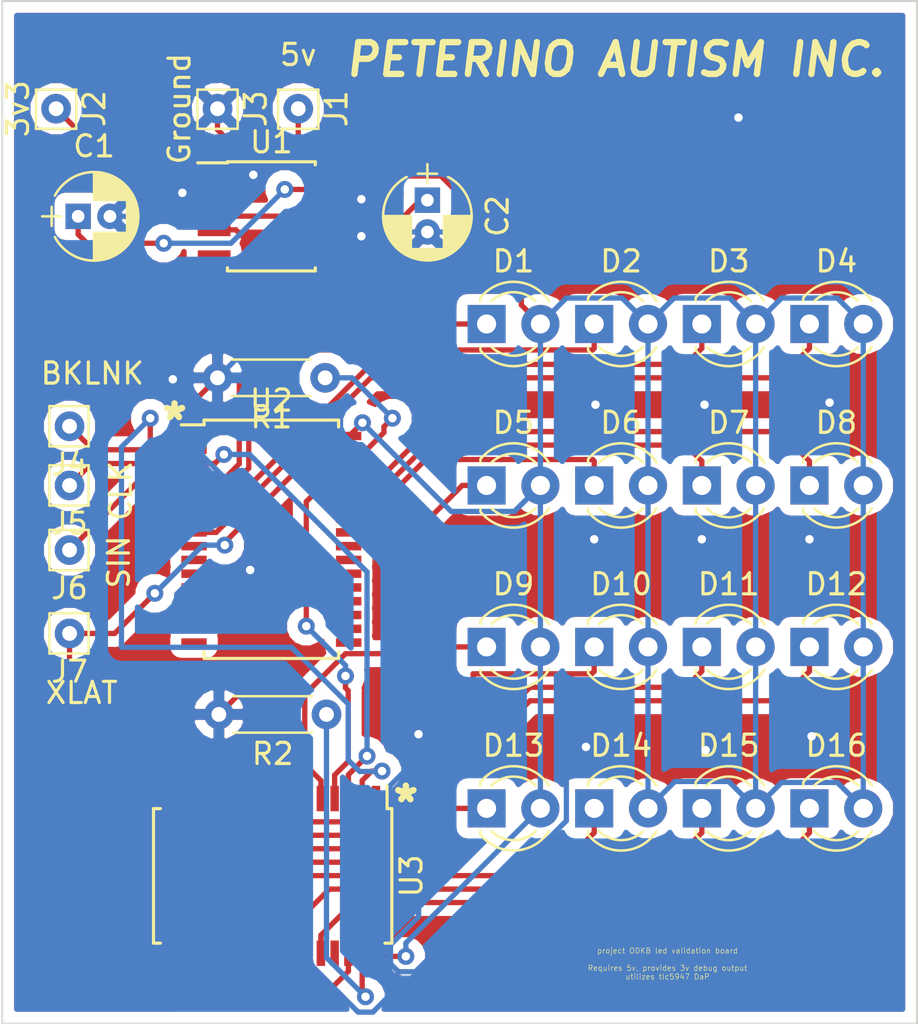
<source format=kicad_pcb>
(kicad_pcb (version 20171130) (host pcbnew "(5.0.1)-3")

  (general
    (thickness 1.6)
    (drawings 8)
    (tracks 312)
    (zones 0)
    (modules 30)
    (nets 62)
  )

  (page A4)
  (layers
    (0 F.Cu signal)
    (31 B.Cu signal)
    (32 B.Adhes user)
    (33 F.Adhes user)
    (34 B.Paste user)
    (35 F.Paste user)
    (36 B.SilkS user)
    (37 F.SilkS user)
    (38 B.Mask user)
    (39 F.Mask user)
    (40 Dwgs.User user)
    (41 Cmts.User user)
    (42 Eco1.User user)
    (43 Eco2.User user)
    (44 Edge.Cuts user)
    (45 Margin user)
    (46 B.CrtYd user)
    (47 F.CrtYd user)
    (48 B.Fab user)
    (49 F.Fab user)
  )

  (setup
    (last_trace_width 0.25)
    (trace_clearance 0.2)
    (zone_clearance 0.508)
    (zone_45_only no)
    (trace_min 0.2)
    (segment_width 0.2)
    (edge_width 0.1)
    (via_size 0.8)
    (via_drill 0.4)
    (via_min_size 0.4)
    (via_min_drill 0.3)
    (uvia_size 0.3)
    (uvia_drill 0.1)
    (uvias_allowed no)
    (uvia_min_size 0.2)
    (uvia_min_drill 0.1)
    (pcb_text_width 0.3)
    (pcb_text_size 1.5 1.5)
    (mod_edge_width 0.15)
    (mod_text_size 1 1)
    (mod_text_width 0.15)
    (pad_size 1.5 1.5)
    (pad_drill 0.6)
    (pad_to_mask_clearance 0)
    (aux_axis_origin 0 0)
    (grid_origin 61.468 5.588)
    (visible_elements FFFFFF7F)
    (pcbplotparams
      (layerselection 0x010fc_ffffffff)
      (usegerberextensions false)
      (usegerberattributes false)
      (usegerberadvancedattributes false)
      (creategerberjobfile false)
      (excludeedgelayer true)
      (linewidth 0.100000)
      (plotframeref false)
      (viasonmask false)
      (mode 1)
      (useauxorigin false)
      (hpglpennumber 1)
      (hpglpenspeed 20)
      (hpglpendiameter 15.000000)
      (psnegative false)
      (psa4output false)
      (plotreference true)
      (plotvalue true)
      (plotinvisibletext false)
      (padsonsilk false)
      (subtractmaskfromsilk false)
      (outputformat 1)
      (mirror false)
      (drillshape 0)
      (scaleselection 1)
      (outputdirectory "production/"))
  )

  (net 0 "")
  (net 1 /led1)
  (net 2 +5V)
  (net 3 /led5)
  (net 4 /led9)
  (net 5 /led13)
  (net 6 /led2)
  (net 7 /led6)
  (net 8 /led10)
  (net 9 /led14)
  (net 10 /led3)
  (net 11 /led7)
  (net 12 /led11)
  (net 13 /led15)
  (net 14 /led4)
  (net 15 /led8)
  (net 16 /led12)
  (net 17 /led16)
  (net 18 GND)
  (net 19 /BLANK)
  (net 20 /CLK)
  (net 21 /SIN)
  (net 22 /XLAT)
  (net 23 "Net-(U1-Pad5)")
  (net 24 "Net-(U1-Pad4)")
  (net 25 +3V3)
  (net 26 "Net-(R1-Pad1)")
  (net 27 "Net-(U2-Pad29)")
  (net 28 "Net-(U2-Pad24)")
  (net 29 "Net-(U2-Pad23)")
  (net 30 "Net-(U2-Pad22)")
  (net 31 "Net-(U2-Pad21)")
  (net 32 "Net-(U2-Pad20)")
  (net 33 "Net-(U2-Pad19)")
  (net 34 "Net-(U2-Pad18)")
  (net 35 "Net-(U2-Pad17)")
  (net 36 "Net-(U2-Pad16)")
  (net 37 "Net-(U2-Pad15)")
  (net 38 "Net-(U2-Pad14)")
  (net 39 "Net-(U2-Pad13)")
  (net 40 "Net-(U2-Pad12)")
  (net 41 "Net-(U2-Pad11)")
  (net 42 "Net-(U2-Pad10)")
  (net 43 "Net-(U2-Pad9)")
  (net 44 "Net-(U3-Pad9)")
  (net 45 "Net-(U3-Pad10)")
  (net 46 "Net-(U3-Pad11)")
  (net 47 "Net-(U3-Pad12)")
  (net 48 "Net-(U3-Pad13)")
  (net 49 "Net-(U3-Pad14)")
  (net 50 "Net-(U3-Pad15)")
  (net 51 "Net-(U3-Pad16)")
  (net 52 "Net-(U3-Pad17)")
  (net 53 "Net-(U3-Pad18)")
  (net 54 "Net-(U3-Pad19)")
  (net 55 "Net-(U3-Pad20)")
  (net 56 "Net-(U3-Pad21)")
  (net 57 "Net-(U3-Pad22)")
  (net 58 "Net-(U3-Pad23)")
  (net 59 "Net-(U3-Pad24)")
  (net 60 "Net-(U3-Pad29)")
  (net 61 "Net-(R2-Pad1)")

  (net_class Default "This is the default net class."
    (clearance 0.2)
    (trace_width 0.25)
    (via_dia 0.8)
    (via_drill 0.4)
    (uvia_dia 0.3)
    (uvia_drill 0.1)
    (add_net +3V3)
    (add_net +5V)
    (add_net /BLANK)
    (add_net /CLK)
    (add_net /SIN)
    (add_net /XLAT)
    (add_net /led1)
    (add_net /led10)
    (add_net /led11)
    (add_net /led12)
    (add_net /led13)
    (add_net /led14)
    (add_net /led15)
    (add_net /led16)
    (add_net /led2)
    (add_net /led3)
    (add_net /led4)
    (add_net /led5)
    (add_net /led6)
    (add_net /led7)
    (add_net /led8)
    (add_net /led9)
    (add_net GND)
    (add_net "Net-(R1-Pad1)")
    (add_net "Net-(R2-Pad1)")
    (add_net "Net-(U1-Pad4)")
    (add_net "Net-(U1-Pad5)")
    (add_net "Net-(U2-Pad10)")
    (add_net "Net-(U2-Pad11)")
    (add_net "Net-(U2-Pad12)")
    (add_net "Net-(U2-Pad13)")
    (add_net "Net-(U2-Pad14)")
    (add_net "Net-(U2-Pad15)")
    (add_net "Net-(U2-Pad16)")
    (add_net "Net-(U2-Pad17)")
    (add_net "Net-(U2-Pad18)")
    (add_net "Net-(U2-Pad19)")
    (add_net "Net-(U2-Pad20)")
    (add_net "Net-(U2-Pad21)")
    (add_net "Net-(U2-Pad22)")
    (add_net "Net-(U2-Pad23)")
    (add_net "Net-(U2-Pad24)")
    (add_net "Net-(U2-Pad29)")
    (add_net "Net-(U2-Pad9)")
    (add_net "Net-(U3-Pad10)")
    (add_net "Net-(U3-Pad11)")
    (add_net "Net-(U3-Pad12)")
    (add_net "Net-(U3-Pad13)")
    (add_net "Net-(U3-Pad14)")
    (add_net "Net-(U3-Pad15)")
    (add_net "Net-(U3-Pad16)")
    (add_net "Net-(U3-Pad17)")
    (add_net "Net-(U3-Pad18)")
    (add_net "Net-(U3-Pad19)")
    (add_net "Net-(U3-Pad20)")
    (add_net "Net-(U3-Pad21)")
    (add_net "Net-(U3-Pad22)")
    (add_net "Net-(U3-Pad23)")
    (add_net "Net-(U3-Pad24)")
    (add_net "Net-(U3-Pad29)")
    (add_net "Net-(U3-Pad9)")
  )

  (module Housings_SSOP:TSSOP-32_6.1x11mm_Pitch0.65mm (layer F.Cu) (tedit 54130A77) (tstamp 5BCC2966)
    (at 61.468 56.388)
    (descr "TSSOP32: plastic thin shrink small outline package; 32 leads; body width 6.1 mm; lead pitch 0.65 mm (see NXP SSOP-TSSOP-VSO-REFLOW.pdf and sot487-1_po.pdf)")
    (tags "SSOP 0.65")
    (path /5BDE2BEC)
    (attr smd)
    (fp_text reference U2 (at 0 -6.55) (layer F.SilkS)
      (effects (font (size 1 1) (thickness 0.15)))
    )
    (fp_text value TLC5947_DAP (at 0 6.55) (layer F.Fab)
      (effects (font (size 1 1) (thickness 0.15)))
    )
    (fp_text user %R (at 0 0) (layer F.Fab)
      (effects (font (size 0.8 0.8) (thickness 0.15)))
    )
    (fp_line (start -3.175 -5.4) (end -4.25 -5.4) (layer F.SilkS) (width 0.15))
    (fp_line (start -3.175 5.625) (end 3.175 5.625) (layer F.SilkS) (width 0.15))
    (fp_line (start -3.175 -5.625) (end 3.175 -5.625) (layer F.SilkS) (width 0.15))
    (fp_line (start -3.175 5.625) (end -3.175 5.3) (layer F.SilkS) (width 0.15))
    (fp_line (start 3.175 5.625) (end 3.175 5.3) (layer F.SilkS) (width 0.15))
    (fp_line (start 3.175 -5.625) (end 3.175 -5.3) (layer F.SilkS) (width 0.15))
    (fp_line (start -3.175 -5.625) (end -3.175 -5.4) (layer F.SilkS) (width 0.15))
    (fp_line (start -4.5 5.8) (end 4.5 5.8) (layer F.CrtYd) (width 0.05))
    (fp_line (start -4.5 -5.8) (end 4.5 -5.8) (layer F.CrtYd) (width 0.05))
    (fp_line (start 4.5 -5.8) (end 4.5 5.8) (layer F.CrtYd) (width 0.05))
    (fp_line (start -4.5 -5.8) (end -4.5 5.8) (layer F.CrtYd) (width 0.05))
    (fp_line (start -3.05 -4.5) (end -2.05 -5.5) (layer F.Fab) (width 0.15))
    (fp_line (start -3.05 5.5) (end -3.05 -4.5) (layer F.Fab) (width 0.15))
    (fp_line (start 3.05 5.5) (end -3.05 5.5) (layer F.Fab) (width 0.15))
    (fp_line (start 3.05 -5.5) (end 3.05 5.5) (layer F.Fab) (width 0.15))
    (fp_line (start -2.05 -5.5) (end 3.05 -5.5) (layer F.Fab) (width 0.15))
    (pad 32 smd rect (at 3.65 -4.875) (size 1.2 0.4) (layers F.Cu F.Paste F.Mask)
      (net 2 +5V))
    (pad 31 smd rect (at 3.65 -4.225) (size 1.2 0.4) (layers F.Cu F.Paste F.Mask)
      (net 26 "Net-(R1-Pad1)"))
    (pad 30 smd rect (at 3.65 -3.575) (size 1.2 0.4) (layers F.Cu F.Paste F.Mask)
      (net 22 /XLAT))
    (pad 29 smd rect (at 3.65 -2.925) (size 1.2 0.4) (layers F.Cu F.Paste F.Mask)
      (net 27 "Net-(U2-Pad29)"))
    (pad 28 smd rect (at 3.65 -2.275) (size 1.2 0.4) (layers F.Cu F.Paste F.Mask)
      (net 15 /led8))
    (pad 27 smd rect (at 3.65 -1.625) (size 1.2 0.4) (layers F.Cu F.Paste F.Mask)
      (net 11 /led7))
    (pad 26 smd rect (at 3.65 -0.975) (size 1.2 0.4) (layers F.Cu F.Paste F.Mask)
      (net 7 /led6))
    (pad 25 smd rect (at 3.65 -0.325) (size 1.2 0.4) (layers F.Cu F.Paste F.Mask)
      (net 3 /led5))
    (pad 24 smd rect (at 3.65 0.325) (size 1.2 0.4) (layers F.Cu F.Paste F.Mask)
      (net 28 "Net-(U2-Pad24)"))
    (pad 23 smd rect (at 3.65 0.975) (size 1.2 0.4) (layers F.Cu F.Paste F.Mask)
      (net 29 "Net-(U2-Pad23)"))
    (pad 22 smd rect (at 3.65 1.625) (size 1.2 0.4) (layers F.Cu F.Paste F.Mask)
      (net 30 "Net-(U2-Pad22)"))
    (pad 21 smd rect (at 3.65 2.275) (size 1.2 0.4) (layers F.Cu F.Paste F.Mask)
      (net 31 "Net-(U2-Pad21)"))
    (pad 20 smd rect (at 3.65 2.925) (size 1.2 0.4) (layers F.Cu F.Paste F.Mask)
      (net 32 "Net-(U2-Pad20)"))
    (pad 19 smd rect (at 3.65 3.575) (size 1.2 0.4) (layers F.Cu F.Paste F.Mask)
      (net 33 "Net-(U2-Pad19)"))
    (pad 18 smd rect (at 3.65 4.225) (size 1.2 0.4) (layers F.Cu F.Paste F.Mask)
      (net 34 "Net-(U2-Pad18)"))
    (pad 17 smd rect (at 3.65 4.875) (size 1.2 0.4) (layers F.Cu F.Paste F.Mask)
      (net 35 "Net-(U2-Pad17)"))
    (pad 16 smd rect (at -3.65 4.875) (size 1.2 0.4) (layers F.Cu F.Paste F.Mask)
      (net 36 "Net-(U2-Pad16)"))
    (pad 15 smd rect (at -3.65 4.225) (size 1.2 0.4) (layers F.Cu F.Paste F.Mask)
      (net 37 "Net-(U2-Pad15)"))
    (pad 14 smd rect (at -3.65 3.575) (size 1.2 0.4) (layers F.Cu F.Paste F.Mask)
      (net 38 "Net-(U2-Pad14)"))
    (pad 13 smd rect (at -3.65 2.925) (size 1.2 0.4) (layers F.Cu F.Paste F.Mask)
      (net 39 "Net-(U2-Pad13)"))
    (pad 12 smd rect (at -3.65 2.275) (size 1.2 0.4) (layers F.Cu F.Paste F.Mask)
      (net 40 "Net-(U2-Pad12)"))
    (pad 11 smd rect (at -3.65 1.625) (size 1.2 0.4) (layers F.Cu F.Paste F.Mask)
      (net 41 "Net-(U2-Pad11)"))
    (pad 10 smd rect (at -3.65 0.975) (size 1.2 0.4) (layers F.Cu F.Paste F.Mask)
      (net 42 "Net-(U2-Pad10)"))
    (pad 9 smd rect (at -3.65 0.325) (size 1.2 0.4) (layers F.Cu F.Paste F.Mask)
      (net 43 "Net-(U2-Pad9)"))
    (pad 8 smd rect (at -3.65 -0.325) (size 1.2 0.4) (layers F.Cu F.Paste F.Mask)
      (net 14 /led4))
    (pad 7 smd rect (at -3.65 -0.975) (size 1.2 0.4) (layers F.Cu F.Paste F.Mask)
      (net 10 /led3))
    (pad 6 smd rect (at -3.65 -1.625) (size 1.2 0.4) (layers F.Cu F.Paste F.Mask)
      (net 6 /led2))
    (pad 5 smd rect (at -3.65 -2.275) (size 1.2 0.4) (layers F.Cu F.Paste F.Mask)
      (net 1 /led1))
    (pad 4 smd rect (at -3.65 -2.925) (size 1.2 0.4) (layers F.Cu F.Paste F.Mask)
      (net 21 /SIN))
    (pad 3 smd rect (at -3.65 -3.575) (size 1.2 0.4) (layers F.Cu F.Paste F.Mask)
      (net 20 /CLK))
    (pad 2 smd rect (at -3.65 -4.225) (size 1.2 0.4) (layers F.Cu F.Paste F.Mask)
      (net 19 /BLANK))
    (pad 1 smd rect (at -3.65 -4.875) (size 1.2 0.4) (layers F.Cu F.Paste F.Mask)
      (net 18 GND))
    (model ${KISYS3DMOD}/Housings_SSOP.3dshapes/TSSOP-32_6.1x11mm_Pitch0.65mm.wrl
      (at (xyz 0 0 0))
      (scale (xyz 1 1 1))
      (rotate (xyz 0 0 0))
    )
  )

  (module Connectors:Pin_d0.7mm_L6.5mm_W1.8mm_FlatFork (layer F.Cu) (tedit 5BCC1976) (tstamp 5BCC54E5)
    (at 51.308 36.068 90)
    (descr "solder Pin_ with flat fork, hole diameter 0.7mm, length 6.5mm, width 1.8mm")
    (tags "solder Pin_ with flat fork")
    (path /5BE3E269)
    (fp_text reference J2 (at 0 1.8 90) (layer F.SilkS)
      (effects (font (size 1 1) (thickness 0.15)))
    )
    (fp_text value 3v3 (at 0 -1.8 90) (layer F.SilkS)
      (effects (font (size 1 1) (thickness 0.15)))
    )
    (fp_text user %R (at 0 1.8 90) (layer F.Fab)
      (effects (font (size 1 1) (thickness 0.15)))
    )
    (fp_line (start -0.95 -0.95) (end -0.95 0.95) (layer F.SilkS) (width 0.12))
    (fp_line (start -0.95 0.95) (end 0.9 0.95) (layer F.SilkS) (width 0.12))
    (fp_line (start 0.9 0.95) (end 0.9 -0.9) (layer F.SilkS) (width 0.12))
    (fp_line (start 0.9 -0.9) (end 0.9 -0.95) (layer F.SilkS) (width 0.12))
    (fp_line (start 0.9 -0.95) (end -0.95 -0.95) (layer F.SilkS) (width 0.12))
    (fp_line (start -0.9 -0.25) (end 0.85 -0.25) (layer F.Fab) (width 0.12))
    (fp_line (start 0.85 -0.25) (end 0.85 0.25) (layer F.Fab) (width 0.12))
    (fp_line (start 0.85 0.25) (end -0.9 0.25) (layer F.Fab) (width 0.12))
    (fp_line (start -0.9 0.25) (end -0.9 -0.25) (layer F.Fab) (width 0.12))
    (fp_line (start -1.4 -1.2) (end 1.35 -1.2) (layer F.CrtYd) (width 0.05))
    (fp_line (start -1.4 -1.2) (end -1.4 1.2) (layer F.CrtYd) (width 0.05))
    (fp_line (start 1.35 1.2) (end 1.35 -1.2) (layer F.CrtYd) (width 0.05))
    (fp_line (start 1.35 1.2) (end -1.4 1.2) (layer F.CrtYd) (width 0.05))
    (pad 1 thru_hole circle (at 0 0 90) (size 1.4 1.4) (drill 0.7) (layers *.Cu *.Mask)
      (net 25 +3V3))
    (model ${KISYS3DMOD}/Connectors.3dshapes/Pin_d0.7mm_L6.5mm_W1.8mm_FlatFork.wrl
      (at (xyz 0 0 0))
      (scale (xyz 1 1 1))
      (rotate (xyz 0 0 0))
    )
  )

  (module Connectors:Pin_d0.7mm_L6.5mm_W1.8mm_FlatFork (layer F.Cu) (tedit 5BCC19AD) (tstamp 5BCC54D3)
    (at 51.943 60.833)
    (descr "solder Pin_ with flat fork, hole diameter 0.7mm, length 6.5mm, width 1.8mm")
    (tags "solder Pin_ with flat fork")
    (path /5BDE3CA3)
    (fp_text reference J7 (at 0 1.8) (layer F.SilkS)
      (effects (font (size 1 1) (thickness 0.15)))
    )
    (fp_text value XLAT (at 0.575 2.805) (layer F.SilkS)
      (effects (font (size 1 1) (thickness 0.15)))
    )
    (fp_line (start 1.35 1.2) (end -1.4 1.2) (layer F.CrtYd) (width 0.05))
    (fp_line (start 1.35 1.2) (end 1.35 -1.2) (layer F.CrtYd) (width 0.05))
    (fp_line (start -1.4 -1.2) (end -1.4 1.2) (layer F.CrtYd) (width 0.05))
    (fp_line (start -1.4 -1.2) (end 1.35 -1.2) (layer F.CrtYd) (width 0.05))
    (fp_line (start -0.9 0.25) (end -0.9 -0.25) (layer F.Fab) (width 0.12))
    (fp_line (start 0.85 0.25) (end -0.9 0.25) (layer F.Fab) (width 0.12))
    (fp_line (start 0.85 -0.25) (end 0.85 0.25) (layer F.Fab) (width 0.12))
    (fp_line (start -0.9 -0.25) (end 0.85 -0.25) (layer F.Fab) (width 0.12))
    (fp_line (start 0.9 -0.95) (end -0.95 -0.95) (layer F.SilkS) (width 0.12))
    (fp_line (start 0.9 -0.9) (end 0.9 -0.95) (layer F.SilkS) (width 0.12))
    (fp_line (start 0.9 0.95) (end 0.9 -0.9) (layer F.SilkS) (width 0.12))
    (fp_line (start -0.95 0.95) (end 0.9 0.95) (layer F.SilkS) (width 0.12))
    (fp_line (start -0.95 -0.95) (end -0.95 0.95) (layer F.SilkS) (width 0.12))
    (fp_text user %R (at 0 1.8) (layer F.Fab)
      (effects (font (size 1 1) (thickness 0.15)))
    )
    (pad 1 thru_hole circle (at 0 0) (size 1.4 1.4) (drill 0.7) (layers *.Cu *.Mask)
      (net 22 /XLAT))
    (model ${KISYS3DMOD}/Connectors.3dshapes/Pin_d0.7mm_L6.5mm_W1.8mm_FlatFork.wrl
      (at (xyz 0 0 0))
      (scale (xyz 1 1 1))
      (rotate (xyz 0 0 0))
    )
  )

  (module Connectors:Pin_d0.7mm_L6.5mm_W1.8mm_FlatFork (layer F.Cu) (tedit 5BCC19A3) (tstamp 5BCC818C)
    (at 51.943 56.896)
    (descr "solder Pin_ with flat fork, hole diameter 0.7mm, length 6.5mm, width 1.8mm")
    (tags "solder Pin_ with flat fork")
    (path /5BDE3C9B)
    (fp_text reference J6 (at 0 1.8) (layer F.SilkS)
      (effects (font (size 1 1) (thickness 0.15)))
    )
    (fp_text value SIN (at 2.325 0.567 90) (layer F.SilkS)
      (effects (font (size 1 1) (thickness 0.15)))
    )
    (fp_text user %R (at 0 1.8) (layer F.Fab)
      (effects (font (size 1 1) (thickness 0.15)))
    )
    (fp_line (start -0.95 -0.95) (end -0.95 0.95) (layer F.SilkS) (width 0.12))
    (fp_line (start -0.95 0.95) (end 0.9 0.95) (layer F.SilkS) (width 0.12))
    (fp_line (start 0.9 0.95) (end 0.9 -0.9) (layer F.SilkS) (width 0.12))
    (fp_line (start 0.9 -0.9) (end 0.9 -0.95) (layer F.SilkS) (width 0.12))
    (fp_line (start 0.9 -0.95) (end -0.95 -0.95) (layer F.SilkS) (width 0.12))
    (fp_line (start -0.9 -0.25) (end 0.85 -0.25) (layer F.Fab) (width 0.12))
    (fp_line (start 0.85 -0.25) (end 0.85 0.25) (layer F.Fab) (width 0.12))
    (fp_line (start 0.85 0.25) (end -0.9 0.25) (layer F.Fab) (width 0.12))
    (fp_line (start -0.9 0.25) (end -0.9 -0.25) (layer F.Fab) (width 0.12))
    (fp_line (start -1.4 -1.2) (end 1.35 -1.2) (layer F.CrtYd) (width 0.05))
    (fp_line (start -1.4 -1.2) (end -1.4 1.2) (layer F.CrtYd) (width 0.05))
    (fp_line (start 1.35 1.2) (end 1.35 -1.2) (layer F.CrtYd) (width 0.05))
    (fp_line (start 1.35 1.2) (end -1.4 1.2) (layer F.CrtYd) (width 0.05))
    (pad 1 thru_hole circle (at 0 0) (size 1.4 1.4) (drill 0.7) (layers *.Cu *.Mask)
      (net 21 /SIN))
    (model ${KISYS3DMOD}/Connectors.3dshapes/Pin_d0.7mm_L6.5mm_W1.8mm_FlatFork.wrl
      (at (xyz 0 0 0))
      (scale (xyz 1 1 1))
      (rotate (xyz 0 0 0))
    )
  )

  (module Connectors:Pin_d0.7mm_L6.5mm_W1.8mm_FlatFork (layer F.Cu) (tedit 5BCC1999) (tstamp 5BCC54AF)
    (at 51.943 53.848)
    (descr "solder Pin_ with flat fork, hole diameter 0.7mm, length 6.5mm, width 1.8mm")
    (tags "solder Pin_ with flat fork")
    (path /5BDDDD4C)
    (fp_text reference J5 (at 0 1.8) (layer F.SilkS)
      (effects (font (size 1 1) (thickness 0.15)))
    )
    (fp_text value CLK (at 2.413 0.254 90) (layer F.SilkS)
      (effects (font (size 1 1) (thickness 0.15)))
    )
    (fp_line (start 1.35 1.2) (end -1.4 1.2) (layer F.CrtYd) (width 0.05))
    (fp_line (start 1.35 1.2) (end 1.35 -1.2) (layer F.CrtYd) (width 0.05))
    (fp_line (start -1.4 -1.2) (end -1.4 1.2) (layer F.CrtYd) (width 0.05))
    (fp_line (start -1.4 -1.2) (end 1.35 -1.2) (layer F.CrtYd) (width 0.05))
    (fp_line (start -0.9 0.25) (end -0.9 -0.25) (layer F.Fab) (width 0.12))
    (fp_line (start 0.85 0.25) (end -0.9 0.25) (layer F.Fab) (width 0.12))
    (fp_line (start 0.85 -0.25) (end 0.85 0.25) (layer F.Fab) (width 0.12))
    (fp_line (start -0.9 -0.25) (end 0.85 -0.25) (layer F.Fab) (width 0.12))
    (fp_line (start 0.9 -0.95) (end -0.95 -0.95) (layer F.SilkS) (width 0.12))
    (fp_line (start 0.9 -0.9) (end 0.9 -0.95) (layer F.SilkS) (width 0.12))
    (fp_line (start 0.9 0.95) (end 0.9 -0.9) (layer F.SilkS) (width 0.12))
    (fp_line (start -0.95 0.95) (end 0.9 0.95) (layer F.SilkS) (width 0.12))
    (fp_line (start -0.95 -0.95) (end -0.95 0.95) (layer F.SilkS) (width 0.12))
    (fp_text user %R (at 0 1.8) (layer F.Fab)
      (effects (font (size 1 1) (thickness 0.15)))
    )
    (pad 1 thru_hole circle (at 0 0) (size 1.4 1.4) (drill 0.7) (layers *.Cu *.Mask)
      (net 20 /CLK))
    (model ${KISYS3DMOD}/Connectors.3dshapes/Pin_d0.7mm_L6.5mm_W1.8mm_FlatFork.wrl
      (at (xyz 0 0 0))
      (scale (xyz 1 1 1))
      (rotate (xyz 0 0 0))
    )
  )

  (module Connectors:Pin_d0.7mm_L6.5mm_W1.8mm_FlatFork (layer F.Cu) (tedit 5BCC19A6) (tstamp 5BCC82D9)
    (at 51.943 51.054)
    (descr "solder Pin_ with flat fork, hole diameter 0.7mm, length 6.5mm, width 1.8mm")
    (tags "solder Pin_ with flat fork")
    (path /5BD9E0A8)
    (fp_text reference J4 (at 0 1.8) (layer F.SilkS)
      (effects (font (size 1 1) (thickness 0.15)))
    )
    (fp_text value BKLNK (at 1.075 -2.491) (layer F.SilkS)
      (effects (font (size 1 1) (thickness 0.15)))
    )
    (fp_text user %R (at 0 1.8) (layer F.Fab)
      (effects (font (size 1 1) (thickness 0.15)))
    )
    (fp_line (start -0.95 -0.95) (end -0.95 0.95) (layer F.SilkS) (width 0.12))
    (fp_line (start -0.95 0.95) (end 0.9 0.95) (layer F.SilkS) (width 0.12))
    (fp_line (start 0.9 0.95) (end 0.9 -0.9) (layer F.SilkS) (width 0.12))
    (fp_line (start 0.9 -0.9) (end 0.9 -0.95) (layer F.SilkS) (width 0.12))
    (fp_line (start 0.9 -0.95) (end -0.95 -0.95) (layer F.SilkS) (width 0.12))
    (fp_line (start -0.9 -0.25) (end 0.85 -0.25) (layer F.Fab) (width 0.12))
    (fp_line (start 0.85 -0.25) (end 0.85 0.25) (layer F.Fab) (width 0.12))
    (fp_line (start 0.85 0.25) (end -0.9 0.25) (layer F.Fab) (width 0.12))
    (fp_line (start -0.9 0.25) (end -0.9 -0.25) (layer F.Fab) (width 0.12))
    (fp_line (start -1.4 -1.2) (end 1.35 -1.2) (layer F.CrtYd) (width 0.05))
    (fp_line (start -1.4 -1.2) (end -1.4 1.2) (layer F.CrtYd) (width 0.05))
    (fp_line (start 1.35 1.2) (end 1.35 -1.2) (layer F.CrtYd) (width 0.05))
    (fp_line (start 1.35 1.2) (end -1.4 1.2) (layer F.CrtYd) (width 0.05))
    (pad 1 thru_hole circle (at 0 0) (size 1.4 1.4) (drill 0.7) (layers *.Cu *.Mask)
      (net 19 /BLANK))
    (model ${KISYS3DMOD}/Connectors.3dshapes/Pin_d0.7mm_L6.5mm_W1.8mm_FlatFork.wrl
      (at (xyz 0 0 0))
      (scale (xyz 1 1 1))
      (rotate (xyz 0 0 0))
    )
  )

  (module Connectors:Pin_d0.7mm_L6.5mm_W1.8mm_FlatFork (layer F.Cu) (tedit 5BCC197A) (tstamp 5BCC548B)
    (at 58.928 36.068 90)
    (descr "solder Pin_ with flat fork, hole diameter 0.7mm, length 6.5mm, width 1.8mm")
    (tags "solder Pin_ with flat fork")
    (path /5BE2E27F)
    (fp_text reference J3 (at 0 1.8 90) (layer F.SilkS)
      (effects (font (size 1 1) (thickness 0.15)))
    )
    (fp_text value Ground (at 0 -1.8 90) (layer F.SilkS)
      (effects (font (size 1 1) (thickness 0.15)))
    )
    (fp_line (start 1.35 1.2) (end -1.4 1.2) (layer F.CrtYd) (width 0.05))
    (fp_line (start 1.35 1.2) (end 1.35 -1.2) (layer F.CrtYd) (width 0.05))
    (fp_line (start -1.4 -1.2) (end -1.4 1.2) (layer F.CrtYd) (width 0.05))
    (fp_line (start -1.4 -1.2) (end 1.35 -1.2) (layer F.CrtYd) (width 0.05))
    (fp_line (start -0.9 0.25) (end -0.9 -0.25) (layer F.Fab) (width 0.12))
    (fp_line (start 0.85 0.25) (end -0.9 0.25) (layer F.Fab) (width 0.12))
    (fp_line (start 0.85 -0.25) (end 0.85 0.25) (layer F.Fab) (width 0.12))
    (fp_line (start -0.9 -0.25) (end 0.85 -0.25) (layer F.Fab) (width 0.12))
    (fp_line (start 0.9 -0.95) (end -0.95 -0.95) (layer F.SilkS) (width 0.12))
    (fp_line (start 0.9 -0.9) (end 0.9 -0.95) (layer F.SilkS) (width 0.12))
    (fp_line (start 0.9 0.95) (end 0.9 -0.9) (layer F.SilkS) (width 0.12))
    (fp_line (start -0.95 0.95) (end 0.9 0.95) (layer F.SilkS) (width 0.12))
    (fp_line (start -0.95 -0.95) (end -0.95 0.95) (layer F.SilkS) (width 0.12))
    (fp_text user %R (at 0 1.8 90) (layer F.Fab)
      (effects (font (size 1 1) (thickness 0.15)))
    )
    (pad 1 thru_hole circle (at 0 0 90) (size 1.4 1.4) (drill 0.7) (layers *.Cu *.Mask)
      (net 18 GND))
    (model ${KISYS3DMOD}/Connectors.3dshapes/Pin_d0.7mm_L6.5mm_W1.8mm_FlatFork.wrl
      (at (xyz 0 0 0))
      (scale (xyz 1 1 1))
      (rotate (xyz 0 0 0))
    )
  )

  (module Connectors:Pin_d0.7mm_L6.5mm_W1.8mm_FlatFork (layer F.Cu) (tedit 5BCC1986) (tstamp 5BCC4230)
    (at 62.738 36.068 90)
    (descr "solder Pin_ with flat fork, hole diameter 0.7mm, length 6.5mm, width 1.8mm")
    (tags "solder Pin_ with flat fork")
    (path /5BE3CD02)
    (fp_text reference J1 (at 0 1.8 90) (layer F.SilkS)
      (effects (font (size 1 1) (thickness 0.15)))
    )
    (fp_text value 5v (at 2.54 0 180) (layer F.SilkS)
      (effects (font (size 1 1) (thickness 0.15)))
    )
    (fp_line (start 1.35 1.2) (end -1.4 1.2) (layer F.CrtYd) (width 0.05))
    (fp_line (start 1.35 1.2) (end 1.35 -1.2) (layer F.CrtYd) (width 0.05))
    (fp_line (start -1.4 -1.2) (end -1.4 1.2) (layer F.CrtYd) (width 0.05))
    (fp_line (start -1.4 -1.2) (end 1.35 -1.2) (layer F.CrtYd) (width 0.05))
    (fp_line (start -0.9 0.25) (end -0.9 -0.25) (layer F.Fab) (width 0.12))
    (fp_line (start 0.85 0.25) (end -0.9 0.25) (layer F.Fab) (width 0.12))
    (fp_line (start 0.85 -0.25) (end 0.85 0.25) (layer F.Fab) (width 0.12))
    (fp_line (start -0.9 -0.25) (end 0.85 -0.25) (layer F.Fab) (width 0.12))
    (fp_line (start 0.9 -0.95) (end -0.95 -0.95) (layer F.SilkS) (width 0.12))
    (fp_line (start 0.9 -0.9) (end 0.9 -0.95) (layer F.SilkS) (width 0.12))
    (fp_line (start 0.9 0.95) (end 0.9 -0.9) (layer F.SilkS) (width 0.12))
    (fp_line (start -0.95 0.95) (end 0.9 0.95) (layer F.SilkS) (width 0.12))
    (fp_line (start -0.95 -0.95) (end -0.95 0.95) (layer F.SilkS) (width 0.12))
    (fp_text user %R (at 0 1.8 90) (layer F.Fab)
      (effects (font (size 1 1) (thickness 0.15)))
    )
    (pad 1 thru_hole circle (at 0 0 90) (size 1.4 1.4) (drill 0.7) (layers *.Cu *.Mask)
      (net 2 +5V))
    (model ${KISYS3DMOD}/Connectors.3dshapes/Pin_d0.7mm_L6.5mm_W1.8mm_FlatFork.wrl
      (at (xyz 0 0 0))
      (scale (xyz 1 1 1))
      (rotate (xyz 0 0 0))
    )
  )

  (module Capacitors_THT:CP_Radial_D4.0mm_P1.50mm (layer F.Cu) (tedit 597BC7C2) (tstamp 5BCC2719)
    (at 52.348 41.148)
    (descr "CP, Radial series, Radial, pin pitch=1.50mm, , diameter=4mm, Electrolytic Capacitor")
    (tags "CP Radial series Radial pin pitch 1.50mm  diameter 4mm Electrolytic Capacitor")
    (path /5AFD3891)
    (fp_text reference C1 (at 0.75 -3.31) (layer F.SilkS)
      (effects (font (size 1 1) (thickness 0.15)))
    )
    (fp_text value 0.1uF (at 0.75 3.31) (layer F.Fab)
      (effects (font (size 1 1) (thickness 0.15)))
    )
    (fp_text user %R (at 0.75 0) (layer F.Fab)
      (effects (font (size 1 1) (thickness 0.15)))
    )
    (fp_line (start 3.1 -2.35) (end -1.6 -2.35) (layer F.CrtYd) (width 0.05))
    (fp_line (start 3.1 2.35) (end 3.1 -2.35) (layer F.CrtYd) (width 0.05))
    (fp_line (start -1.6 2.35) (end 3.1 2.35) (layer F.CrtYd) (width 0.05))
    (fp_line (start -1.6 -2.35) (end -1.6 2.35) (layer F.CrtYd) (width 0.05))
    (fp_line (start -1.25 -0.45) (end -1.25 0.45) (layer F.SilkS) (width 0.12))
    (fp_line (start -1.7 0) (end -0.8 0) (layer F.SilkS) (width 0.12))
    (fp_line (start 2.831 -0.165) (end 2.831 0.165) (layer F.SilkS) (width 0.12))
    (fp_line (start 2.791 -0.415) (end 2.791 0.415) (layer F.SilkS) (width 0.12))
    (fp_line (start 2.751 -0.567) (end 2.751 0.567) (layer F.SilkS) (width 0.12))
    (fp_line (start 2.711 -0.686) (end 2.711 0.686) (layer F.SilkS) (width 0.12))
    (fp_line (start 2.671 -0.786) (end 2.671 0.786) (layer F.SilkS) (width 0.12))
    (fp_line (start 2.631 -0.874) (end 2.631 0.874) (layer F.SilkS) (width 0.12))
    (fp_line (start 2.591 -0.952) (end 2.591 0.952) (layer F.SilkS) (width 0.12))
    (fp_line (start 2.551 -1.023) (end 2.551 1.023) (layer F.SilkS) (width 0.12))
    (fp_line (start 2.511 -1.088) (end 2.511 1.088) (layer F.SilkS) (width 0.12))
    (fp_line (start 2.471 -1.148) (end 2.471 1.148) (layer F.SilkS) (width 0.12))
    (fp_line (start 2.431 -1.204) (end 2.431 1.204) (layer F.SilkS) (width 0.12))
    (fp_line (start 2.391 -1.256) (end 2.391 1.256) (layer F.SilkS) (width 0.12))
    (fp_line (start 2.351 -1.305) (end 2.351 1.305) (layer F.SilkS) (width 0.12))
    (fp_line (start 2.311 -1.351) (end 2.311 1.351) (layer F.SilkS) (width 0.12))
    (fp_line (start 2.271 0.78) (end 2.271 1.395) (layer F.SilkS) (width 0.12))
    (fp_line (start 2.271 -1.395) (end 2.271 -0.78) (layer F.SilkS) (width 0.12))
    (fp_line (start 2.231 0.78) (end 2.231 1.436) (layer F.SilkS) (width 0.12))
    (fp_line (start 2.231 -1.436) (end 2.231 -0.78) (layer F.SilkS) (width 0.12))
    (fp_line (start 2.191 0.78) (end 2.191 1.475) (layer F.SilkS) (width 0.12))
    (fp_line (start 2.191 -1.475) (end 2.191 -0.78) (layer F.SilkS) (width 0.12))
    (fp_line (start 2.151 0.78) (end 2.151 1.512) (layer F.SilkS) (width 0.12))
    (fp_line (start 2.151 -1.512) (end 2.151 -0.78) (layer F.SilkS) (width 0.12))
    (fp_line (start 2.111 0.78) (end 2.111 1.547) (layer F.SilkS) (width 0.12))
    (fp_line (start 2.111 -1.547) (end 2.111 -0.78) (layer F.SilkS) (width 0.12))
    (fp_line (start 2.071 0.78) (end 2.071 1.581) (layer F.SilkS) (width 0.12))
    (fp_line (start 2.071 -1.581) (end 2.071 -0.78) (layer F.SilkS) (width 0.12))
    (fp_line (start 2.031 0.78) (end 2.031 1.613) (layer F.SilkS) (width 0.12))
    (fp_line (start 2.031 -1.613) (end 2.031 -0.78) (layer F.SilkS) (width 0.12))
    (fp_line (start 1.991 0.78) (end 1.991 1.643) (layer F.SilkS) (width 0.12))
    (fp_line (start 1.991 -1.643) (end 1.991 -0.78) (layer F.SilkS) (width 0.12))
    (fp_line (start 1.951 0.78) (end 1.951 1.672) (layer F.SilkS) (width 0.12))
    (fp_line (start 1.951 -1.672) (end 1.951 -0.78) (layer F.SilkS) (width 0.12))
    (fp_line (start 1.911 0.78) (end 1.911 1.699) (layer F.SilkS) (width 0.12))
    (fp_line (start 1.911 -1.699) (end 1.911 -0.78) (layer F.SilkS) (width 0.12))
    (fp_line (start 1.871 0.78) (end 1.871 1.725) (layer F.SilkS) (width 0.12))
    (fp_line (start 1.871 -1.725) (end 1.871 -0.78) (layer F.SilkS) (width 0.12))
    (fp_line (start 1.831 0.78) (end 1.831 1.75) (layer F.SilkS) (width 0.12))
    (fp_line (start 1.831 -1.75) (end 1.831 -0.78) (layer F.SilkS) (width 0.12))
    (fp_line (start 1.791 0.78) (end 1.791 1.773) (layer F.SilkS) (width 0.12))
    (fp_line (start 1.791 -1.773) (end 1.791 -0.78) (layer F.SilkS) (width 0.12))
    (fp_line (start 1.751 0.78) (end 1.751 1.796) (layer F.SilkS) (width 0.12))
    (fp_line (start 1.751 -1.796) (end 1.751 -0.78) (layer F.SilkS) (width 0.12))
    (fp_line (start 1.711 0.78) (end 1.711 1.817) (layer F.SilkS) (width 0.12))
    (fp_line (start 1.711 -1.817) (end 1.711 -0.78) (layer F.SilkS) (width 0.12))
    (fp_line (start 1.671 0.78) (end 1.671 1.837) (layer F.SilkS) (width 0.12))
    (fp_line (start 1.671 -1.837) (end 1.671 -0.78) (layer F.SilkS) (width 0.12))
    (fp_line (start 1.631 0.78) (end 1.631 1.856) (layer F.SilkS) (width 0.12))
    (fp_line (start 1.631 -1.856) (end 1.631 -0.78) (layer F.SilkS) (width 0.12))
    (fp_line (start 1.591 0.78) (end 1.591 1.874) (layer F.SilkS) (width 0.12))
    (fp_line (start 1.591 -1.874) (end 1.591 -0.78) (layer F.SilkS) (width 0.12))
    (fp_line (start 1.551 0.78) (end 1.551 1.891) (layer F.SilkS) (width 0.12))
    (fp_line (start 1.551 -1.891) (end 1.551 -0.78) (layer F.SilkS) (width 0.12))
    (fp_line (start 1.511 0.78) (end 1.511 1.907) (layer F.SilkS) (width 0.12))
    (fp_line (start 1.511 -1.907) (end 1.511 -0.78) (layer F.SilkS) (width 0.12))
    (fp_line (start 1.471 0.78) (end 1.471 1.923) (layer F.SilkS) (width 0.12))
    (fp_line (start 1.471 -1.923) (end 1.471 -0.78) (layer F.SilkS) (width 0.12))
    (fp_line (start 1.43 0.78) (end 1.43 1.937) (layer F.SilkS) (width 0.12))
    (fp_line (start 1.43 -1.937) (end 1.43 -0.78) (layer F.SilkS) (width 0.12))
    (fp_line (start 1.39 0.78) (end 1.39 1.95) (layer F.SilkS) (width 0.12))
    (fp_line (start 1.39 -1.95) (end 1.39 -0.78) (layer F.SilkS) (width 0.12))
    (fp_line (start 1.35 0.78) (end 1.35 1.963) (layer F.SilkS) (width 0.12))
    (fp_line (start 1.35 -1.963) (end 1.35 -0.78) (layer F.SilkS) (width 0.12))
    (fp_line (start 1.31 0.78) (end 1.31 1.974) (layer F.SilkS) (width 0.12))
    (fp_line (start 1.31 -1.974) (end 1.31 -0.78) (layer F.SilkS) (width 0.12))
    (fp_line (start 1.27 0.78) (end 1.27 1.985) (layer F.SilkS) (width 0.12))
    (fp_line (start 1.27 -1.985) (end 1.27 -0.78) (layer F.SilkS) (width 0.12))
    (fp_line (start 1.23 0.78) (end 1.23 1.995) (layer F.SilkS) (width 0.12))
    (fp_line (start 1.23 -1.995) (end 1.23 -0.78) (layer F.SilkS) (width 0.12))
    (fp_line (start 1.19 0.78) (end 1.19 2.004) (layer F.SilkS) (width 0.12))
    (fp_line (start 1.19 -2.004) (end 1.19 -0.78) (layer F.SilkS) (width 0.12))
    (fp_line (start 1.15 0.78) (end 1.15 2.012) (layer F.SilkS) (width 0.12))
    (fp_line (start 1.15 -2.012) (end 1.15 -0.78) (layer F.SilkS) (width 0.12))
    (fp_line (start 1.11 0.78) (end 1.11 2.019) (layer F.SilkS) (width 0.12))
    (fp_line (start 1.11 -2.019) (end 1.11 -0.78) (layer F.SilkS) (width 0.12))
    (fp_line (start 1.07 0.78) (end 1.07 2.026) (layer F.SilkS) (width 0.12))
    (fp_line (start 1.07 -2.026) (end 1.07 -0.78) (layer F.SilkS) (width 0.12))
    (fp_line (start 1.03 0.78) (end 1.03 2.032) (layer F.SilkS) (width 0.12))
    (fp_line (start 1.03 -2.032) (end 1.03 -0.78) (layer F.SilkS) (width 0.12))
    (fp_line (start 0.99 0.78) (end 0.99 2.037) (layer F.SilkS) (width 0.12))
    (fp_line (start 0.99 -2.037) (end 0.99 -0.78) (layer F.SilkS) (width 0.12))
    (fp_line (start 0.95 0.78) (end 0.95 2.041) (layer F.SilkS) (width 0.12))
    (fp_line (start 0.95 -2.041) (end 0.95 -0.78) (layer F.SilkS) (width 0.12))
    (fp_line (start 0.91 0.78) (end 0.91 2.044) (layer F.SilkS) (width 0.12))
    (fp_line (start 0.91 -2.044) (end 0.91 -0.78) (layer F.SilkS) (width 0.12))
    (fp_line (start 0.87 0.78) (end 0.87 2.047) (layer F.SilkS) (width 0.12))
    (fp_line (start 0.87 -2.047) (end 0.87 -0.78) (layer F.SilkS) (width 0.12))
    (fp_line (start 0.83 0.78) (end 0.83 2.049) (layer F.SilkS) (width 0.12))
    (fp_line (start 0.83 -2.049) (end 0.83 -0.78) (layer F.SilkS) (width 0.12))
    (fp_line (start 0.79 0.78) (end 0.79 2.05) (layer F.SilkS) (width 0.12))
    (fp_line (start 0.79 -2.05) (end 0.79 -0.78) (layer F.SilkS) (width 0.12))
    (fp_line (start 0.75 -2.05) (end 0.75 -0.78) (layer F.SilkS) (width 0.12))
    (fp_line (start 0.75 0.78) (end 0.75 2.05) (layer F.SilkS) (width 0.12))
    (fp_line (start -1.25 -0.45) (end -1.25 0.45) (layer F.Fab) (width 0.1))
    (fp_line (start -1.7 0) (end -0.8 0) (layer F.Fab) (width 0.1))
    (fp_circle (center 0.75 0) (end 2.75 0) (layer F.Fab) (width 0.1))
    (fp_arc (start 0.75 0) (end 2.595996 -0.98) (angle 55.9) (layer F.SilkS) (width 0.12))
    (fp_arc (start 0.75 0) (end -1.095996 0.98) (angle -124.1) (layer F.SilkS) (width 0.12))
    (fp_arc (start 0.75 0) (end -1.095996 -0.98) (angle 124.1) (layer F.SilkS) (width 0.12))
    (pad 2 thru_hole circle (at 1.5 0) (size 1.2 1.2) (drill 0.6) (layers *.Cu *.Mask)
      (net 18 GND))
    (pad 1 thru_hole rect (at 0 0) (size 1.2 1.2) (drill 0.6) (layers *.Cu *.Mask)
      (net 2 +5V))
    (model ${KISYS3DMOD}/Capacitors_THT.3dshapes/CP_Radial_D4.0mm_P1.50mm.wrl
      (at (xyz 0 0 0))
      (scale (xyz 1 1 1))
      (rotate (xyz 0 0 0))
    )
  )

  (module Capacitors_THT:CP_Radial_D4.0mm_P1.50mm (layer F.Cu) (tedit 597BC7C2) (tstamp 5BCC7F9C)
    (at 68.834 40.386 270)
    (descr "CP, Radial series, Radial, pin pitch=1.50mm, , diameter=4mm, Electrolytic Capacitor")
    (tags "CP Radial series Radial pin pitch 1.50mm  diameter 4mm Electrolytic Capacitor")
    (path /5AFD0D3E)
    (fp_text reference C2 (at 0.75 -3.31 270) (layer F.SilkS)
      (effects (font (size 1 1) (thickness 0.15)))
    )
    (fp_text value 2.2uF (at 0.75 3.31 270) (layer F.Fab)
      (effects (font (size 1 1) (thickness 0.15)))
    )
    (fp_arc (start 0.75 0) (end -1.095996 -0.98) (angle 124.1) (layer F.SilkS) (width 0.12))
    (fp_arc (start 0.75 0) (end -1.095996 0.98) (angle -124.1) (layer F.SilkS) (width 0.12))
    (fp_arc (start 0.75 0) (end 2.595996 -0.98) (angle 55.9) (layer F.SilkS) (width 0.12))
    (fp_circle (center 0.75 0) (end 2.75 0) (layer F.Fab) (width 0.1))
    (fp_line (start -1.7 0) (end -0.8 0) (layer F.Fab) (width 0.1))
    (fp_line (start -1.25 -0.45) (end -1.25 0.45) (layer F.Fab) (width 0.1))
    (fp_line (start 0.75 0.78) (end 0.75 2.05) (layer F.SilkS) (width 0.12))
    (fp_line (start 0.75 -2.05) (end 0.75 -0.78) (layer F.SilkS) (width 0.12))
    (fp_line (start 0.79 -2.05) (end 0.79 -0.78) (layer F.SilkS) (width 0.12))
    (fp_line (start 0.79 0.78) (end 0.79 2.05) (layer F.SilkS) (width 0.12))
    (fp_line (start 0.83 -2.049) (end 0.83 -0.78) (layer F.SilkS) (width 0.12))
    (fp_line (start 0.83 0.78) (end 0.83 2.049) (layer F.SilkS) (width 0.12))
    (fp_line (start 0.87 -2.047) (end 0.87 -0.78) (layer F.SilkS) (width 0.12))
    (fp_line (start 0.87 0.78) (end 0.87 2.047) (layer F.SilkS) (width 0.12))
    (fp_line (start 0.91 -2.044) (end 0.91 -0.78) (layer F.SilkS) (width 0.12))
    (fp_line (start 0.91 0.78) (end 0.91 2.044) (layer F.SilkS) (width 0.12))
    (fp_line (start 0.95 -2.041) (end 0.95 -0.78) (layer F.SilkS) (width 0.12))
    (fp_line (start 0.95 0.78) (end 0.95 2.041) (layer F.SilkS) (width 0.12))
    (fp_line (start 0.99 -2.037) (end 0.99 -0.78) (layer F.SilkS) (width 0.12))
    (fp_line (start 0.99 0.78) (end 0.99 2.037) (layer F.SilkS) (width 0.12))
    (fp_line (start 1.03 -2.032) (end 1.03 -0.78) (layer F.SilkS) (width 0.12))
    (fp_line (start 1.03 0.78) (end 1.03 2.032) (layer F.SilkS) (width 0.12))
    (fp_line (start 1.07 -2.026) (end 1.07 -0.78) (layer F.SilkS) (width 0.12))
    (fp_line (start 1.07 0.78) (end 1.07 2.026) (layer F.SilkS) (width 0.12))
    (fp_line (start 1.11 -2.019) (end 1.11 -0.78) (layer F.SilkS) (width 0.12))
    (fp_line (start 1.11 0.78) (end 1.11 2.019) (layer F.SilkS) (width 0.12))
    (fp_line (start 1.15 -2.012) (end 1.15 -0.78) (layer F.SilkS) (width 0.12))
    (fp_line (start 1.15 0.78) (end 1.15 2.012) (layer F.SilkS) (width 0.12))
    (fp_line (start 1.19 -2.004) (end 1.19 -0.78) (layer F.SilkS) (width 0.12))
    (fp_line (start 1.19 0.78) (end 1.19 2.004) (layer F.SilkS) (width 0.12))
    (fp_line (start 1.23 -1.995) (end 1.23 -0.78) (layer F.SilkS) (width 0.12))
    (fp_line (start 1.23 0.78) (end 1.23 1.995) (layer F.SilkS) (width 0.12))
    (fp_line (start 1.27 -1.985) (end 1.27 -0.78) (layer F.SilkS) (width 0.12))
    (fp_line (start 1.27 0.78) (end 1.27 1.985) (layer F.SilkS) (width 0.12))
    (fp_line (start 1.31 -1.974) (end 1.31 -0.78) (layer F.SilkS) (width 0.12))
    (fp_line (start 1.31 0.78) (end 1.31 1.974) (layer F.SilkS) (width 0.12))
    (fp_line (start 1.35 -1.963) (end 1.35 -0.78) (layer F.SilkS) (width 0.12))
    (fp_line (start 1.35 0.78) (end 1.35 1.963) (layer F.SilkS) (width 0.12))
    (fp_line (start 1.39 -1.95) (end 1.39 -0.78) (layer F.SilkS) (width 0.12))
    (fp_line (start 1.39 0.78) (end 1.39 1.95) (layer F.SilkS) (width 0.12))
    (fp_line (start 1.43 -1.937) (end 1.43 -0.78) (layer F.SilkS) (width 0.12))
    (fp_line (start 1.43 0.78) (end 1.43 1.937) (layer F.SilkS) (width 0.12))
    (fp_line (start 1.471 -1.923) (end 1.471 -0.78) (layer F.SilkS) (width 0.12))
    (fp_line (start 1.471 0.78) (end 1.471 1.923) (layer F.SilkS) (width 0.12))
    (fp_line (start 1.511 -1.907) (end 1.511 -0.78) (layer F.SilkS) (width 0.12))
    (fp_line (start 1.511 0.78) (end 1.511 1.907) (layer F.SilkS) (width 0.12))
    (fp_line (start 1.551 -1.891) (end 1.551 -0.78) (layer F.SilkS) (width 0.12))
    (fp_line (start 1.551 0.78) (end 1.551 1.891) (layer F.SilkS) (width 0.12))
    (fp_line (start 1.591 -1.874) (end 1.591 -0.78) (layer F.SilkS) (width 0.12))
    (fp_line (start 1.591 0.78) (end 1.591 1.874) (layer F.SilkS) (width 0.12))
    (fp_line (start 1.631 -1.856) (end 1.631 -0.78) (layer F.SilkS) (width 0.12))
    (fp_line (start 1.631 0.78) (end 1.631 1.856) (layer F.SilkS) (width 0.12))
    (fp_line (start 1.671 -1.837) (end 1.671 -0.78) (layer F.SilkS) (width 0.12))
    (fp_line (start 1.671 0.78) (end 1.671 1.837) (layer F.SilkS) (width 0.12))
    (fp_line (start 1.711 -1.817) (end 1.711 -0.78) (layer F.SilkS) (width 0.12))
    (fp_line (start 1.711 0.78) (end 1.711 1.817) (layer F.SilkS) (width 0.12))
    (fp_line (start 1.751 -1.796) (end 1.751 -0.78) (layer F.SilkS) (width 0.12))
    (fp_line (start 1.751 0.78) (end 1.751 1.796) (layer F.SilkS) (width 0.12))
    (fp_line (start 1.791 -1.773) (end 1.791 -0.78) (layer F.SilkS) (width 0.12))
    (fp_line (start 1.791 0.78) (end 1.791 1.773) (layer F.SilkS) (width 0.12))
    (fp_line (start 1.831 -1.75) (end 1.831 -0.78) (layer F.SilkS) (width 0.12))
    (fp_line (start 1.831 0.78) (end 1.831 1.75) (layer F.SilkS) (width 0.12))
    (fp_line (start 1.871 -1.725) (end 1.871 -0.78) (layer F.SilkS) (width 0.12))
    (fp_line (start 1.871 0.78) (end 1.871 1.725) (layer F.SilkS) (width 0.12))
    (fp_line (start 1.911 -1.699) (end 1.911 -0.78) (layer F.SilkS) (width 0.12))
    (fp_line (start 1.911 0.78) (end 1.911 1.699) (layer F.SilkS) (width 0.12))
    (fp_line (start 1.951 -1.672) (end 1.951 -0.78) (layer F.SilkS) (width 0.12))
    (fp_line (start 1.951 0.78) (end 1.951 1.672) (layer F.SilkS) (width 0.12))
    (fp_line (start 1.991 -1.643) (end 1.991 -0.78) (layer F.SilkS) (width 0.12))
    (fp_line (start 1.991 0.78) (end 1.991 1.643) (layer F.SilkS) (width 0.12))
    (fp_line (start 2.031 -1.613) (end 2.031 -0.78) (layer F.SilkS) (width 0.12))
    (fp_line (start 2.031 0.78) (end 2.031 1.613) (layer F.SilkS) (width 0.12))
    (fp_line (start 2.071 -1.581) (end 2.071 -0.78) (layer F.SilkS) (width 0.12))
    (fp_line (start 2.071 0.78) (end 2.071 1.581) (layer F.SilkS) (width 0.12))
    (fp_line (start 2.111 -1.547) (end 2.111 -0.78) (layer F.SilkS) (width 0.12))
    (fp_line (start 2.111 0.78) (end 2.111 1.547) (layer F.SilkS) (width 0.12))
    (fp_line (start 2.151 -1.512) (end 2.151 -0.78) (layer F.SilkS) (width 0.12))
    (fp_line (start 2.151 0.78) (end 2.151 1.512) (layer F.SilkS) (width 0.12))
    (fp_line (start 2.191 -1.475) (end 2.191 -0.78) (layer F.SilkS) (width 0.12))
    (fp_line (start 2.191 0.78) (end 2.191 1.475) (layer F.SilkS) (width 0.12))
    (fp_line (start 2.231 -1.436) (end 2.231 -0.78) (layer F.SilkS) (width 0.12))
    (fp_line (start 2.231 0.78) (end 2.231 1.436) (layer F.SilkS) (width 0.12))
    (fp_line (start 2.271 -1.395) (end 2.271 -0.78) (layer F.SilkS) (width 0.12))
    (fp_line (start 2.271 0.78) (end 2.271 1.395) (layer F.SilkS) (width 0.12))
    (fp_line (start 2.311 -1.351) (end 2.311 1.351) (layer F.SilkS) (width 0.12))
    (fp_line (start 2.351 -1.305) (end 2.351 1.305) (layer F.SilkS) (width 0.12))
    (fp_line (start 2.391 -1.256) (end 2.391 1.256) (layer F.SilkS) (width 0.12))
    (fp_line (start 2.431 -1.204) (end 2.431 1.204) (layer F.SilkS) (width 0.12))
    (fp_line (start 2.471 -1.148) (end 2.471 1.148) (layer F.SilkS) (width 0.12))
    (fp_line (start 2.511 -1.088) (end 2.511 1.088) (layer F.SilkS) (width 0.12))
    (fp_line (start 2.551 -1.023) (end 2.551 1.023) (layer F.SilkS) (width 0.12))
    (fp_line (start 2.591 -0.952) (end 2.591 0.952) (layer F.SilkS) (width 0.12))
    (fp_line (start 2.631 -0.874) (end 2.631 0.874) (layer F.SilkS) (width 0.12))
    (fp_line (start 2.671 -0.786) (end 2.671 0.786) (layer F.SilkS) (width 0.12))
    (fp_line (start 2.711 -0.686) (end 2.711 0.686) (layer F.SilkS) (width 0.12))
    (fp_line (start 2.751 -0.567) (end 2.751 0.567) (layer F.SilkS) (width 0.12))
    (fp_line (start 2.791 -0.415) (end 2.791 0.415) (layer F.SilkS) (width 0.12))
    (fp_line (start 2.831 -0.165) (end 2.831 0.165) (layer F.SilkS) (width 0.12))
    (fp_line (start -1.7 0) (end -0.8 0) (layer F.SilkS) (width 0.12))
    (fp_line (start -1.25 -0.45) (end -1.25 0.45) (layer F.SilkS) (width 0.12))
    (fp_line (start -1.6 -2.35) (end -1.6 2.35) (layer F.CrtYd) (width 0.05))
    (fp_line (start -1.6 2.35) (end 3.1 2.35) (layer F.CrtYd) (width 0.05))
    (fp_line (start 3.1 2.35) (end 3.1 -2.35) (layer F.CrtYd) (width 0.05))
    (fp_line (start 3.1 -2.35) (end -1.6 -2.35) (layer F.CrtYd) (width 0.05))
    (fp_text user %R (at 0.75 0 270) (layer F.Fab)
      (effects (font (size 1 1) (thickness 0.15)))
    )
    (pad 1 thru_hole rect (at 0 0 270) (size 1.2 1.2) (drill 0.6) (layers *.Cu *.Mask)
      (net 25 +3V3))
    (pad 2 thru_hole circle (at 1.5 0 270) (size 1.2 1.2) (drill 0.6) (layers *.Cu *.Mask)
      (net 18 GND))
    (model ${KISYS3DMOD}/Capacitors_THT.3dshapes/CP_Radial_D4.0mm_P1.50mm.wrl
      (at (xyz 0 0 0))
      (scale (xyz 1 1 1))
      (rotate (xyz 0 0 0))
    )
  )

  (module LEDs:LED_D3.0mm_FlatTop (layer F.Cu) (tedit 5880A862) (tstamp 5BCC279B)
    (at 71.628 46.228)
    (descr "LED, Round, FlatTop, diameter 3.0mm, 2 pins, http://www.kingbright.com/attachments/file/psearch/000/00/00/L-47XEC(Ver.9A).pdf")
    (tags "LED Round FlatTop diameter 3.0mm 2 pins")
    (path /5BFCC0C6)
    (fp_text reference D1 (at 1.27 -2.96) (layer F.SilkS)
      (effects (font (size 1 1) (thickness 0.15)))
    )
    (fp_text value LED (at 1.27 2.96) (layer F.Fab)
      (effects (font (size 1 1) (thickness 0.15)))
    )
    (fp_arc (start 1.27 0) (end -0.23 -1.16619) (angle 284.3) (layer F.Fab) (width 0.1))
    (fp_arc (start 1.27 0) (end -0.29 -1.235516) (angle 108.8) (layer F.SilkS) (width 0.12))
    (fp_arc (start 1.27 0) (end -0.29 1.235516) (angle -108.8) (layer F.SilkS) (width 0.12))
    (fp_arc (start 1.27 0) (end 0.229039 -1.08) (angle 87.9) (layer F.SilkS) (width 0.12))
    (fp_arc (start 1.27 0) (end 0.229039 1.08) (angle -87.9) (layer F.SilkS) (width 0.12))
    (fp_circle (center 1.27 0) (end 2.77 0) (layer F.Fab) (width 0.1))
    (fp_line (start -0.23 -1.16619) (end -0.23 1.16619) (layer F.Fab) (width 0.1))
    (fp_line (start -0.29 -1.236) (end -0.29 -1.08) (layer F.SilkS) (width 0.12))
    (fp_line (start -0.29 1.08) (end -0.29 1.236) (layer F.SilkS) (width 0.12))
    (fp_line (start -1.15 -2.25) (end -1.15 2.25) (layer F.CrtYd) (width 0.05))
    (fp_line (start -1.15 2.25) (end 3.7 2.25) (layer F.CrtYd) (width 0.05))
    (fp_line (start 3.7 2.25) (end 3.7 -2.25) (layer F.CrtYd) (width 0.05))
    (fp_line (start 3.7 -2.25) (end -1.15 -2.25) (layer F.CrtYd) (width 0.05))
    (pad 1 thru_hole rect (at 0 0) (size 1.8 1.8) (drill 0.9) (layers *.Cu *.Mask)
      (net 1 /led1))
    (pad 2 thru_hole circle (at 2.54 0) (size 1.8 1.8) (drill 0.9) (layers *.Cu *.Mask)
      (net 2 +5V))
    (model ${KISYS3DMOD}/LEDs.3dshapes/LED_D3.0mm_FlatTop.wrl
      (at (xyz 0 0 0))
      (scale (xyz 0.393701 0.393701 0.393701))
      (rotate (xyz 0 0 0))
    )
  )

  (module LEDs:LED_D3.0mm_FlatTop (layer F.Cu) (tedit 5880A862) (tstamp 5BCC27AE)
    (at 76.708 46.228)
    (descr "LED, Round, FlatTop, diameter 3.0mm, 2 pins, http://www.kingbright.com/attachments/file/psearch/000/00/00/L-47XEC(Ver.9A).pdf")
    (tags "LED Round FlatTop diameter 3.0mm 2 pins")
    (path /5BFCC6FC)
    (fp_text reference D2 (at 1.27 -2.96) (layer F.SilkS)
      (effects (font (size 1 1) (thickness 0.15)))
    )
    (fp_text value LED (at 1.27 2.96) (layer F.Fab)
      (effects (font (size 1 1) (thickness 0.15)))
    )
    (fp_line (start 3.7 -2.25) (end -1.15 -2.25) (layer F.CrtYd) (width 0.05))
    (fp_line (start 3.7 2.25) (end 3.7 -2.25) (layer F.CrtYd) (width 0.05))
    (fp_line (start -1.15 2.25) (end 3.7 2.25) (layer F.CrtYd) (width 0.05))
    (fp_line (start -1.15 -2.25) (end -1.15 2.25) (layer F.CrtYd) (width 0.05))
    (fp_line (start -0.29 1.08) (end -0.29 1.236) (layer F.SilkS) (width 0.12))
    (fp_line (start -0.29 -1.236) (end -0.29 -1.08) (layer F.SilkS) (width 0.12))
    (fp_line (start -0.23 -1.16619) (end -0.23 1.16619) (layer F.Fab) (width 0.1))
    (fp_circle (center 1.27 0) (end 2.77 0) (layer F.Fab) (width 0.1))
    (fp_arc (start 1.27 0) (end 0.229039 1.08) (angle -87.9) (layer F.SilkS) (width 0.12))
    (fp_arc (start 1.27 0) (end 0.229039 -1.08) (angle 87.9) (layer F.SilkS) (width 0.12))
    (fp_arc (start 1.27 0) (end -0.29 1.235516) (angle -108.8) (layer F.SilkS) (width 0.12))
    (fp_arc (start 1.27 0) (end -0.29 -1.235516) (angle 108.8) (layer F.SilkS) (width 0.12))
    (fp_arc (start 1.27 0) (end -0.23 -1.16619) (angle 284.3) (layer F.Fab) (width 0.1))
    (pad 2 thru_hole circle (at 2.54 0) (size 1.8 1.8) (drill 0.9) (layers *.Cu *.Mask)
      (net 2 +5V))
    (pad 1 thru_hole rect (at 0 0) (size 1.8 1.8) (drill 0.9) (layers *.Cu *.Mask)
      (net 6 /led2))
    (model ${KISYS3DMOD}/LEDs.3dshapes/LED_D3.0mm_FlatTop.wrl
      (at (xyz 0 0 0))
      (scale (xyz 0.393701 0.393701 0.393701))
      (rotate (xyz 0 0 0))
    )
  )

  (module LEDs:LED_D3.0mm_FlatTop (layer F.Cu) (tedit 5880A862) (tstamp 5BCC27C1)
    (at 81.788 46.228)
    (descr "LED, Round, FlatTop, diameter 3.0mm, 2 pins, http://www.kingbright.com/attachments/file/psearch/000/00/00/L-47XEC(Ver.9A).pdf")
    (tags "LED Round FlatTop diameter 3.0mm 2 pins")
    (path /5BFCD3C0)
    (fp_text reference D3 (at 1.27 -2.96) (layer F.SilkS)
      (effects (font (size 1 1) (thickness 0.15)))
    )
    (fp_text value LED (at 1.27 2.96) (layer F.Fab)
      (effects (font (size 1 1) (thickness 0.15)))
    )
    (fp_line (start 3.7 -2.25) (end -1.15 -2.25) (layer F.CrtYd) (width 0.05))
    (fp_line (start 3.7 2.25) (end 3.7 -2.25) (layer F.CrtYd) (width 0.05))
    (fp_line (start -1.15 2.25) (end 3.7 2.25) (layer F.CrtYd) (width 0.05))
    (fp_line (start -1.15 -2.25) (end -1.15 2.25) (layer F.CrtYd) (width 0.05))
    (fp_line (start -0.29 1.08) (end -0.29 1.236) (layer F.SilkS) (width 0.12))
    (fp_line (start -0.29 -1.236) (end -0.29 -1.08) (layer F.SilkS) (width 0.12))
    (fp_line (start -0.23 -1.16619) (end -0.23 1.16619) (layer F.Fab) (width 0.1))
    (fp_circle (center 1.27 0) (end 2.77 0) (layer F.Fab) (width 0.1))
    (fp_arc (start 1.27 0) (end 0.229039 1.08) (angle -87.9) (layer F.SilkS) (width 0.12))
    (fp_arc (start 1.27 0) (end 0.229039 -1.08) (angle 87.9) (layer F.SilkS) (width 0.12))
    (fp_arc (start 1.27 0) (end -0.29 1.235516) (angle -108.8) (layer F.SilkS) (width 0.12))
    (fp_arc (start 1.27 0) (end -0.29 -1.235516) (angle 108.8) (layer F.SilkS) (width 0.12))
    (fp_arc (start 1.27 0) (end -0.23 -1.16619) (angle 284.3) (layer F.Fab) (width 0.1))
    (pad 2 thru_hole circle (at 2.54 0) (size 1.8 1.8) (drill 0.9) (layers *.Cu *.Mask)
      (net 2 +5V))
    (pad 1 thru_hole rect (at 0 0) (size 1.8 1.8) (drill 0.9) (layers *.Cu *.Mask)
      (net 10 /led3))
    (model ${KISYS3DMOD}/LEDs.3dshapes/LED_D3.0mm_FlatTop.wrl
      (at (xyz 0 0 0))
      (scale (xyz 0.393701 0.393701 0.393701))
      (rotate (xyz 0 0 0))
    )
  )

  (module LEDs:LED_D3.0mm_FlatTop (layer F.Cu) (tedit 5880A862) (tstamp 5BCC27D4)
    (at 86.868 46.228)
    (descr "LED, Round, FlatTop, diameter 3.0mm, 2 pins, http://www.kingbright.com/attachments/file/psearch/000/00/00/L-47XEC(Ver.9A).pdf")
    (tags "LED Round FlatTop diameter 3.0mm 2 pins")
    (path /5BFCD3C6)
    (fp_text reference D4 (at 1.27 -2.96) (layer F.SilkS)
      (effects (font (size 1 1) (thickness 0.15)))
    )
    (fp_text value LED (at 1.27 2.96) (layer F.Fab)
      (effects (font (size 1 1) (thickness 0.15)))
    )
    (fp_line (start 3.7 -2.25) (end -1.15 -2.25) (layer F.CrtYd) (width 0.05))
    (fp_line (start 3.7 2.25) (end 3.7 -2.25) (layer F.CrtYd) (width 0.05))
    (fp_line (start -1.15 2.25) (end 3.7 2.25) (layer F.CrtYd) (width 0.05))
    (fp_line (start -1.15 -2.25) (end -1.15 2.25) (layer F.CrtYd) (width 0.05))
    (fp_line (start -0.29 1.08) (end -0.29 1.236) (layer F.SilkS) (width 0.12))
    (fp_line (start -0.29 -1.236) (end -0.29 -1.08) (layer F.SilkS) (width 0.12))
    (fp_line (start -0.23 -1.16619) (end -0.23 1.16619) (layer F.Fab) (width 0.1))
    (fp_circle (center 1.27 0) (end 2.77 0) (layer F.Fab) (width 0.1))
    (fp_arc (start 1.27 0) (end 0.229039 1.08) (angle -87.9) (layer F.SilkS) (width 0.12))
    (fp_arc (start 1.27 0) (end 0.229039 -1.08) (angle 87.9) (layer F.SilkS) (width 0.12))
    (fp_arc (start 1.27 0) (end -0.29 1.235516) (angle -108.8) (layer F.SilkS) (width 0.12))
    (fp_arc (start 1.27 0) (end -0.29 -1.235516) (angle 108.8) (layer F.SilkS) (width 0.12))
    (fp_arc (start 1.27 0) (end -0.23 -1.16619) (angle 284.3) (layer F.Fab) (width 0.1))
    (pad 2 thru_hole circle (at 2.54 0) (size 1.8 1.8) (drill 0.9) (layers *.Cu *.Mask)
      (net 2 +5V))
    (pad 1 thru_hole rect (at 0 0) (size 1.8 1.8) (drill 0.9) (layers *.Cu *.Mask)
      (net 14 /led4))
    (model ${KISYS3DMOD}/LEDs.3dshapes/LED_D3.0mm_FlatTop.wrl
      (at (xyz 0 0 0))
      (scale (xyz 0.393701 0.393701 0.393701))
      (rotate (xyz 0 0 0))
    )
  )

  (module LEDs:LED_D3.0mm_FlatTop (layer F.Cu) (tedit 5880A862) (tstamp 5BCC27E7)
    (at 71.628 53.848)
    (descr "LED, Round, FlatTop, diameter 3.0mm, 2 pins, http://www.kingbright.com/attachments/file/psearch/000/00/00/L-47XEC(Ver.9A).pdf")
    (tags "LED Round FlatTop diameter 3.0mm 2 pins")
    (path /5BFCFAFD)
    (fp_text reference D5 (at 1.27 -2.96) (layer F.SilkS)
      (effects (font (size 1 1) (thickness 0.15)))
    )
    (fp_text value LED (at 1.27 2.96) (layer F.Fab)
      (effects (font (size 1 1) (thickness 0.15)))
    )
    (fp_line (start 3.7 -2.25) (end -1.15 -2.25) (layer F.CrtYd) (width 0.05))
    (fp_line (start 3.7 2.25) (end 3.7 -2.25) (layer F.CrtYd) (width 0.05))
    (fp_line (start -1.15 2.25) (end 3.7 2.25) (layer F.CrtYd) (width 0.05))
    (fp_line (start -1.15 -2.25) (end -1.15 2.25) (layer F.CrtYd) (width 0.05))
    (fp_line (start -0.29 1.08) (end -0.29 1.236) (layer F.SilkS) (width 0.12))
    (fp_line (start -0.29 -1.236) (end -0.29 -1.08) (layer F.SilkS) (width 0.12))
    (fp_line (start -0.23 -1.16619) (end -0.23 1.16619) (layer F.Fab) (width 0.1))
    (fp_circle (center 1.27 0) (end 2.77 0) (layer F.Fab) (width 0.1))
    (fp_arc (start 1.27 0) (end 0.229039 1.08) (angle -87.9) (layer F.SilkS) (width 0.12))
    (fp_arc (start 1.27 0) (end 0.229039 -1.08) (angle 87.9) (layer F.SilkS) (width 0.12))
    (fp_arc (start 1.27 0) (end -0.29 1.235516) (angle -108.8) (layer F.SilkS) (width 0.12))
    (fp_arc (start 1.27 0) (end -0.29 -1.235516) (angle 108.8) (layer F.SilkS) (width 0.12))
    (fp_arc (start 1.27 0) (end -0.23 -1.16619) (angle 284.3) (layer F.Fab) (width 0.1))
    (pad 2 thru_hole circle (at 2.54 0) (size 1.8 1.8) (drill 0.9) (layers *.Cu *.Mask)
      (net 2 +5V))
    (pad 1 thru_hole rect (at 0 0) (size 1.8 1.8) (drill 0.9) (layers *.Cu *.Mask)
      (net 3 /led5))
    (model ${KISYS3DMOD}/LEDs.3dshapes/LED_D3.0mm_FlatTop.wrl
      (at (xyz 0 0 0))
      (scale (xyz 0.393701 0.393701 0.393701))
      (rotate (xyz 0 0 0))
    )
  )

  (module LEDs:LED_D3.0mm_FlatTop (layer F.Cu) (tedit 5880A862) (tstamp 5BCC27FA)
    (at 76.708 53.848)
    (descr "LED, Round, FlatTop, diameter 3.0mm, 2 pins, http://www.kingbright.com/attachments/file/psearch/000/00/00/L-47XEC(Ver.9A).pdf")
    (tags "LED Round FlatTop diameter 3.0mm 2 pins")
    (path /5BFCFB03)
    (fp_text reference D6 (at 1.27 -2.96) (layer F.SilkS)
      (effects (font (size 1 1) (thickness 0.15)))
    )
    (fp_text value LED (at 1.27 2.96) (layer F.Fab)
      (effects (font (size 1 1) (thickness 0.15)))
    )
    (fp_arc (start 1.27 0) (end -0.23 -1.16619) (angle 284.3) (layer F.Fab) (width 0.1))
    (fp_arc (start 1.27 0) (end -0.29 -1.235516) (angle 108.8) (layer F.SilkS) (width 0.12))
    (fp_arc (start 1.27 0) (end -0.29 1.235516) (angle -108.8) (layer F.SilkS) (width 0.12))
    (fp_arc (start 1.27 0) (end 0.229039 -1.08) (angle 87.9) (layer F.SilkS) (width 0.12))
    (fp_arc (start 1.27 0) (end 0.229039 1.08) (angle -87.9) (layer F.SilkS) (width 0.12))
    (fp_circle (center 1.27 0) (end 2.77 0) (layer F.Fab) (width 0.1))
    (fp_line (start -0.23 -1.16619) (end -0.23 1.16619) (layer F.Fab) (width 0.1))
    (fp_line (start -0.29 -1.236) (end -0.29 -1.08) (layer F.SilkS) (width 0.12))
    (fp_line (start -0.29 1.08) (end -0.29 1.236) (layer F.SilkS) (width 0.12))
    (fp_line (start -1.15 -2.25) (end -1.15 2.25) (layer F.CrtYd) (width 0.05))
    (fp_line (start -1.15 2.25) (end 3.7 2.25) (layer F.CrtYd) (width 0.05))
    (fp_line (start 3.7 2.25) (end 3.7 -2.25) (layer F.CrtYd) (width 0.05))
    (fp_line (start 3.7 -2.25) (end -1.15 -2.25) (layer F.CrtYd) (width 0.05))
    (pad 1 thru_hole rect (at 0 0) (size 1.8 1.8) (drill 0.9) (layers *.Cu *.Mask)
      (net 7 /led6))
    (pad 2 thru_hole circle (at 2.54 0) (size 1.8 1.8) (drill 0.9) (layers *.Cu *.Mask)
      (net 2 +5V))
    (model ${KISYS3DMOD}/LEDs.3dshapes/LED_D3.0mm_FlatTop.wrl
      (at (xyz 0 0 0))
      (scale (xyz 0.393701 0.393701 0.393701))
      (rotate (xyz 0 0 0))
    )
  )

  (module LEDs:LED_D3.0mm_FlatTop (layer F.Cu) (tedit 5880A862) (tstamp 5BCC280D)
    (at 81.788 53.848)
    (descr "LED, Round, FlatTop, diameter 3.0mm, 2 pins, http://www.kingbright.com/attachments/file/psearch/000/00/00/L-47XEC(Ver.9A).pdf")
    (tags "LED Round FlatTop diameter 3.0mm 2 pins")
    (path /5BFCFB09)
    (fp_text reference D7 (at 1.27 -2.96) (layer F.SilkS)
      (effects (font (size 1 1) (thickness 0.15)))
    )
    (fp_text value LED (at 1.27 2.96) (layer F.Fab)
      (effects (font (size 1 1) (thickness 0.15)))
    )
    (fp_arc (start 1.27 0) (end -0.23 -1.16619) (angle 284.3) (layer F.Fab) (width 0.1))
    (fp_arc (start 1.27 0) (end -0.29 -1.235516) (angle 108.8) (layer F.SilkS) (width 0.12))
    (fp_arc (start 1.27 0) (end -0.29 1.235516) (angle -108.8) (layer F.SilkS) (width 0.12))
    (fp_arc (start 1.27 0) (end 0.229039 -1.08) (angle 87.9) (layer F.SilkS) (width 0.12))
    (fp_arc (start 1.27 0) (end 0.229039 1.08) (angle -87.9) (layer F.SilkS) (width 0.12))
    (fp_circle (center 1.27 0) (end 2.77 0) (layer F.Fab) (width 0.1))
    (fp_line (start -0.23 -1.16619) (end -0.23 1.16619) (layer F.Fab) (width 0.1))
    (fp_line (start -0.29 -1.236) (end -0.29 -1.08) (layer F.SilkS) (width 0.12))
    (fp_line (start -0.29 1.08) (end -0.29 1.236) (layer F.SilkS) (width 0.12))
    (fp_line (start -1.15 -2.25) (end -1.15 2.25) (layer F.CrtYd) (width 0.05))
    (fp_line (start -1.15 2.25) (end 3.7 2.25) (layer F.CrtYd) (width 0.05))
    (fp_line (start 3.7 2.25) (end 3.7 -2.25) (layer F.CrtYd) (width 0.05))
    (fp_line (start 3.7 -2.25) (end -1.15 -2.25) (layer F.CrtYd) (width 0.05))
    (pad 1 thru_hole rect (at 0 0) (size 1.8 1.8) (drill 0.9) (layers *.Cu *.Mask)
      (net 11 /led7))
    (pad 2 thru_hole circle (at 2.54 0) (size 1.8 1.8) (drill 0.9) (layers *.Cu *.Mask)
      (net 2 +5V))
    (model ${KISYS3DMOD}/LEDs.3dshapes/LED_D3.0mm_FlatTop.wrl
      (at (xyz 0 0 0))
      (scale (xyz 0.393701 0.393701 0.393701))
      (rotate (xyz 0 0 0))
    )
  )

  (module LEDs:LED_D3.0mm_FlatTop (layer F.Cu) (tedit 5880A862) (tstamp 5BCC2820)
    (at 86.868 53.848)
    (descr "LED, Round, FlatTop, diameter 3.0mm, 2 pins, http://www.kingbright.com/attachments/file/psearch/000/00/00/L-47XEC(Ver.9A).pdf")
    (tags "LED Round FlatTop diameter 3.0mm 2 pins")
    (path /5BFCFB0F)
    (fp_text reference D8 (at 1.27 -2.96) (layer F.SilkS)
      (effects (font (size 1 1) (thickness 0.15)))
    )
    (fp_text value LED (at 1.27 2.96) (layer F.Fab)
      (effects (font (size 1 1) (thickness 0.15)))
    )
    (fp_arc (start 1.27 0) (end -0.23 -1.16619) (angle 284.3) (layer F.Fab) (width 0.1))
    (fp_arc (start 1.27 0) (end -0.29 -1.235516) (angle 108.8) (layer F.SilkS) (width 0.12))
    (fp_arc (start 1.27 0) (end -0.29 1.235516) (angle -108.8) (layer F.SilkS) (width 0.12))
    (fp_arc (start 1.27 0) (end 0.229039 -1.08) (angle 87.9) (layer F.SilkS) (width 0.12))
    (fp_arc (start 1.27 0) (end 0.229039 1.08) (angle -87.9) (layer F.SilkS) (width 0.12))
    (fp_circle (center 1.27 0) (end 2.77 0) (layer F.Fab) (width 0.1))
    (fp_line (start -0.23 -1.16619) (end -0.23 1.16619) (layer F.Fab) (width 0.1))
    (fp_line (start -0.29 -1.236) (end -0.29 -1.08) (layer F.SilkS) (width 0.12))
    (fp_line (start -0.29 1.08) (end -0.29 1.236) (layer F.SilkS) (width 0.12))
    (fp_line (start -1.15 -2.25) (end -1.15 2.25) (layer F.CrtYd) (width 0.05))
    (fp_line (start -1.15 2.25) (end 3.7 2.25) (layer F.CrtYd) (width 0.05))
    (fp_line (start 3.7 2.25) (end 3.7 -2.25) (layer F.CrtYd) (width 0.05))
    (fp_line (start 3.7 -2.25) (end -1.15 -2.25) (layer F.CrtYd) (width 0.05))
    (pad 1 thru_hole rect (at 0 0) (size 1.8 1.8) (drill 0.9) (layers *.Cu *.Mask)
      (net 15 /led8))
    (pad 2 thru_hole circle (at 2.54 0) (size 1.8 1.8) (drill 0.9) (layers *.Cu *.Mask)
      (net 2 +5V))
    (model ${KISYS3DMOD}/LEDs.3dshapes/LED_D3.0mm_FlatTop.wrl
      (at (xyz 0 0 0))
      (scale (xyz 0.393701 0.393701 0.393701))
      (rotate (xyz 0 0 0))
    )
  )

  (module LEDs:LED_D3.0mm_FlatTop (layer F.Cu) (tedit 5880A862) (tstamp 5BCC7B69)
    (at 71.628 61.468)
    (descr "LED, Round, FlatTop, diameter 3.0mm, 2 pins, http://www.kingbright.com/attachments/file/psearch/000/00/00/L-47XEC(Ver.9A).pdf")
    (tags "LED Round FlatTop diameter 3.0mm 2 pins")
    (path /5BFD09A9)
    (fp_text reference D9 (at 1.27 -2.96) (layer F.SilkS)
      (effects (font (size 1 1) (thickness 0.15)))
    )
    (fp_text value LED (at 1.27 2.96) (layer F.Fab)
      (effects (font (size 1 1) (thickness 0.15)))
    )
    (fp_arc (start 1.27 0) (end -0.23 -1.16619) (angle 284.3) (layer F.Fab) (width 0.1))
    (fp_arc (start 1.27 0) (end -0.29 -1.235516) (angle 108.8) (layer F.SilkS) (width 0.12))
    (fp_arc (start 1.27 0) (end -0.29 1.235516) (angle -108.8) (layer F.SilkS) (width 0.12))
    (fp_arc (start 1.27 0) (end 0.229039 -1.08) (angle 87.9) (layer F.SilkS) (width 0.12))
    (fp_arc (start 1.27 0) (end 0.229039 1.08) (angle -87.9) (layer F.SilkS) (width 0.12))
    (fp_circle (center 1.27 0) (end 2.77 0) (layer F.Fab) (width 0.1))
    (fp_line (start -0.23 -1.16619) (end -0.23 1.16619) (layer F.Fab) (width 0.1))
    (fp_line (start -0.29 -1.236) (end -0.29 -1.08) (layer F.SilkS) (width 0.12))
    (fp_line (start -0.29 1.08) (end -0.29 1.236) (layer F.SilkS) (width 0.12))
    (fp_line (start -1.15 -2.25) (end -1.15 2.25) (layer F.CrtYd) (width 0.05))
    (fp_line (start -1.15 2.25) (end 3.7 2.25) (layer F.CrtYd) (width 0.05))
    (fp_line (start 3.7 2.25) (end 3.7 -2.25) (layer F.CrtYd) (width 0.05))
    (fp_line (start 3.7 -2.25) (end -1.15 -2.25) (layer F.CrtYd) (width 0.05))
    (pad 1 thru_hole rect (at 0 0) (size 1.8 1.8) (drill 0.9) (layers *.Cu *.Mask)
      (net 4 /led9))
    (pad 2 thru_hole circle (at 2.54 0) (size 1.8 1.8) (drill 0.9) (layers *.Cu *.Mask)
      (net 2 +5V))
    (model ${KISYS3DMOD}/LEDs.3dshapes/LED_D3.0mm_FlatTop.wrl
      (at (xyz 0 0 0))
      (scale (xyz 0.393701 0.393701 0.393701))
      (rotate (xyz 0 0 0))
    )
  )

  (module LEDs:LED_D3.0mm_FlatTop (layer F.Cu) (tedit 5880A862) (tstamp 5BCC7B33)
    (at 76.708 61.468)
    (descr "LED, Round, FlatTop, diameter 3.0mm, 2 pins, http://www.kingbright.com/attachments/file/psearch/000/00/00/L-47XEC(Ver.9A).pdf")
    (tags "LED Round FlatTop diameter 3.0mm 2 pins")
    (path /5BFD09AF)
    (fp_text reference D10 (at 1.27 -2.96) (layer F.SilkS)
      (effects (font (size 1 1) (thickness 0.15)))
    )
    (fp_text value LED (at 1.27 2.96) (layer F.Fab)
      (effects (font (size 1 1) (thickness 0.15)))
    )
    (fp_line (start 3.7 -2.25) (end -1.15 -2.25) (layer F.CrtYd) (width 0.05))
    (fp_line (start 3.7 2.25) (end 3.7 -2.25) (layer F.CrtYd) (width 0.05))
    (fp_line (start -1.15 2.25) (end 3.7 2.25) (layer F.CrtYd) (width 0.05))
    (fp_line (start -1.15 -2.25) (end -1.15 2.25) (layer F.CrtYd) (width 0.05))
    (fp_line (start -0.29 1.08) (end -0.29 1.236) (layer F.SilkS) (width 0.12))
    (fp_line (start -0.29 -1.236) (end -0.29 -1.08) (layer F.SilkS) (width 0.12))
    (fp_line (start -0.23 -1.16619) (end -0.23 1.16619) (layer F.Fab) (width 0.1))
    (fp_circle (center 1.27 0) (end 2.77 0) (layer F.Fab) (width 0.1))
    (fp_arc (start 1.27 0) (end 0.229039 1.08) (angle -87.9) (layer F.SilkS) (width 0.12))
    (fp_arc (start 1.27 0) (end 0.229039 -1.08) (angle 87.9) (layer F.SilkS) (width 0.12))
    (fp_arc (start 1.27 0) (end -0.29 1.235516) (angle -108.8) (layer F.SilkS) (width 0.12))
    (fp_arc (start 1.27 0) (end -0.29 -1.235516) (angle 108.8) (layer F.SilkS) (width 0.12))
    (fp_arc (start 1.27 0) (end -0.23 -1.16619) (angle 284.3) (layer F.Fab) (width 0.1))
    (pad 2 thru_hole circle (at 2.54 0) (size 1.8 1.8) (drill 0.9) (layers *.Cu *.Mask)
      (net 2 +5V))
    (pad 1 thru_hole rect (at 0 0) (size 1.8 1.8) (drill 0.9) (layers *.Cu *.Mask)
      (net 8 /led10))
    (model ${KISYS3DMOD}/LEDs.3dshapes/LED_D3.0mm_FlatTop.wrl
      (at (xyz 0 0 0))
      (scale (xyz 0.393701 0.393701 0.393701))
      (rotate (xyz 0 0 0))
    )
  )

  (module LEDs:LED_D3.0mm_FlatTop (layer F.Cu) (tedit 5880A862) (tstamp 5BCC7AFD)
    (at 81.788 61.468)
    (descr "LED, Round, FlatTop, diameter 3.0mm, 2 pins, http://www.kingbright.com/attachments/file/psearch/000/00/00/L-47XEC(Ver.9A).pdf")
    (tags "LED Round FlatTop diameter 3.0mm 2 pins")
    (path /5BFD09B5)
    (fp_text reference D11 (at 1.27 -2.96) (layer F.SilkS)
      (effects (font (size 1 1) (thickness 0.15)))
    )
    (fp_text value LED (at 1.27 2.96) (layer F.Fab)
      (effects (font (size 1 1) (thickness 0.15)))
    )
    (fp_line (start 3.7 -2.25) (end -1.15 -2.25) (layer F.CrtYd) (width 0.05))
    (fp_line (start 3.7 2.25) (end 3.7 -2.25) (layer F.CrtYd) (width 0.05))
    (fp_line (start -1.15 2.25) (end 3.7 2.25) (layer F.CrtYd) (width 0.05))
    (fp_line (start -1.15 -2.25) (end -1.15 2.25) (layer F.CrtYd) (width 0.05))
    (fp_line (start -0.29 1.08) (end -0.29 1.236) (layer F.SilkS) (width 0.12))
    (fp_line (start -0.29 -1.236) (end -0.29 -1.08) (layer F.SilkS) (width 0.12))
    (fp_line (start -0.23 -1.16619) (end -0.23 1.16619) (layer F.Fab) (width 0.1))
    (fp_circle (center 1.27 0) (end 2.77 0) (layer F.Fab) (width 0.1))
    (fp_arc (start 1.27 0) (end 0.229039 1.08) (angle -87.9) (layer F.SilkS) (width 0.12))
    (fp_arc (start 1.27 0) (end 0.229039 -1.08) (angle 87.9) (layer F.SilkS) (width 0.12))
    (fp_arc (start 1.27 0) (end -0.29 1.235516) (angle -108.8) (layer F.SilkS) (width 0.12))
    (fp_arc (start 1.27 0) (end -0.29 -1.235516) (angle 108.8) (layer F.SilkS) (width 0.12))
    (fp_arc (start 1.27 0) (end -0.23 -1.16619) (angle 284.3) (layer F.Fab) (width 0.1))
    (pad 2 thru_hole circle (at 2.54 0) (size 1.8 1.8) (drill 0.9) (layers *.Cu *.Mask)
      (net 2 +5V))
    (pad 1 thru_hole rect (at 0 0) (size 1.8 1.8) (drill 0.9) (layers *.Cu *.Mask)
      (net 12 /led11))
    (model ${KISYS3DMOD}/LEDs.3dshapes/LED_D3.0mm_FlatTop.wrl
      (at (xyz 0 0 0))
      (scale (xyz 0.393701 0.393701 0.393701))
      (rotate (xyz 0 0 0))
    )
  )

  (module LEDs:LED_D3.0mm_FlatTop (layer F.Cu) (tedit 5880A862) (tstamp 5BCC7B9F)
    (at 86.868 61.468)
    (descr "LED, Round, FlatTop, diameter 3.0mm, 2 pins, http://www.kingbright.com/attachments/file/psearch/000/00/00/L-47XEC(Ver.9A).pdf")
    (tags "LED Round FlatTop diameter 3.0mm 2 pins")
    (path /5BFD09BB)
    (fp_text reference D12 (at 1.27 -2.96) (layer F.SilkS)
      (effects (font (size 1 1) (thickness 0.15)))
    )
    (fp_text value LED (at 1.27 2.96) (layer F.Fab)
      (effects (font (size 1 1) (thickness 0.15)))
    )
    (fp_line (start 3.7 -2.25) (end -1.15 -2.25) (layer F.CrtYd) (width 0.05))
    (fp_line (start 3.7 2.25) (end 3.7 -2.25) (layer F.CrtYd) (width 0.05))
    (fp_line (start -1.15 2.25) (end 3.7 2.25) (layer F.CrtYd) (width 0.05))
    (fp_line (start -1.15 -2.25) (end -1.15 2.25) (layer F.CrtYd) (width 0.05))
    (fp_line (start -0.29 1.08) (end -0.29 1.236) (layer F.SilkS) (width 0.12))
    (fp_line (start -0.29 -1.236) (end -0.29 -1.08) (layer F.SilkS) (width 0.12))
    (fp_line (start -0.23 -1.16619) (end -0.23 1.16619) (layer F.Fab) (width 0.1))
    (fp_circle (center 1.27 0) (end 2.77 0) (layer F.Fab) (width 0.1))
    (fp_arc (start 1.27 0) (end 0.229039 1.08) (angle -87.9) (layer F.SilkS) (width 0.12))
    (fp_arc (start 1.27 0) (end 0.229039 -1.08) (angle 87.9) (layer F.SilkS) (width 0.12))
    (fp_arc (start 1.27 0) (end -0.29 1.235516) (angle -108.8) (layer F.SilkS) (width 0.12))
    (fp_arc (start 1.27 0) (end -0.29 -1.235516) (angle 108.8) (layer F.SilkS) (width 0.12))
    (fp_arc (start 1.27 0) (end -0.23 -1.16619) (angle 284.3) (layer F.Fab) (width 0.1))
    (pad 2 thru_hole circle (at 2.54 0) (size 1.8 1.8) (drill 0.9) (layers *.Cu *.Mask)
      (net 2 +5V))
    (pad 1 thru_hole rect (at 0 0) (size 1.8 1.8) (drill 0.9) (layers *.Cu *.Mask)
      (net 16 /led12))
    (model ${KISYS3DMOD}/LEDs.3dshapes/LED_D3.0mm_FlatTop.wrl
      (at (xyz 0 0 0))
      (scale (xyz 0.393701 0.393701 0.393701))
      (rotate (xyz 0 0 0))
    )
  )

  (module LEDs:LED_D3.0mm_FlatTop (layer F.Cu) (tedit 5880A862) (tstamp 5BCC7BD5)
    (at 71.628 69.088)
    (descr "LED, Round, FlatTop, diameter 3.0mm, 2 pins, http://www.kingbright.com/attachments/file/psearch/000/00/00/L-47XEC(Ver.9A).pdf")
    (tags "LED Round FlatTop diameter 3.0mm 2 pins")
    (path /5BFD09C1)
    (fp_text reference D13 (at 1.27 -2.96) (layer F.SilkS)
      (effects (font (size 1 1) (thickness 0.15)))
    )
    (fp_text value LED (at 1.27 2.96) (layer F.Fab)
      (effects (font (size 1 1) (thickness 0.15)))
    )
    (fp_line (start 3.7 -2.25) (end -1.15 -2.25) (layer F.CrtYd) (width 0.05))
    (fp_line (start 3.7 2.25) (end 3.7 -2.25) (layer F.CrtYd) (width 0.05))
    (fp_line (start -1.15 2.25) (end 3.7 2.25) (layer F.CrtYd) (width 0.05))
    (fp_line (start -1.15 -2.25) (end -1.15 2.25) (layer F.CrtYd) (width 0.05))
    (fp_line (start -0.29 1.08) (end -0.29 1.236) (layer F.SilkS) (width 0.12))
    (fp_line (start -0.29 -1.236) (end -0.29 -1.08) (layer F.SilkS) (width 0.12))
    (fp_line (start -0.23 -1.16619) (end -0.23 1.16619) (layer F.Fab) (width 0.1))
    (fp_circle (center 1.27 0) (end 2.77 0) (layer F.Fab) (width 0.1))
    (fp_arc (start 1.27 0) (end 0.229039 1.08) (angle -87.9) (layer F.SilkS) (width 0.12))
    (fp_arc (start 1.27 0) (end 0.229039 -1.08) (angle 87.9) (layer F.SilkS) (width 0.12))
    (fp_arc (start 1.27 0) (end -0.29 1.235516) (angle -108.8) (layer F.SilkS) (width 0.12))
    (fp_arc (start 1.27 0) (end -0.29 -1.235516) (angle 108.8) (layer F.SilkS) (width 0.12))
    (fp_arc (start 1.27 0) (end -0.23 -1.16619) (angle 284.3) (layer F.Fab) (width 0.1))
    (pad 2 thru_hole circle (at 2.54 0) (size 1.8 1.8) (drill 0.9) (layers *.Cu *.Mask)
      (net 2 +5V))
    (pad 1 thru_hole rect (at 0 0) (size 1.8 1.8) (drill 0.9) (layers *.Cu *.Mask)
      (net 5 /led13))
    (model ${KISYS3DMOD}/LEDs.3dshapes/LED_D3.0mm_FlatTop.wrl
      (at (xyz 0 0 0))
      (scale (xyz 0.393701 0.393701 0.393701))
      (rotate (xyz 0 0 0))
    )
  )

  (module LEDs:LED_D3.0mm_FlatTop (layer F.Cu) (tedit 5880A862) (tstamp 5BCC7C77)
    (at 76.708 69.088)
    (descr "LED, Round, FlatTop, diameter 3.0mm, 2 pins, http://www.kingbright.com/attachments/file/psearch/000/00/00/L-47XEC(Ver.9A).pdf")
    (tags "LED Round FlatTop diameter 3.0mm 2 pins")
    (path /5BFD09C7)
    (fp_text reference D14 (at 1.27 -2.96) (layer F.SilkS)
      (effects (font (size 1 1) (thickness 0.15)))
    )
    (fp_text value LED (at 1.27 2.96) (layer F.Fab)
      (effects (font (size 1 1) (thickness 0.15)))
    )
    (fp_arc (start 1.27 0) (end -0.23 -1.16619) (angle 284.3) (layer F.Fab) (width 0.1))
    (fp_arc (start 1.27 0) (end -0.29 -1.235516) (angle 108.8) (layer F.SilkS) (width 0.12))
    (fp_arc (start 1.27 0) (end -0.29 1.235516) (angle -108.8) (layer F.SilkS) (width 0.12))
    (fp_arc (start 1.27 0) (end 0.229039 -1.08) (angle 87.9) (layer F.SilkS) (width 0.12))
    (fp_arc (start 1.27 0) (end 0.229039 1.08) (angle -87.9) (layer F.SilkS) (width 0.12))
    (fp_circle (center 1.27 0) (end 2.77 0) (layer F.Fab) (width 0.1))
    (fp_line (start -0.23 -1.16619) (end -0.23 1.16619) (layer F.Fab) (width 0.1))
    (fp_line (start -0.29 -1.236) (end -0.29 -1.08) (layer F.SilkS) (width 0.12))
    (fp_line (start -0.29 1.08) (end -0.29 1.236) (layer F.SilkS) (width 0.12))
    (fp_line (start -1.15 -2.25) (end -1.15 2.25) (layer F.CrtYd) (width 0.05))
    (fp_line (start -1.15 2.25) (end 3.7 2.25) (layer F.CrtYd) (width 0.05))
    (fp_line (start 3.7 2.25) (end 3.7 -2.25) (layer F.CrtYd) (width 0.05))
    (fp_line (start 3.7 -2.25) (end -1.15 -2.25) (layer F.CrtYd) (width 0.05))
    (pad 1 thru_hole rect (at 0 0) (size 1.8 1.8) (drill 0.9) (layers *.Cu *.Mask)
      (net 9 /led14))
    (pad 2 thru_hole circle (at 2.54 0) (size 1.8 1.8) (drill 0.9) (layers *.Cu *.Mask)
      (net 2 +5V))
    (model ${KISYS3DMOD}/LEDs.3dshapes/LED_D3.0mm_FlatTop.wrl
      (at (xyz 0 0 0))
      (scale (xyz 0.393701 0.393701 0.393701))
      (rotate (xyz 0 0 0))
    )
  )

  (module LEDs:LED_D3.0mm_FlatTop (layer F.Cu) (tedit 5880A862) (tstamp 5BCC7C41)
    (at 81.788 69.088)
    (descr "LED, Round, FlatTop, diameter 3.0mm, 2 pins, http://www.kingbright.com/attachments/file/psearch/000/00/00/L-47XEC(Ver.9A).pdf")
    (tags "LED Round FlatTop diameter 3.0mm 2 pins")
    (path /5BFD09CD)
    (fp_text reference D15 (at 1.27 -2.96) (layer F.SilkS)
      (effects (font (size 1 1) (thickness 0.15)))
    )
    (fp_text value LED (at 1.27 2.96) (layer F.Fab)
      (effects (font (size 1 1) (thickness 0.15)))
    )
    (fp_arc (start 1.27 0) (end -0.23 -1.16619) (angle 284.3) (layer F.Fab) (width 0.1))
    (fp_arc (start 1.27 0) (end -0.29 -1.235516) (angle 108.8) (layer F.SilkS) (width 0.12))
    (fp_arc (start 1.27 0) (end -0.29 1.235516) (angle -108.8) (layer F.SilkS) (width 0.12))
    (fp_arc (start 1.27 0) (end 0.229039 -1.08) (angle 87.9) (layer F.SilkS) (width 0.12))
    (fp_arc (start 1.27 0) (end 0.229039 1.08) (angle -87.9) (layer F.SilkS) (width 0.12))
    (fp_circle (center 1.27 0) (end 2.77 0) (layer F.Fab) (width 0.1))
    (fp_line (start -0.23 -1.16619) (end -0.23 1.16619) (layer F.Fab) (width 0.1))
    (fp_line (start -0.29 -1.236) (end -0.29 -1.08) (layer F.SilkS) (width 0.12))
    (fp_line (start -0.29 1.08) (end -0.29 1.236) (layer F.SilkS) (width 0.12))
    (fp_line (start -1.15 -2.25) (end -1.15 2.25) (layer F.CrtYd) (width 0.05))
    (fp_line (start -1.15 2.25) (end 3.7 2.25) (layer F.CrtYd) (width 0.05))
    (fp_line (start 3.7 2.25) (end 3.7 -2.25) (layer F.CrtYd) (width 0.05))
    (fp_line (start 3.7 -2.25) (end -1.15 -2.25) (layer F.CrtYd) (width 0.05))
    (pad 1 thru_hole rect (at 0 0) (size 1.8 1.8) (drill 0.9) (layers *.Cu *.Mask)
      (net 13 /led15))
    (pad 2 thru_hole circle (at 2.54 0) (size 1.8 1.8) (drill 0.9) (layers *.Cu *.Mask)
      (net 2 +5V))
    (model ${KISYS3DMOD}/LEDs.3dshapes/LED_D3.0mm_FlatTop.wrl
      (at (xyz 0 0 0))
      (scale (xyz 0.393701 0.393701 0.393701))
      (rotate (xyz 0 0 0))
    )
  )

  (module LEDs:LED_D3.0mm_FlatTop (layer F.Cu) (tedit 5880A862) (tstamp 5BCC7C0B)
    (at 86.868 69.088)
    (descr "LED, Round, FlatTop, diameter 3.0mm, 2 pins, http://www.kingbright.com/attachments/file/psearch/000/00/00/L-47XEC(Ver.9A).pdf")
    (tags "LED Round FlatTop diameter 3.0mm 2 pins")
    (path /5BFD09D3)
    (fp_text reference D16 (at 1.27 -2.96) (layer F.SilkS)
      (effects (font (size 1 1) (thickness 0.15)))
    )
    (fp_text value LED (at 1.27 2.96) (layer F.Fab)
      (effects (font (size 1 1) (thickness 0.15)))
    )
    (fp_arc (start 1.27 0) (end -0.23 -1.16619) (angle 284.3) (layer F.Fab) (width 0.1))
    (fp_arc (start 1.27 0) (end -0.29 -1.235516) (angle 108.8) (layer F.SilkS) (width 0.12))
    (fp_arc (start 1.27 0) (end -0.29 1.235516) (angle -108.8) (layer F.SilkS) (width 0.12))
    (fp_arc (start 1.27 0) (end 0.229039 -1.08) (angle 87.9) (layer F.SilkS) (width 0.12))
    (fp_arc (start 1.27 0) (end 0.229039 1.08) (angle -87.9) (layer F.SilkS) (width 0.12))
    (fp_circle (center 1.27 0) (end 2.77 0) (layer F.Fab) (width 0.1))
    (fp_line (start -0.23 -1.16619) (end -0.23 1.16619) (layer F.Fab) (width 0.1))
    (fp_line (start -0.29 -1.236) (end -0.29 -1.08) (layer F.SilkS) (width 0.12))
    (fp_line (start -0.29 1.08) (end -0.29 1.236) (layer F.SilkS) (width 0.12))
    (fp_line (start -1.15 -2.25) (end -1.15 2.25) (layer F.CrtYd) (width 0.05))
    (fp_line (start -1.15 2.25) (end 3.7 2.25) (layer F.CrtYd) (width 0.05))
    (fp_line (start 3.7 2.25) (end 3.7 -2.25) (layer F.CrtYd) (width 0.05))
    (fp_line (start 3.7 -2.25) (end -1.15 -2.25) (layer F.CrtYd) (width 0.05))
    (pad 1 thru_hole rect (at 0 0) (size 1.8 1.8) (drill 0.9) (layers *.Cu *.Mask)
      (net 17 /led16))
    (pad 2 thru_hole circle (at 2.54 0) (size 1.8 1.8) (drill 0.9) (layers *.Cu *.Mask)
      (net 2 +5V))
    (model ${KISYS3DMOD}/LEDs.3dshapes/LED_D3.0mm_FlatTop.wrl
      (at (xyz 0 0 0))
      (scale (xyz 0.393701 0.393701 0.393701))
      (rotate (xyz 0 0 0))
    )
  )

  (module Resistors_THT:R_Axial_DIN0204_L3.6mm_D1.6mm_P5.08mm_Horizontal (layer F.Cu) (tedit 5874F706) (tstamp 5BCC6F7B)
    (at 64.008 48.768 180)
    (descr "Resistor, Axial_DIN0204 series, Axial, Horizontal, pin pitch=5.08mm, 0.16666666666666666W = 1/6W, length*diameter=3.6*1.6mm^2, http://cdn-reichelt.de/documents/datenblatt/B400/1_4W%23YAG.pdf")
    (tags "Resistor Axial_DIN0204 series Axial Horizontal pin pitch 5.08mm 0.16666666666666666W = 1/6W length 3.6mm diameter 1.6mm")
    (path /5BDE290C)
    (fp_text reference R1 (at 2.54 -1.86 180) (layer F.SilkS)
      (effects (font (size 1 1) (thickness 0.15)))
    )
    (fp_text value 9.8k (at 2.54 1.86 180) (layer F.Fab)
      (effects (font (size 1 1) (thickness 0.15)))
    )
    (fp_line (start 6.05 -1.15) (end -0.95 -1.15) (layer F.CrtYd) (width 0.05))
    (fp_line (start 6.05 1.15) (end 6.05 -1.15) (layer F.CrtYd) (width 0.05))
    (fp_line (start -0.95 1.15) (end 6.05 1.15) (layer F.CrtYd) (width 0.05))
    (fp_line (start -0.95 -1.15) (end -0.95 1.15) (layer F.CrtYd) (width 0.05))
    (fp_line (start 0.68 0.86) (end 4.4 0.86) (layer F.SilkS) (width 0.12))
    (fp_line (start 0.68 -0.86) (end 4.4 -0.86) (layer F.SilkS) (width 0.12))
    (fp_line (start 5.08 0) (end 4.34 0) (layer F.Fab) (width 0.1))
    (fp_line (start 0 0) (end 0.74 0) (layer F.Fab) (width 0.1))
    (fp_line (start 4.34 -0.8) (end 0.74 -0.8) (layer F.Fab) (width 0.1))
    (fp_line (start 4.34 0.8) (end 4.34 -0.8) (layer F.Fab) (width 0.1))
    (fp_line (start 0.74 0.8) (end 4.34 0.8) (layer F.Fab) (width 0.1))
    (fp_line (start 0.74 -0.8) (end 0.74 0.8) (layer F.Fab) (width 0.1))
    (pad 2 thru_hole oval (at 5.08 0 180) (size 1.4 1.4) (drill 0.7) (layers *.Cu *.Mask)
      (net 18 GND))
    (pad 1 thru_hole circle (at 0 0 180) (size 1.4 1.4) (drill 0.7) (layers *.Cu *.Mask)
      (net 26 "Net-(R1-Pad1)"))
    (model ${KISYS3DMOD}/Resistors_THT.3dshapes/R_Axial_DIN0204_L3.6mm_D1.6mm_P5.08mm_Horizontal.wrl
      (at (xyz 0 0 0))
      (scale (xyz 0.393701 0.393701 0.393701))
      (rotate (xyz 0 0 0))
    )
  )

  (module Resistors_THT:R_Axial_DIN0204_L3.6mm_D1.6mm_P5.08mm_Horizontal (layer F.Cu) (tedit 5874F706) (tstamp 5BCC2914)
    (at 64.071005 64.653839 180)
    (descr "Resistor, Axial_DIN0204 series, Axial, Horizontal, pin pitch=5.08mm, 0.16666666666666666W = 1/6W, length*diameter=3.6*1.6mm^2, http://cdn-reichelt.de/documents/datenblatt/B400/1_4W%23YAG.pdf")
    (tags "Resistor Axial_DIN0204 series Axial Horizontal pin pitch 5.08mm 0.16666666666666666W = 1/6W length 3.6mm diameter 1.6mm")
    (path /5BFC970B)
    (fp_text reference R2 (at 2.54 -1.86 180) (layer F.SilkS)
      (effects (font (size 1 1) (thickness 0.15)))
    )
    (fp_text value 9.8k (at 2.54 1.86 180) (layer F.Fab)
      (effects (font (size 1 1) (thickness 0.15)))
    )
    (fp_line (start 0.74 -0.8) (end 0.74 0.8) (layer F.Fab) (width 0.1))
    (fp_line (start 0.74 0.8) (end 4.34 0.8) (layer F.Fab) (width 0.1))
    (fp_line (start 4.34 0.8) (end 4.34 -0.8) (layer F.Fab) (width 0.1))
    (fp_line (start 4.34 -0.8) (end 0.74 -0.8) (layer F.Fab) (width 0.1))
    (fp_line (start 0 0) (end 0.74 0) (layer F.Fab) (width 0.1))
    (fp_line (start 5.08 0) (end 4.34 0) (layer F.Fab) (width 0.1))
    (fp_line (start 0.68 -0.86) (end 4.4 -0.86) (layer F.SilkS) (width 0.12))
    (fp_line (start 0.68 0.86) (end 4.4 0.86) (layer F.SilkS) (width 0.12))
    (fp_line (start -0.95 -1.15) (end -0.95 1.15) (layer F.CrtYd) (width 0.05))
    (fp_line (start -0.95 1.15) (end 6.05 1.15) (layer F.CrtYd) (width 0.05))
    (fp_line (start 6.05 1.15) (end 6.05 -1.15) (layer F.CrtYd) (width 0.05))
    (fp_line (start 6.05 -1.15) (end -0.95 -1.15) (layer F.CrtYd) (width 0.05))
    (pad 1 thru_hole circle (at 0 0 180) (size 1.4 1.4) (drill 0.7) (layers *.Cu *.Mask)
      (net 61 "Net-(R2-Pad1)"))
    (pad 2 thru_hole oval (at 5.08 0 180) (size 1.4 1.4) (drill 0.7) (layers *.Cu *.Mask)
      (net 18 GND))
    (model ${KISYS3DMOD}/Resistors_THT.3dshapes/R_Axial_DIN0204_L3.6mm_D1.6mm_P5.08mm_Horizontal.wrl
      (at (xyz 0 0 0))
      (scale (xyz 0.393701 0.393701 0.393701))
      (rotate (xyz 0 0 0))
    )
  )

  (module Housings_SOIC:SOIC-8_3.9x4.9mm_Pitch1.27mm (layer F.Cu) (tedit 58CD0CDA) (tstamp 5BCC2931)
    (at 61.468 41.148)
    (descr "8-Lead Plastic Small Outline (SN) - Narrow, 3.90 mm Body [SOIC] (see Microchip Packaging Specification 00000049BS.pdf)")
    (tags "SOIC 1.27")
    (path /5AFC2AC7)
    (attr smd)
    (fp_text reference U1 (at 0 -3.5) (layer F.SilkS)
      (effects (font (size 1 1) (thickness 0.15)))
    )
    (fp_text value L4931ABD33-TR (at 0 3.5) (layer F.Fab)
      (effects (font (size 1 1) (thickness 0.15)))
    )
    (fp_line (start -2.075 -2.525) (end -3.475 -2.525) (layer F.SilkS) (width 0.15))
    (fp_line (start -2.075 2.575) (end 2.075 2.575) (layer F.SilkS) (width 0.15))
    (fp_line (start -2.075 -2.575) (end 2.075 -2.575) (layer F.SilkS) (width 0.15))
    (fp_line (start -2.075 2.575) (end -2.075 2.43) (layer F.SilkS) (width 0.15))
    (fp_line (start 2.075 2.575) (end 2.075 2.43) (layer F.SilkS) (width 0.15))
    (fp_line (start 2.075 -2.575) (end 2.075 -2.43) (layer F.SilkS) (width 0.15))
    (fp_line (start -2.075 -2.575) (end -2.075 -2.525) (layer F.SilkS) (width 0.15))
    (fp_line (start -3.73 2.7) (end 3.73 2.7) (layer F.CrtYd) (width 0.05))
    (fp_line (start -3.73 -2.7) (end 3.73 -2.7) (layer F.CrtYd) (width 0.05))
    (fp_line (start 3.73 -2.7) (end 3.73 2.7) (layer F.CrtYd) (width 0.05))
    (fp_line (start -3.73 -2.7) (end -3.73 2.7) (layer F.CrtYd) (width 0.05))
    (fp_line (start -1.95 -1.45) (end -0.95 -2.45) (layer F.Fab) (width 0.1))
    (fp_line (start -1.95 2.45) (end -1.95 -1.45) (layer F.Fab) (width 0.1))
    (fp_line (start 1.95 2.45) (end -1.95 2.45) (layer F.Fab) (width 0.1))
    (fp_line (start 1.95 -2.45) (end 1.95 2.45) (layer F.Fab) (width 0.1))
    (fp_line (start -0.95 -2.45) (end 1.95 -2.45) (layer F.Fab) (width 0.1))
    (fp_text user %R (at 0 0) (layer F.Fab)
      (effects (font (size 1 1) (thickness 0.15)))
    )
    (pad 8 smd rect (at 2.7 -1.905) (size 1.55 0.6) (layers F.Cu F.Paste F.Mask)
      (net 2 +5V))
    (pad 7 smd rect (at 2.7 -0.635) (size 1.55 0.6) (layers F.Cu F.Paste F.Mask)
      (net 18 GND))
    (pad 6 smd rect (at 2.7 0.635) (size 1.55 0.6) (layers F.Cu F.Paste F.Mask)
      (net 18 GND))
    (pad 5 smd rect (at 2.7 1.905) (size 1.55 0.6) (layers F.Cu F.Paste F.Mask)
      (net 23 "Net-(U1-Pad5)"))
    (pad 4 smd rect (at -2.7 1.905) (size 1.55 0.6) (layers F.Cu F.Paste F.Mask)
      (net 24 "Net-(U1-Pad4)"))
    (pad 3 smd rect (at -2.7 0.635) (size 1.55 0.6) (layers F.Cu F.Paste F.Mask)
      (net 18 GND))
    (pad 2 smd rect (at -2.7 -0.635) (size 1.55 0.6) (layers F.Cu F.Paste F.Mask)
      (net 18 GND))
    (pad 1 smd rect (at -2.7 -1.905) (size 1.55 0.6) (layers F.Cu F.Paste F.Mask)
      (net 25 +3V3))
    (model ${KISYS3DMOD}/Housings_SOIC.3dshapes/SOIC-8_3.9x4.9mm_Pitch1.27mm.wrl
      (at (xyz 0 0 0))
      (scale (xyz 1 1 1))
      (rotate (xyz 0 0 0))
    )
  )

  (module Housings_SSOP:TSSOP-32_6.1x11mm_Pitch0.65mm (layer F.Cu) (tedit 54130A77) (tstamp 5BCC89DE)
    (at 61.531005 72.273839 270)
    (descr "TSSOP32: plastic thin shrink small outline package; 32 leads; body width 6.1 mm; lead pitch 0.65 mm (see NXP SSOP-TSSOP-VSO-REFLOW.pdf and sot487-1_po.pdf)")
    (tags "SSOP 0.65")
    (path /5BDE28EE)
    (attr smd)
    (fp_text reference U3 (at 0 -6.55 270) (layer F.SilkS)
      (effects (font (size 1 1) (thickness 0.15)))
    )
    (fp_text value TLC5947_DAP (at 0 6.55 270) (layer F.Fab)
      (effects (font (size 1 1) (thickness 0.15)))
    )
    (fp_line (start -2.05 -5.5) (end 3.05 -5.5) (layer F.Fab) (width 0.15))
    (fp_line (start 3.05 -5.5) (end 3.05 5.5) (layer F.Fab) (width 0.15))
    (fp_line (start 3.05 5.5) (end -3.05 5.5) (layer F.Fab) (width 0.15))
    (fp_line (start -3.05 5.5) (end -3.05 -4.5) (layer F.Fab) (width 0.15))
    (fp_line (start -3.05 -4.5) (end -2.05 -5.5) (layer F.Fab) (width 0.15))
    (fp_line (start -4.5 -5.8) (end -4.5 5.8) (layer F.CrtYd) (width 0.05))
    (fp_line (start 4.5 -5.8) (end 4.5 5.8) (layer F.CrtYd) (width 0.05))
    (fp_line (start -4.5 -5.8) (end 4.5 -5.8) (layer F.CrtYd) (width 0.05))
    (fp_line (start -4.5 5.8) (end 4.5 5.8) (layer F.CrtYd) (width 0.05))
    (fp_line (start -3.175 -5.625) (end -3.175 -5.4) (layer F.SilkS) (width 0.15))
    (fp_line (start 3.175 -5.625) (end 3.175 -5.3) (layer F.SilkS) (width 0.15))
    (fp_line (start 3.175 5.625) (end 3.175 5.3) (layer F.SilkS) (width 0.15))
    (fp_line (start -3.175 5.625) (end -3.175 5.3) (layer F.SilkS) (width 0.15))
    (fp_line (start -3.175 -5.625) (end 3.175 -5.625) (layer F.SilkS) (width 0.15))
    (fp_line (start -3.175 5.625) (end 3.175 5.625) (layer F.SilkS) (width 0.15))
    (fp_line (start -3.175 -5.4) (end -4.25 -5.4) (layer F.SilkS) (width 0.15))
    (fp_text user %R (at 0 0) (layer F.Fab)
      (effects (font (size 0.8 0.8) (thickness 0.15)))
    )
    (pad 1 smd rect (at -3.65 -4.875 270) (size 1.2 0.4) (layers F.Cu F.Paste F.Mask)
      (net 18 GND))
    (pad 2 smd rect (at -3.65 -4.225 270) (size 1.2 0.4) (layers F.Cu F.Paste F.Mask)
      (net 19 /BLANK))
    (pad 3 smd rect (at -3.65 -3.575 270) (size 1.2 0.4) (layers F.Cu F.Paste F.Mask)
      (net 20 /CLK))
    (pad 4 smd rect (at -3.65 -2.925 270) (size 1.2 0.4) (layers F.Cu F.Paste F.Mask)
      (net 27 "Net-(U2-Pad29)"))
    (pad 5 smd rect (at -3.65 -2.275 270) (size 1.2 0.4) (layers F.Cu F.Paste F.Mask)
      (net 4 /led9))
    (pad 6 smd rect (at -3.65 -1.625 270) (size 1.2 0.4) (layers F.Cu F.Paste F.Mask)
      (net 8 /led10))
    (pad 7 smd rect (at -3.65 -0.975 270) (size 1.2 0.4) (layers F.Cu F.Paste F.Mask)
      (net 12 /led11))
    (pad 8 smd rect (at -3.65 -0.325 270) (size 1.2 0.4) (layers F.Cu F.Paste F.Mask)
      (net 16 /led12))
    (pad 9 smd rect (at -3.65 0.325 270) (size 1.2 0.4) (layers F.Cu F.Paste F.Mask)
      (net 44 "Net-(U3-Pad9)"))
    (pad 10 smd rect (at -3.65 0.975 270) (size 1.2 0.4) (layers F.Cu F.Paste F.Mask)
      (net 45 "Net-(U3-Pad10)"))
    (pad 11 smd rect (at -3.65 1.625 270) (size 1.2 0.4) (layers F.Cu F.Paste F.Mask)
      (net 46 "Net-(U3-Pad11)"))
    (pad 12 smd rect (at -3.65 2.275 270) (size 1.2 0.4) (layers F.Cu F.Paste F.Mask)
      (net 47 "Net-(U3-Pad12)"))
    (pad 13 smd rect (at -3.65 2.925 270) (size 1.2 0.4) (layers F.Cu F.Paste F.Mask)
      (net 48 "Net-(U3-Pad13)"))
    (pad 14 smd rect (at -3.65 3.575 270) (size 1.2 0.4) (layers F.Cu F.Paste F.Mask)
      (net 49 "Net-(U3-Pad14)"))
    (pad 15 smd rect (at -3.65 4.225 270) (size 1.2 0.4) (layers F.Cu F.Paste F.Mask)
      (net 50 "Net-(U3-Pad15)"))
    (pad 16 smd rect (at -3.65 4.875 270) (size 1.2 0.4) (layers F.Cu F.Paste F.Mask)
      (net 51 "Net-(U3-Pad16)"))
    (pad 17 smd rect (at 3.65 4.875 270) (size 1.2 0.4) (layers F.Cu F.Paste F.Mask)
      (net 52 "Net-(U3-Pad17)"))
    (pad 18 smd rect (at 3.65 4.225 270) (size 1.2 0.4) (layers F.Cu F.Paste F.Mask)
      (net 53 "Net-(U3-Pad18)"))
    (pad 19 smd rect (at 3.65 3.575 270) (size 1.2 0.4) (layers F.Cu F.Paste F.Mask)
      (net 54 "Net-(U3-Pad19)"))
    (pad 20 smd rect (at 3.65 2.925 270) (size 1.2 0.4) (layers F.Cu F.Paste F.Mask)
      (net 55 "Net-(U3-Pad20)"))
    (pad 21 smd rect (at 3.65 2.275 270) (size 1.2 0.4) (layers F.Cu F.Paste F.Mask)
      (net 56 "Net-(U3-Pad21)"))
    (pad 22 smd rect (at 3.65 1.625 270) (size 1.2 0.4) (layers F.Cu F.Paste F.Mask)
      (net 57 "Net-(U3-Pad22)"))
    (pad 23 smd rect (at 3.65 0.975 270) (size 1.2 0.4) (layers F.Cu F.Paste F.Mask)
      (net 58 "Net-(U3-Pad23)"))
    (pad 24 smd rect (at 3.65 0.325 270) (size 1.2 0.4) (layers F.Cu F.Paste F.Mask)
      (net 59 "Net-(U3-Pad24)"))
    (pad 25 smd rect (at 3.65 -0.325 270) (size 1.2 0.4) (layers F.Cu F.Paste F.Mask)
      (net 5 /led13))
    (pad 26 smd rect (at 3.65 -0.975 270) (size 1.2 0.4) (layers F.Cu F.Paste F.Mask)
      (net 9 /led14))
    (pad 27 smd rect (at 3.65 -1.625 270) (size 1.2 0.4) (layers F.Cu F.Paste F.Mask)
      (net 13 /led15))
    (pad 28 smd rect (at 3.65 -2.275 270) (size 1.2 0.4) (layers F.Cu F.Paste F.Mask)
      (net 17 /led16))
    (pad 29 smd rect (at 3.65 -2.925 270) (size 1.2 0.4) (layers F.Cu F.Paste F.Mask)
      (net 60 "Net-(U3-Pad29)"))
    (pad 30 smd rect (at 3.65 -3.575 270) (size 1.2 0.4) (layers F.Cu F.Paste F.Mask)
      (net 22 /XLAT))
    (pad 31 smd rect (at 3.65 -4.225 270) (size 1.2 0.4) (layers F.Cu F.Paste F.Mask)
      (net 61 "Net-(R2-Pad1)"))
    (pad 32 smd rect (at 3.65 -4.875 270) (size 1.2 0.4) (layers F.Cu F.Paste F.Mask)
      (net 2 +5V))
    (model ${KISYS3DMOD}/Housings_SSOP.3dshapes/TSSOP-32_6.1x11mm_Pitch0.65mm.wrl
      (at (xyz 0 0 0))
      (scale (xyz 1 1 1))
      (rotate (xyz 0 0 0))
    )
  )

  (gr_text * (at 56.896 50.8) (layer F.SilkS) (tstamp 5BCCAEF6)
    (effects (font (size 1.5 1.5) (thickness 0.3)))
  )
  (gr_text * (at 67.818 68.834) (layer F.SilkS)
    (effects (font (size 1.5 1.5) (thickness 0.3)))
  )
  (gr_text "PETERINO AUTISM INC.\n" (at 77.718 33.748) (layer F.SilkS)
    (effects (font (size 1.5 1.5) (thickness 0.3) italic))
  )
  (gr_text "project ODKB led validation board\n\nRequires 5v, provides 3v debug output\nutilizes tlc5947 DaP\n" (at 80.168 76.418) (layer F.SilkS)
    (effects (font (size 0.254 0.254) (thickness 0.0254)))
  )
  (gr_line (start 48.768 79.248) (end 48.768 30.988) (layer Edge.Cuts) (width 0.1))
  (gr_line (start 91.948 79.248) (end 48.768 79.248) (layer Edge.Cuts) (width 0.1))
  (gr_line (start 91.948 30.988) (end 91.948 79.248) (layer Edge.Cuts) (width 0.1))
  (gr_line (start 48.768 30.988) (end 91.948 30.988) (layer Edge.Cuts) (width 0.1))

  (segment (start 71.628 46.228) (end 62.493001 46.228) (width 0.25) (layer F.Cu) (net 1))
  (segment (start 58.668 54.113) (end 57.818 54.113) (width 0.25) (layer F.Cu) (net 1))
  (segment (start 59.953001 52.827999) (end 58.668 54.113) (width 0.25) (layer F.Cu) (net 1))
  (segment (start 59.953001 48.768) (end 59.953001 52.827999) (width 0.25) (layer F.Cu) (net 1))
  (segment (start 62.493001 46.228) (end 59.953001 48.768) (width 0.25) (layer F.Cu) (net 1))
  (segment (start 74.168 47.500792) (end 74.168 53.848) (width 0.25) (layer B.Cu) (net 2))
  (segment (start 74.168 46.228) (end 74.168 47.500792) (width 0.25) (layer B.Cu) (net 2))
  (segment (start 74.168 53.848) (end 74.168 61.468) (width 0.25) (layer B.Cu) (net 2))
  (segment (start 74.168 61.468) (end 74.168 69.088) (width 0.25) (layer B.Cu) (net 2))
  (segment (start 79.248 46.228) (end 79.248 53.848) (width 0.25) (layer B.Cu) (net 2))
  (segment (start 79.248 55.120792) (end 79.248 61.468) (width 0.25) (layer B.Cu) (net 2))
  (segment (start 79.248 53.848) (end 79.248 55.120792) (width 0.25) (layer B.Cu) (net 2))
  (segment (start 79.248 61.468) (end 79.248 69.088) (width 0.25) (layer B.Cu) (net 2))
  (segment (start 84.328 46.228) (end 84.328 53.848) (width 0.25) (layer B.Cu) (net 2))
  (segment (start 84.328 55.120792) (end 84.328 61.468) (width 0.25) (layer B.Cu) (net 2))
  (segment (start 84.328 53.848) (end 84.328 55.120792) (width 0.25) (layer B.Cu) (net 2))
  (segment (start 84.328 61.468) (end 84.328 69.088) (width 0.25) (layer B.Cu) (net 2))
  (segment (start 89.408 61.468) (end 89.408 69.088) (width 0.25) (layer B.Cu) (net 2))
  (segment (start 89.408 53.848) (end 89.408 61.468) (width 0.25) (layer B.Cu) (net 2))
  (segment (start 89.408 46.228) (end 89.408 53.848) (width 0.25) (layer B.Cu) (net 2))
  (segment (start 78.348001 45.328001) (end 79.248 46.228) (width 0.25) (layer B.Cu) (net 2))
  (segment (start 78.022999 45.002999) (end 78.348001 45.328001) (width 0.25) (layer B.Cu) (net 2))
  (segment (start 75.393001 45.002999) (end 78.022999 45.002999) (width 0.25) (layer B.Cu) (net 2))
  (segment (start 74.168 46.228) (end 75.393001 45.002999) (width 0.25) (layer B.Cu) (net 2))
  (segment (start 83.428001 45.328001) (end 84.328 46.228) (width 0.25) (layer B.Cu) (net 2))
  (segment (start 83.102999 45.002999) (end 83.428001 45.328001) (width 0.25) (layer B.Cu) (net 2))
  (segment (start 80.473001 45.002999) (end 83.102999 45.002999) (width 0.25) (layer B.Cu) (net 2))
  (segment (start 79.248 46.228) (end 80.473001 45.002999) (width 0.25) (layer B.Cu) (net 2))
  (segment (start 88.508001 45.328001) (end 89.408 46.228) (width 0.25) (layer B.Cu) (net 2))
  (segment (start 88.182999 45.002999) (end 88.508001 45.328001) (width 0.25) (layer B.Cu) (net 2))
  (segment (start 85.553001 45.002999) (end 88.182999 45.002999) (width 0.25) (layer B.Cu) (net 2))
  (segment (start 84.328 46.228) (end 85.553001 45.002999) (width 0.25) (layer B.Cu) (net 2))
  (segment (start 83.428001 68.188001) (end 84.328 69.088) (width 0.25) (layer B.Cu) (net 2))
  (segment (start 83.058 67.818) (end 83.428001 68.188001) (width 0.25) (layer B.Cu) (net 2))
  (segment (start 80.518 67.818) (end 83.058 67.818) (width 0.25) (layer B.Cu) (net 2))
  (segment (start 79.248 69.088) (end 80.518 67.818) (width 0.25) (layer B.Cu) (net 2))
  (segment (start 88.508001 68.188001) (end 89.408 69.088) (width 0.25) (layer B.Cu) (net 2))
  (segment (start 88.182999 67.862999) (end 88.508001 68.188001) (width 0.25) (layer B.Cu) (net 2))
  (segment (start 85.553001 67.862999) (end 88.182999 67.862999) (width 0.25) (layer B.Cu) (net 2))
  (segment (start 84.328 69.088) (end 85.553001 67.862999) (width 0.25) (layer B.Cu) (net 2))
  (via (at 67.818 76.073) (size 0.8) (drill 0.4) (layers F.Cu B.Cu) (net 2))
  (segment (start 74.168 69.088) (end 67.818 75.438) (width 0.25) (layer B.Cu) (net 2))
  (segment (start 67.818 75.438) (end 67.818 76.073) (width 0.25) (layer B.Cu) (net 2))
  (segment (start 66.555166 76.073) (end 66.406005 75.923839) (width 0.25) (layer F.Cu) (net 2))
  (segment (start 67.818 76.073) (end 66.555166 76.073) (width 0.25) (layer F.Cu) (net 2))
  (segment (start 63.693 39.243) (end 64.168 39.243) (width 0.25) (layer F.Cu) (net 2))
  (segment (start 62.738 38.288) (end 63.693 39.243) (width 0.25) (layer F.Cu) (net 2))
  (segment (start 62.738 36.068) (end 62.738 38.288) (width 0.25) (layer F.Cu) (net 2))
  (via (at 56.388 42.418) (size 0.8) (drill 0.4) (layers F.Cu B.Cu) (net 2))
  (segment (start 52.768 42.418) (end 56.388 42.418) (width 0.25) (layer F.Cu) (net 2))
  (segment (start 52.348 41.148) (end 52.348 41.998) (width 0.25) (layer F.Cu) (net 2))
  (segment (start 52.348 41.998) (end 52.768 42.418) (width 0.25) (layer F.Cu) (net 2))
  (via (at 62.103 39.878) (size 0.8) (drill 0.4) (layers F.Cu B.Cu) (net 2))
  (segment (start 56.388 42.418) (end 59.563 42.418) (width 0.25) (layer B.Cu) (net 2))
  (segment (start 59.563 42.418) (end 62.103 39.878) (width 0.25) (layer B.Cu) (net 2))
  (segment (start 64.168 39.793) (end 64.168 39.243) (width 0.25) (layer F.Cu) (net 2))
  (segment (start 64.083 39.878) (end 64.168 39.793) (width 0.25) (layer F.Cu) (net 2))
  (segment (start 62.103 39.878) (end 64.083 39.878) (width 0.25) (layer F.Cu) (net 2))
  (segment (start 65.193 39.243) (end 64.168 39.243) (width 0.25) (layer F.Cu) (net 2))
  (segment (start 69.476002 39.243) (end 65.193 39.243) (width 0.25) (layer F.Cu) (net 2))
  (segment (start 73.268001 43.034999) (end 69.476002 39.243) (width 0.25) (layer F.Cu) (net 2))
  (segment (start 73.268001 45.328001) (end 73.268001 43.034999) (width 0.25) (layer F.Cu) (net 2))
  (segment (start 74.168 46.228) (end 73.268001 45.328001) (width 0.25) (layer F.Cu) (net 2))
  (via (at 65.768 50.888) (size 0.8) (drill 0.4) (layers F.Cu B.Cu) (net 2))
  (segment (start 65.118 51.513) (end 65.143 51.513) (width 0.25) (layer F.Cu) (net 2))
  (segment (start 65.143 51.513) (end 65.768 50.888) (width 0.25) (layer F.Cu) (net 2))
  (segment (start 73.268001 54.747999) (end 74.168 53.848) (width 0.25) (layer B.Cu) (net 2))
  (segment (start 72.942999 55.073001) (end 73.268001 54.747999) (width 0.25) (layer B.Cu) (net 2))
  (segment (start 69.953001 55.073001) (end 72.942999 55.073001) (width 0.25) (layer B.Cu) (net 2))
  (segment (start 65.768 50.888) (end 69.953001 55.073001) (width 0.25) (layer B.Cu) (net 2))
  (segment (start 65.968 56.063) (end 65.118 56.063) (width 0.25) (layer F.Cu) (net 3))
  (segment (start 68.263 56.063) (end 65.968 56.063) (width 0.25) (layer F.Cu) (net 3))
  (segment (start 70.478 53.848) (end 68.263 56.063) (width 0.25) (layer F.Cu) (net 3))
  (segment (start 71.628 53.848) (end 70.478 53.848) (width 0.25) (layer F.Cu) (net 3))
  (segment (start 63.806005 67.773839) (end 63.806005 68.623839) (width 0.25) (layer F.Cu) (net 4))
  (segment (start 71.628 61.468) (end 70.111844 61.468) (width 0.25) (layer F.Cu) (net 4))
  (segment (start 63.046004 67.013838) (end 63.046004 63.709996) (width 0.25) (layer F.Cu) (net 4))
  (segment (start 63.806005 67.773839) (end 63.046004 67.013838) (width 0.25) (layer F.Cu) (net 4))
  (segment (start 69.791843 61.788001) (end 70.111844 61.468) (width 0.25) (layer F.Cu) (net 4))
  (segment (start 64.967999 61.788001) (end 69.791843 61.788001) (width 0.25) (layer F.Cu) (net 4))
  (segment (start 63.046004 63.709996) (end 64.967999 61.788001) (width 0.25) (layer F.Cu) (net 4))
  (segment (start 69.236076 69.088) (end 66.696076 71.628) (width 0.25) (layer F.Cu) (net 5))
  (segment (start 71.628 69.088) (end 69.236076 69.088) (width 0.25) (layer F.Cu) (net 5))
  (segment (start 66.696076 71.628) (end 62.738 71.628) (width 0.25) (layer F.Cu) (net 5))
  (segment (start 61.856005 72.509995) (end 61.856005 75.923839) (width 0.25) (layer F.Cu) (net 5))
  (segment (start 62.738 71.628) (end 61.856005 72.509995) (width 0.25) (layer F.Cu) (net 5))
  (segment (start 76.632999 47.453001) (end 63.328001 47.453001) (width 0.25) (layer F.Cu) (net 6))
  (segment (start 76.708 46.228) (end 76.708 47.378) (width 0.25) (layer F.Cu) (net 6))
  (segment (start 76.708 47.378) (end 76.632999 47.453001) (width 0.25) (layer F.Cu) (net 6))
  (segment (start 63.328001 47.453001) (end 63.283002 47.498) (width 0.25) (layer F.Cu) (net 6))
  (segment (start 58.668 54.763) (end 57.818 54.763) (width 0.25) (layer F.Cu) (net 6))
  (segment (start 60.40301 53.02799) (end 58.668 54.763) (width 0.25) (layer F.Cu) (net 6))
  (segment (start 60.40301 49.19799) (end 60.40301 53.02799) (width 0.25) (layer F.Cu) (net 6))
  (segment (start 62.103 47.498) (end 60.40301 49.19799) (width 0.25) (layer F.Cu) (net 6))
  (segment (start 63.283002 47.498) (end 62.103 47.498) (width 0.25) (layer F.Cu) (net 6))
  (segment (start 65.968 55.413) (end 65.118 55.413) (width 0.25) (layer F.Cu) (net 7))
  (segment (start 68.758001 52.622999) (end 65.968 55.413) (width 0.25) (layer F.Cu) (net 7))
  (segment (start 76.632999 52.622999) (end 68.758001 52.622999) (width 0.25) (layer F.Cu) (net 7))
  (segment (start 76.708 52.698) (end 76.632999 52.622999) (width 0.25) (layer F.Cu) (net 7))
  (segment (start 76.708 53.848) (end 76.708 52.698) (width 0.25) (layer F.Cu) (net 7))
  (segment (start 76.708 62.618) (end 76.588 62.738) (width 0.25) (layer F.Cu) (net 8))
  (segment (start 76.708 61.468) (end 76.708 62.618) (width 0.25) (layer F.Cu) (net 8))
  (segment (start 76.588 62.738) (end 70.993 62.738) (width 0.25) (layer F.Cu) (net 8))
  (segment (start 70.993 65.421846) (end 66.691846 69.723) (width 0.25) (layer F.Cu) (net 8))
  (segment (start 70.993 62.738) (end 70.993 65.421846) (width 0.25) (layer F.Cu) (net 8))
  (segment (start 63.156005 69.473839) (end 63.156005 68.623839) (width 0.25) (layer F.Cu) (net 8))
  (segment (start 63.405166 69.723) (end 63.156005 69.473839) (width 0.25) (layer F.Cu) (net 8))
  (segment (start 66.691846 69.723) (end 63.405166 69.723) (width 0.25) (layer F.Cu) (net 8))
  (segment (start 74.683 72.263) (end 62.73941 72.263) (width 0.25) (layer F.Cu) (net 9))
  (segment (start 76.708 69.088) (end 76.708 70.238) (width 0.25) (layer F.Cu) (net 9))
  (segment (start 76.708 70.238) (end 74.683 72.263) (width 0.25) (layer F.Cu) (net 9))
  (segment (start 62.506005 72.496405) (end 62.506005 75.923839) (width 0.25) (layer F.Cu) (net 9))
  (segment (start 62.73941 72.263) (end 62.506005 72.496405) (width 0.25) (layer F.Cu) (net 9))
  (segment (start 58.880002 55.413) (end 57.818 55.413) (width 0.25) (layer F.Cu) (net 10))
  (segment (start 66.160002 48.133) (end 58.880002 55.413) (width 0.25) (layer F.Cu) (net 10))
  (segment (start 81.033 48.133) (end 66.160002 48.133) (width 0.25) (layer F.Cu) (net 10))
  (segment (start 81.788 46.228) (end 81.788 47.378) (width 0.25) (layer F.Cu) (net 10))
  (segment (start 81.788 47.378) (end 81.033 48.133) (width 0.25) (layer F.Cu) (net 10))
  (segment (start 81.788 52.698) (end 81.033 51.943) (width 0.25) (layer F.Cu) (net 11))
  (segment (start 81.788 53.848) (end 81.788 52.698) (width 0.25) (layer F.Cu) (net 11))
  (segment (start 65.968 54.763) (end 65.118 54.763) (width 0.25) (layer F.Cu) (net 11))
  (segment (start 65.98159 54.763) (end 65.968 54.763) (width 0.25) (layer F.Cu) (net 11))
  (segment (start 68.80159 51.943) (end 65.98159 54.763) (width 0.25) (layer F.Cu) (net 11))
  (segment (start 81.033 51.943) (end 68.80159 51.943) (width 0.25) (layer F.Cu) (net 11))
  (segment (start 62.506005 69.473839) (end 62.506005 68.623839) (width 0.25) (layer F.Cu) (net 12))
  (segment (start 81.788 61.468) (end 81.788 62.618) (width 0.25) (layer F.Cu) (net 12))
  (segment (start 81.788 62.618) (end 81.033 63.373) (width 0.25) (layer F.Cu) (net 12))
  (segment (start 81.033 63.373) (end 73.678256 63.373) (width 0.25) (layer F.Cu) (net 12))
  (segment (start 73.678256 63.373) (end 66.693256 70.358) (width 0.25) (layer F.Cu) (net 12))
  (segment (start 66.693256 70.358) (end 63.390166 70.358) (width 0.25) (layer F.Cu) (net 12))
  (segment (start 63.390166 70.358) (end 62.506005 69.473839) (width 0.25) (layer F.Cu) (net 12))
  (segment (start 81.788 70.238) (end 79.128 72.898) (width 0.25) (layer F.Cu) (net 13))
  (segment (start 81.788 69.088) (end 81.788 70.238) (width 0.25) (layer F.Cu) (net 13))
  (segment (start 64.20901 72.898) (end 64.643 72.898) (width 0.25) (layer F.Cu) (net 13))
  (segment (start 63.156005 73.951005) (end 64.20901 72.898) (width 0.25) (layer F.Cu) (net 13))
  (segment (start 63.156005 75.923839) (end 63.156005 73.951005) (width 0.25) (layer F.Cu) (net 13))
  (segment (start 79.128 72.898) (end 64.643 72.898) (width 0.25) (layer F.Cu) (net 13))
  (segment (start 58.866412 56.063) (end 57.818 56.063) (width 0.25) (layer F.Cu) (net 14))
  (segment (start 66.161412 48.768) (end 58.866412 56.063) (width 0.25) (layer F.Cu) (net 14))
  (segment (start 85.478 48.768) (end 66.161412 48.768) (width 0.25) (layer F.Cu) (net 14))
  (segment (start 86.868 46.228) (end 86.868 47.378) (width 0.25) (layer F.Cu) (net 14))
  (segment (start 86.868 47.378) (end 85.478 48.768) (width 0.25) (layer F.Cu) (net 14))
  (segment (start 86.868 52.698) (end 85.478 51.308) (width 0.25) (layer F.Cu) (net 15))
  (segment (start 86.868 53.848) (end 86.868 52.698) (width 0.25) (layer F.Cu) (net 15))
  (segment (start 65.968 54.113) (end 65.118 54.113) (width 0.25) (layer F.Cu) (net 15))
  (segment (start 65.99518 54.113) (end 65.968 54.113) (width 0.25) (layer F.Cu) (net 15))
  (segment (start 68.80018 51.308) (end 65.99518 54.113) (width 0.25) (layer F.Cu) (net 15))
  (segment (start 85.478 51.308) (end 68.80018 51.308) (width 0.25) (layer F.Cu) (net 15))
  (segment (start 61.856005 69.473839) (end 61.856005 68.623839) (width 0.25) (layer F.Cu) (net 16))
  (segment (start 86.868 62.618) (end 85.478 64.008) (width 0.25) (layer F.Cu) (net 16))
  (segment (start 85.478 64.008) (end 73.679666 64.008) (width 0.25) (layer F.Cu) (net 16))
  (segment (start 86.868 61.468) (end 86.868 62.618) (width 0.25) (layer F.Cu) (net 16))
  (segment (start 73.679666 64.008) (end 66.694666 70.993) (width 0.25) (layer F.Cu) (net 16))
  (segment (start 66.694666 70.993) (end 63.375166 70.993) (width 0.25) (layer F.Cu) (net 16))
  (segment (start 63.375166 70.993) (end 61.856005 69.473839) (width 0.25) (layer F.Cu) (net 16))
  (segment (start 63.806005 75.073839) (end 65.346844 73.533) (width 0.25) (layer F.Cu) (net 17))
  (segment (start 63.806005 75.923839) (end 63.806005 75.073839) (width 0.25) (layer F.Cu) (net 17))
  (segment (start 86.868 70.238) (end 86.868 69.088) (width 0.25) (layer F.Cu) (net 17))
  (segment (start 83.573 73.533) (end 86.868 70.238) (width 0.25) (layer F.Cu) (net 17))
  (segment (start 65.346844 73.533) (end 83.573 73.533) (width 0.25) (layer F.Cu) (net 17))
  (segment (start 57.818 49.878) (end 57.818 51.513) (width 0.25) (layer F.Cu) (net 18))
  (segment (start 58.928 48.768) (end 57.818 49.878) (width 0.25) (layer F.Cu) (net 18))
  (segment (start 66.406005 68.623839) (end 66.406005 68.223839) (width 0.25) (layer F.Cu) (net 18))
  (segment (start 59.243 40.513) (end 58.768 40.513) (width 0.25) (layer F.Cu) (net 18))
  (segment (start 59.868001 39.887999) (end 59.243 40.513) (width 0.25) (layer F.Cu) (net 18))
  (segment (start 59.868001 37.99795) (end 59.868001 39.887999) (width 0.25) (layer F.Cu) (net 18))
  (segment (start 58.928 37.057949) (end 59.868001 37.99795) (width 0.25) (layer F.Cu) (net 18))
  (segment (start 58.928 36.068) (end 58.928 37.057949) (width 0.25) (layer F.Cu) (net 18))
  (via (at 76.708 56.388) (size 0.8) (drill 0.4) (layers F.Cu B.Cu) (net 18))
  (via (at 81.788 56.388) (size 0.8) (drill 0.4) (layers F.Cu B.Cu) (net 18))
  (via (at 86.868 56.388) (size 0.8) (drill 0.4) (layers F.Cu B.Cu) (net 18))
  (via (at 76.768 50.038) (size 0.8) (drill 0.4) (layers F.Cu B.Cu) (net 18))
  (via (at 81.918 50.038) (size 0.8) (drill 0.4) (layers F.Cu B.Cu) (net 18))
  (via (at 87.818 49.938) (size 0.8) (drill 0.4) (layers F.Cu B.Cu) (net 18))
  (via (at 76.318 66.188) (size 0.8) (drill 0.4) (layers F.Cu B.Cu) (net 18))
  (via (at 81.968 66.338) (size 0.8) (drill 0.4) (layers F.Cu B.Cu) (net 18))
  (via (at 86.968 65.688) (size 0.8) (drill 0.4) (layers F.Cu B.Cu) (net 18))
  (via (at 60.468 57.838) (size 0.8) (drill 0.4) (layers F.Cu B.Cu) (net 18))
  (via (at 83.518 36.488) (size 0.8) (drill 0.4) (layers F.Cu B.Cu) (net 18))
  (via (at 60.618 39.188) (size 0.8) (drill 0.4) (layers F.Cu B.Cu) (net 18))
  (segment (start 58.768 40.513) (end 59.293 40.513) (width 0.25) (layer F.Cu) (net 18))
  (segment (start 59.293 40.513) (end 60.618 39.188) (width 0.25) (layer F.Cu) (net 18))
  (via (at 65.718 40.338) (size 0.8) (drill 0.4) (layers F.Cu B.Cu) (net 18))
  (segment (start 64.168001 38.788001) (end 65.718 40.338) (width 0.25) (layer B.Cu) (net 18))
  (segment (start 60.618 39.188) (end 61.017999 38.788001) (width 0.25) (layer B.Cu) (net 18))
  (segment (start 61.017999 38.788001) (end 64.168001 38.788001) (width 0.25) (layer B.Cu) (net 18))
  (segment (start 64.343 40.338) (end 64.168 40.513) (width 0.25) (layer F.Cu) (net 18))
  (segment (start 65.718 40.338) (end 64.343 40.338) (width 0.25) (layer F.Cu) (net 18))
  (via (at 65.718 42.088) (size 0.8) (drill 0.4) (layers F.Cu B.Cu) (net 18))
  (segment (start 65.718 40.338) (end 65.718 42.088) (width 0.25) (layer B.Cu) (net 18))
  (segment (start 64.473 42.088) (end 64.168 41.783) (width 0.25) (layer F.Cu) (net 18))
  (segment (start 65.718 42.088) (end 64.473 42.088) (width 0.25) (layer F.Cu) (net 18))
  (segment (start 57.743 40.513) (end 57.268 40.038) (width 0.25) (layer F.Cu) (net 18))
  (segment (start 58.768 40.513) (end 57.743 40.513) (width 0.25) (layer F.Cu) (net 18))
  (via (at 57.268 40.038) (size 0.8) (drill 0.4) (layers F.Cu B.Cu) (net 18))
  (segment (start 56.158 41.148) (end 53.848 41.148) (width 0.25) (layer B.Cu) (net 18))
  (segment (start 57.268 40.038) (end 56.158 41.148) (width 0.25) (layer B.Cu) (net 18))
  (segment (start 60.468 63.176844) (end 58.991005 64.653839) (width 0.25) (layer F.Cu) (net 18))
  (segment (start 60.468 57.838) (end 60.468 63.176844) (width 0.25) (layer F.Cu) (net 18))
  (via (at 68.418 65.588) (size 0.8) (drill 0.4) (layers F.Cu B.Cu) (net 18))
  (segment (start 68.418 67.061844) (end 68.418 65.588) (width 0.25) (layer F.Cu) (net 18))
  (segment (start 66.406005 68.623839) (end 66.856005 68.623839) (width 0.25) (layer F.Cu) (net 18))
  (segment (start 66.856005 68.623839) (end 68.418 67.061844) (width 0.25) (layer F.Cu) (net 18))
  (segment (start 58.991005 72.129007) (end 58.991005 65.643788) (width 0.25) (layer B.Cu) (net 18))
  (segment (start 65.564999 78.703001) (end 58.991005 72.129007) (width 0.25) (layer B.Cu) (net 18))
  (segment (start 66.261001 78.703001) (end 65.564999 78.703001) (width 0.25) (layer B.Cu) (net 18))
  (segment (start 67.040184 77.923818) (end 66.261001 78.703001) (width 0.25) (layer B.Cu) (net 18))
  (segment (start 67.040184 68.052184) (end 67.040184 77.923818) (width 0.25) (layer B.Cu) (net 18))
  (segment (start 58.991005 65.643788) (end 58.991005 64.653839) (width 0.25) (layer B.Cu) (net 18))
  (segment (start 68.418 66.674368) (end 67.040184 68.052184) (width 0.25) (layer B.Cu) (net 18))
  (segment (start 68.418 65.588) (end 68.418 66.674368) (width 0.25) (layer B.Cu) (net 18))
  (segment (start 75.918001 66.587999) (end 76.318 66.188) (width 0.25) (layer B.Cu) (net 18))
  (segment (start 75.393001 67.112999) (end 75.918001 66.587999) (width 0.25) (layer B.Cu) (net 18))
  (segment (start 75.393001 69.676001) (end 75.393001 67.112999) (width 0.25) (layer B.Cu) (net 18))
  (segment (start 68.271001 76.798001) (end 75.393001 69.676001) (width 0.25) (layer B.Cu) (net 18))
  (segment (start 67.469999 76.798001) (end 68.271001 76.798001) (width 0.25) (layer B.Cu) (net 18))
  (segment (start 67.092999 76.421001) (end 67.469999 76.798001) (width 0.25) (layer B.Cu) (net 18))
  (segment (start 67.092999 75.526591) (end 67.092999 76.421001) (width 0.25) (layer B.Cu) (net 18))
  (segment (start 68.418 74.20159) (end 67.092999 75.526591) (width 0.25) (layer B.Cu) (net 18))
  (segment (start 68.418 65.588) (end 68.418 74.20159) (width 0.25) (layer B.Cu) (net 18))
  (segment (start 65.81 41.886) (end 58.928 48.768) (width 0.25) (layer B.Cu) (net 18))
  (segment (start 68.834 41.886) (end 65.81 41.886) (width 0.25) (layer B.Cu) (net 18))
  (segment (start 78.12 41.886) (end 83.068 36.938) (width 0.25) (layer B.Cu) (net 18))
  (segment (start 68.834 41.886) (end 78.12 41.886) (width 0.25) (layer B.Cu) (net 18))
  (segment (start 83.068 36.938) (end 83.518 36.488) (width 0.25) (layer B.Cu) (net 18))
  (via (at 56.818 48.838) (size 0.8) (drill 0.4) (layers F.Cu B.Cu) (net 18))
  (segment (start 56.818 51.048348) (end 56.818 48.838) (width 0.25) (layer B.Cu) (net 18))
  (segment (start 60.468 57.838) (end 60.468 54.698348) (width 0.25) (layer B.Cu) (net 18))
  (segment (start 60.468 54.698348) (end 56.818 51.048348) (width 0.25) (layer B.Cu) (net 18))
  (segment (start 58.858 48.838) (end 58.928 48.768) (width 0.25) (layer F.Cu) (net 18))
  (segment (start 56.818 48.838) (end 58.858 48.838) (width 0.25) (layer F.Cu) (net 18))
  (segment (start 59.793 41.783) (end 61.223 43.213) (width 0.25) (layer F.Cu) (net 18))
  (segment (start 58.768 41.783) (end 59.793 41.783) (width 0.25) (layer F.Cu) (net 18))
  (segment (start 62.653 41.783) (end 64.168 41.783) (width 0.25) (layer F.Cu) (net 18))
  (segment (start 61.223 43.213) (end 62.653 41.783) (width 0.25) (layer F.Cu) (net 18))
  (segment (start 51.943 51.054) (end 53.052 52.163) (width 0.25) (layer F.Cu) (net 19))
  (via (at 55.753 50.673) (size 0.8) (drill 0.4) (layers F.Cu B.Cu) (net 19))
  (segment (start 55.753 52.163) (end 55.753 50.673) (width 0.25) (layer F.Cu) (net 19))
  (segment (start 55.753 52.163) (end 57.818 52.163) (width 0.25) (layer F.Cu) (net 19))
  (segment (start 53.052 52.163) (end 55.753 52.163) (width 0.25) (layer F.Cu) (net 19))
  (via (at 66.692183 67.327183) (size 0.8) (drill 0.4) (layers F.Cu B.Cu) (net 19))
  (segment (start 66.67429 67.345076) (end 66.692183 67.327183) (width 0.25) (layer B.Cu) (net 19))
  (segment (start 65.637074 67.345076) (end 66.67429 67.345076) (width 0.25) (layer B.Cu) (net 19))
  (segment (start 54.392999 52.033001) (end 54.392999 61.484969) (width 0.25) (layer B.Cu) (net 19))
  (segment (start 55.753 50.673) (end 54.392999 52.033001) (width 0.25) (layer B.Cu) (net 19))
  (segment (start 62.419137 61.484969) (end 65.096006 64.161838) (width 0.25) (layer B.Cu) (net 19))
  (segment (start 65.096006 64.161838) (end 65.096006 66.804008) (width 0.25) (layer B.Cu) (net 19))
  (segment (start 54.392999 61.484969) (end 62.419137 61.484969) (width 0.25) (layer B.Cu) (net 19))
  (segment (start 65.096006 66.804008) (end 65.637074 67.345076) (width 0.25) (layer B.Cu) (net 19))
  (segment (start 65.756005 67.773839) (end 65.756005 68.623839) (width 0.25) (layer F.Cu) (net 19))
  (segment (start 66.202661 67.327183) (end 65.756005 67.773839) (width 0.25) (layer F.Cu) (net 19))
  (segment (start 66.692183 67.327183) (end 66.202661 67.327183) (width 0.25) (layer F.Cu) (net 19))
  (segment (start 52.978 52.813) (end 57.818 52.813) (width 0.25) (layer F.Cu) (net 20))
  (segment (start 51.943 53.848) (end 52.978 52.813) (width 0.25) (layer F.Cu) (net 20))
  (via (at 65.985075 66.620075) (size 0.8) (drill 0.4) (layers F.Cu B.Cu) (net 20))
  (segment (start 65.106005 68.623839) (end 65.106005 67.499145) (width 0.25) (layer F.Cu) (net 20))
  (segment (start 65.106005 67.499145) (end 65.985075 66.620075) (width 0.25) (layer F.Cu) (net 20))
  (via (at 59.228001 52.385347) (size 0.8) (drill 0.4) (layers F.Cu B.Cu) (net 20))
  (segment (start 60.443349 52.385347) (end 59.228001 52.385347) (width 0.25) (layer B.Cu) (net 20))
  (segment (start 65.985075 66.620075) (end 65.985075 57.927073) (width 0.25) (layer B.Cu) (net 20))
  (segment (start 65.985075 57.927073) (end 60.443349 52.385347) (width 0.25) (layer B.Cu) (net 20))
  (segment (start 58.800348 52.813) (end 57.818 52.813) (width 0.25) (layer F.Cu) (net 20))
  (segment (start 59.228001 52.385347) (end 58.800348 52.813) (width 0.25) (layer F.Cu) (net 20))
  (segment (start 55.376 53.463) (end 57.818 53.463) (width 0.25) (layer F.Cu) (net 21))
  (segment (start 51.943 56.896) (end 55.376 53.463) (width 0.25) (layer F.Cu) (net 21))
  (segment (start 65.106005 76.773839) (end 65.106005 75.923839) (width 0.25) (layer F.Cu) (net 22))
  (segment (start 63.901844 77.978) (end 65.106005 76.773839) (width 0.25) (layer F.Cu) (net 22))
  (segment (start 57.325164 77.978) (end 63.901844 77.978) (width 0.25) (layer F.Cu) (net 22))
  (segment (start 51.943 72.595836) (end 57.325164 77.978) (width 0.25) (layer F.Cu) (net 22))
  (segment (start 51.943 60.833) (end 51.943 72.595836) (width 0.25) (layer F.Cu) (net 22))
  (segment (start 64.243 52.838) (end 62.968 52.838) (width 0.25) (layer F.Cu) (net 22))
  (segment (start 65.118 52.813) (end 64.268 52.813) (width 0.25) (layer F.Cu) (net 22))
  (segment (start 64.268 52.813) (end 64.243 52.838) (width 0.25) (layer F.Cu) (net 22))
  (via (at 59.270333 56.665058) (size 0.8) (drill 0.4) (layers F.Cu B.Cu) (net 22))
  (segment (start 62.968 52.838) (end 59.270333 56.535667) (width 0.25) (layer F.Cu) (net 22))
  (segment (start 59.270333 56.535667) (end 59.270333 56.665058) (width 0.25) (layer F.Cu) (net 22))
  (via (at 55.968 58.938) (size 0.8) (drill 0.4) (layers F.Cu B.Cu) (net 22))
  (segment (start 59.270333 56.665058) (end 58.240942 56.665058) (width 0.25) (layer B.Cu) (net 22))
  (segment (start 58.240942 56.665058) (end 55.968 58.938) (width 0.25) (layer B.Cu) (net 22))
  (segment (start 54.073 60.833) (end 51.943 60.833) (width 0.25) (layer F.Cu) (net 22))
  (segment (start 55.968 58.938) (end 54.073 60.833) (width 0.25) (layer F.Cu) (net 22))
  (segment (start 54.483 39.243) (end 51.308 36.068) (width 0.25) (layer F.Cu) (net 25))
  (segment (start 58.768 39.243) (end 54.483 39.243) (width 0.25) (layer F.Cu) (net 25))
  (segment (start 56.378001 41.138001) (end 54.483 39.243) (width 0.25) (layer F.Cu) (net 25))
  (segment (start 67.743001 41.138001) (end 56.378001 41.138001) (width 0.25) (layer F.Cu) (net 25))
  (segment (start 68.495002 40.386) (end 67.743001 41.138001) (width 0.25) (layer F.Cu) (net 25))
  (segment (start 68.834 40.386) (end 68.495002 40.386) (width 0.25) (layer F.Cu) (net 25))
  (via (at 67.183 50.673) (size 0.8) (drill 0.4) (layers F.Cu B.Cu) (net 26))
  (segment (start 64.008 48.768) (end 65.278 48.768) (width 0.25) (layer B.Cu) (net 26))
  (segment (start 65.278 48.768) (end 67.183 50.673) (width 0.25) (layer B.Cu) (net 26))
  (segment (start 65.968 52.163) (end 65.118 52.163) (width 0.25) (layer F.Cu) (net 26))
  (segment (start 66.783001 51.347999) (end 65.968 52.163) (width 0.25) (layer F.Cu) (net 26))
  (segment (start 66.783001 51.072999) (end 66.783001 51.347999) (width 0.25) (layer F.Cu) (net 26))
  (segment (start 67.183 50.673) (end 66.783001 51.072999) (width 0.25) (layer F.Cu) (net 26))
  (via (at 63.118 60.488) (size 0.8) (drill 0.4) (layers F.Cu B.Cu) (net 27))
  (segment (start 63.118 54.613) (end 63.118 60.488) (width 0.25) (layer F.Cu) (net 27))
  (segment (start 65.118 53.463) (end 64.268 53.463) (width 0.25) (layer F.Cu) (net 27))
  (segment (start 64.268 53.463) (end 63.118 54.613) (width 0.25) (layer F.Cu) (net 27))
  (via (at 64.968 62.838) (size 0.8) (drill 0.4) (layers F.Cu B.Cu) (net 27))
  (segment (start 63.118 60.488) (end 64.968 62.338) (width 0.25) (layer B.Cu) (net 27))
  (segment (start 64.968 62.338) (end 64.968 62.838) (width 0.25) (layer B.Cu) (net 27))
  (segment (start 64.456005 67.773839) (end 64.456005 68.623839) (width 0.25) (layer F.Cu) (net 27))
  (segment (start 64.456005 67.512735) (end 64.456005 67.773839) (width 0.25) (layer F.Cu) (net 27))
  (segment (start 65.096006 66.872734) (end 64.456005 67.512735) (width 0.25) (layer F.Cu) (net 27))
  (segment (start 65.096006 63.531691) (end 65.096006 66.872734) (width 0.25) (layer F.Cu) (net 27))
  (segment (start 64.968 63.403685) (end 65.096006 63.531691) (width 0.25) (layer F.Cu) (net 27))
  (segment (start 64.968 62.838) (end 64.968 63.403685) (width 0.25) (layer F.Cu) (net 27))
  (via (at 65.913 77.978) (size 0.8) (drill 0.4) (layers F.Cu B.Cu) (net 61))
  (segment (start 64.071005 64.653839) (end 64.071005 76.136005) (width 0.25) (layer B.Cu) (net 61))
  (segment (start 64.071005 76.136005) (end 65.913 77.978) (width 0.25) (layer B.Cu) (net 61))
  (segment (start 65.756005 77.821005) (end 65.756005 75.923839) (width 0.25) (layer F.Cu) (net 61))
  (segment (start 65.913 77.978) (end 65.756005 77.821005) (width 0.25) (layer F.Cu) (net 61))

  (zone (net 18) (net_name GND) (layer F.Cu) (tstamp 5BCCAF00) (hatch edge 0.508)
    (connect_pads (clearance 0.508))
    (min_thickness 0.254)
    (fill yes (arc_segments 16) (thermal_gap 0.508) (thermal_bridge_width 0.508))
    (polygon
      (pts
        (xy 48.768 30.988) (xy 91.948 30.988) (xy 91.948 79.248) (xy 48.768 79.248)
      )
    )
    (filled_polygon
      (pts
        (xy 91.263001 78.563) (xy 66.790961 78.563) (xy 66.948 78.183874) (xy 66.948 77.772126) (xy 66.790431 77.39172)
        (xy 66.56999 77.171279) (xy 66.606005 77.171279) (xy 66.85377 77.121996) (xy 67.063814 76.981648) (xy 67.143572 76.862283)
        (xy 67.23172 76.950431) (xy 67.612126 77.108) (xy 68.023874 77.108) (xy 68.40428 76.950431) (xy 68.695431 76.65928)
        (xy 68.853 76.278874) (xy 68.853 75.867126) (xy 68.695431 75.48672) (xy 68.40428 75.195569) (xy 68.023874 75.038)
        (xy 67.612126 75.038) (xy 67.23172 75.195569) (xy 67.228559 75.19873) (xy 67.204162 75.076074) (xy 67.063814 74.86603)
        (xy 66.85377 74.725682) (xy 66.606005 74.676399) (xy 66.206005 74.676399) (xy 66.081005 74.701263) (xy 65.956005 74.676399)
        (xy 65.556005 74.676399) (xy 65.431005 74.701263) (xy 65.306005 74.676399) (xy 65.278247 74.676399) (xy 65.661647 74.293)
        (xy 83.498153 74.293) (xy 83.573 74.307888) (xy 83.647847 74.293) (xy 83.647852 74.293) (xy 83.869537 74.248904)
        (xy 84.120929 74.080929) (xy 84.163331 74.01747) (xy 87.352473 70.828329) (xy 87.415929 70.785929) (xy 87.475709 70.696462)
        (xy 87.516483 70.63544) (xy 87.768 70.63544) (xy 88.015765 70.586157) (xy 88.225809 70.445809) (xy 88.366157 70.235765)
        (xy 88.369275 70.220092) (xy 88.538493 70.38931) (xy 89.10267 70.623) (xy 89.71333 70.623) (xy 90.277507 70.38931)
        (xy 90.70931 69.957507) (xy 90.943 69.39333) (xy 90.943 68.78267) (xy 90.70931 68.218493) (xy 90.277507 67.78669)
        (xy 89.71333 67.553) (xy 89.10267 67.553) (xy 88.538493 67.78669) (xy 88.369275 67.955908) (xy 88.366157 67.940235)
        (xy 88.225809 67.730191) (xy 88.015765 67.589843) (xy 87.768 67.54056) (xy 85.968 67.54056) (xy 85.720235 67.589843)
        (xy 85.510191 67.730191) (xy 85.369843 67.940235) (xy 85.366725 67.955908) (xy 85.197507 67.78669) (xy 84.63333 67.553)
        (xy 84.02267 67.553) (xy 83.458493 67.78669) (xy 83.289275 67.955908) (xy 83.286157 67.940235) (xy 83.145809 67.730191)
        (xy 82.935765 67.589843) (xy 82.688 67.54056) (xy 80.888 67.54056) (xy 80.640235 67.589843) (xy 80.430191 67.730191)
        (xy 80.289843 67.940235) (xy 80.286725 67.955908) (xy 80.117507 67.78669) (xy 79.55333 67.553) (xy 78.94267 67.553)
        (xy 78.378493 67.78669) (xy 78.209275 67.955908) (xy 78.206157 67.940235) (xy 78.065809 67.730191) (xy 77.855765 67.589843)
        (xy 77.608 67.54056) (xy 75.808 67.54056) (xy 75.560235 67.589843) (xy 75.350191 67.730191) (xy 75.209843 67.940235)
        (xy 75.206725 67.955908) (xy 75.037507 67.78669) (xy 74.47333 67.553) (xy 73.86267 67.553) (xy 73.298493 67.78669)
        (xy 73.129275 67.955908) (xy 73.126157 67.940235) (xy 72.985809 67.730191) (xy 72.775765 67.589843) (xy 72.528 67.54056)
        (xy 71.221908 67.54056) (xy 73.994468 64.768) (xy 85.403153 64.768) (xy 85.478 64.782888) (xy 85.552847 64.768)
        (xy 85.552852 64.768) (xy 85.774537 64.723904) (xy 86.025929 64.555929) (xy 86.068331 64.49247) (xy 87.352473 63.208329)
        (xy 87.415929 63.165929) (xy 87.497484 63.043874) (xy 87.516483 63.01544) (xy 87.768 63.01544) (xy 88.015765 62.966157)
        (xy 88.225809 62.825809) (xy 88.366157 62.615765) (xy 88.369275 62.600092) (xy 88.538493 62.76931) (xy 89.10267 63.003)
        (xy 89.71333 63.003) (xy 90.277507 62.76931) (xy 90.70931 62.337507) (xy 90.943 61.77333) (xy 90.943 61.16267)
        (xy 90.70931 60.598493) (xy 90.277507 60.16669) (xy 89.71333 59.933) (xy 89.10267 59.933) (xy 88.538493 60.16669)
        (xy 88.369275 60.335908) (xy 88.366157 60.320235) (xy 88.225809 60.110191) (xy 88.015765 59.969843) (xy 87.768 59.92056)
        (xy 85.968 59.92056) (xy 85.720235 59.969843) (xy 85.510191 60.110191) (xy 85.369843 60.320235) (xy 85.366725 60.335908)
        (xy 85.197507 60.16669) (xy 84.63333 59.933) (xy 84.02267 59.933) (xy 83.458493 60.16669) (xy 83.289275 60.335908)
        (xy 83.286157 60.320235) (xy 83.145809 60.110191) (xy 82.935765 59.969843) (xy 82.688 59.92056) (xy 80.888 59.92056)
        (xy 80.640235 59.969843) (xy 80.430191 60.110191) (xy 80.289843 60.320235) (xy 80.286725 60.335908) (xy 80.117507 60.16669)
        (xy 79.55333 59.933) (xy 78.94267 59.933) (xy 78.378493 60.16669) (xy 78.209275 60.335908) (xy 78.206157 60.320235)
        (xy 78.065809 60.110191) (xy 77.855765 59.969843) (xy 77.608 59.92056) (xy 75.808 59.92056) (xy 75.560235 59.969843)
        (xy 75.350191 60.110191) (xy 75.209843 60.320235) (xy 75.206725 60.335908) (xy 75.037507 60.16669) (xy 74.47333 59.933)
        (xy 73.86267 59.933) (xy 73.298493 60.16669) (xy 73.129275 60.335908) (xy 73.126157 60.320235) (xy 72.985809 60.110191)
        (xy 72.775765 59.969843) (xy 72.528 59.92056) (xy 70.728 59.92056) (xy 70.480235 59.969843) (xy 70.270191 60.110191)
        (xy 70.129843 60.320235) (xy 70.08056 60.568) (xy 70.08056 60.699335) (xy 70.036996 60.708) (xy 70.036992 60.708)
        (xy 69.863449 60.74252) (xy 69.815306 60.752096) (xy 69.727989 60.81044) (xy 69.563915 60.920071) (xy 69.521513 60.98353)
        (xy 69.477042 61.028001) (xy 66.358478 61.028001) (xy 66.340576 60.938) (xy 66.36544 60.813) (xy 66.36544 60.413)
        (xy 66.340576 60.288) (xy 66.36544 60.163) (xy 66.36544 59.763) (xy 66.340576 59.638) (xy 66.36544 59.513)
        (xy 66.36544 59.113) (xy 66.340576 58.988) (xy 66.36544 58.863) (xy 66.36544 58.463) (xy 66.340576 58.338)
        (xy 66.36544 58.213) (xy 66.36544 57.813) (xy 66.340576 57.688) (xy 66.36544 57.563) (xy 66.36544 57.163)
        (xy 66.340576 57.038) (xy 66.36544 56.913) (xy 66.36544 56.823) (xy 68.188153 56.823) (xy 68.263 56.837888)
        (xy 68.337847 56.823) (xy 68.337852 56.823) (xy 68.559537 56.778904) (xy 68.810929 56.610929) (xy 68.853331 56.54747)
        (xy 70.240071 55.160731) (xy 70.270191 55.205809) (xy 70.480235 55.346157) (xy 70.728 55.39544) (xy 72.528 55.39544)
        (xy 72.775765 55.346157) (xy 72.985809 55.205809) (xy 73.126157 54.995765) (xy 73.129275 54.980092) (xy 73.298493 55.14931)
        (xy 73.86267 55.383) (xy 74.47333 55.383) (xy 75.037507 55.14931) (xy 75.206725 54.980092) (xy 75.209843 54.995765)
        (xy 75.350191 55.205809) (xy 75.560235 55.346157) (xy 75.808 55.39544) (xy 77.608 55.39544) (xy 77.855765 55.346157)
        (xy 78.065809 55.205809) (xy 78.206157 54.995765) (xy 78.209275 54.980092) (xy 78.378493 55.14931) (xy 78.94267 55.383)
        (xy 79.55333 55.383) (xy 80.117507 55.14931) (xy 80.286725 54.980092) (xy 80.289843 54.995765) (xy 80.430191 55.205809)
        (xy 80.640235 55.346157) (xy 80.888 55.39544) (xy 82.688 55.39544) (xy 82.935765 55.346157) (xy 83.145809 55.205809)
        (xy 83.286157 54.995765) (xy 83.289275 54.980092) (xy 83.458493 55.14931) (xy 84.02267 55.383) (xy 84.63333 55.383)
        (xy 85.197507 55.14931) (xy 85.366725 54.980092) (xy 85.369843 54.995765) (xy 85.510191 55.205809) (xy 85.720235 55.346157)
        (xy 85.968 55.39544) (xy 87.768 55.39544) (xy 88.015765 55.346157) (xy 88.225809 55.205809) (xy 88.366157 54.995765)
        (xy 88.369275 54.980092) (xy 88.538493 55.14931) (xy 89.10267 55.383) (xy 89.71333 55.383) (xy 90.277507 55.14931)
        (xy 90.70931 54.717507) (xy 90.943 54.15333) (xy 90.943 53.54267) (xy 90.70931 52.978493) (xy 90.277507 52.54669)
        (xy 89.71333 52.313) (xy 89.10267 52.313) (xy 88.538493 52.54669) (xy 88.369275 52.715908) (xy 88.366157 52.700235)
        (xy 88.225809 52.490191) (xy 88.015765 52.349843) (xy 87.768 52.30056) (xy 87.516483 52.30056) (xy 87.458329 52.213527)
        (xy 87.415929 52.150071) (xy 87.352473 52.107671) (xy 86.068331 50.82353) (xy 86.025929 50.760071) (xy 85.774537 50.592096)
        (xy 85.552852 50.548) (xy 85.552847 50.548) (xy 85.478 50.533112) (xy 85.403153 50.548) (xy 68.875026 50.548)
        (xy 68.800179 50.533112) (xy 68.725332 50.548) (xy 68.725328 50.548) (xy 68.503643 50.592096) (xy 68.252251 50.760071)
        (xy 68.218 50.811331) (xy 68.218 50.467126) (xy 68.060431 50.08672) (xy 67.76928 49.795569) (xy 67.388874 49.638)
        (xy 66.977126 49.638) (xy 66.59672 49.795569) (xy 66.368 50.024289) (xy 66.35428 50.010569) (xy 66.099272 49.904942)
        (xy 66.476214 49.528) (xy 85.403153 49.528) (xy 85.478 49.542888) (xy 85.552847 49.528) (xy 85.552852 49.528)
        (xy 85.774537 49.483904) (xy 86.025929 49.315929) (xy 86.068331 49.25247) (xy 87.352473 47.968329) (xy 87.415929 47.925929)
        (xy 87.503722 47.794538) (xy 87.516483 47.77544) (xy 87.768 47.77544) (xy 88.015765 47.726157) (xy 88.225809 47.585809)
        (xy 88.366157 47.375765) (xy 88.369275 47.360092) (xy 88.538493 47.52931) (xy 89.10267 47.763) (xy 89.71333 47.763)
        (xy 90.277507 47.52931) (xy 90.70931 47.097507) (xy 90.943 46.53333) (xy 90.943 45.92267) (xy 90.70931 45.358493)
        (xy 90.277507 44.92669) (xy 89.71333 44.693) (xy 89.10267 44.693) (xy 88.538493 44.92669) (xy 88.369275 45.095908)
        (xy 88.366157 45.080235) (xy 88.225809 44.870191) (xy 88.015765 44.729843) (xy 87.768 44.68056) (xy 85.968 44.68056)
        (xy 85.720235 44.729843) (xy 85.510191 44.870191) (xy 85.369843 45.080235) (xy 85.366725 45.095908) (xy 85.197507 44.92669)
        (xy 84.63333 44.693) (xy 84.02267 44.693) (xy 83.458493 44.92669) (xy 83.289275 45.095908) (xy 83.286157 45.080235)
        (xy 83.145809 44.870191) (xy 82.935765 44.729843) (xy 82.688 44.68056) (xy 80.888 44.68056) (xy 80.640235 44.729843)
        (xy 80.430191 44.870191) (xy 80.289843 45.080235) (xy 80.286725 45.095908) (xy 80.117507 44.92669) (xy 79.55333 44.693)
        (xy 78.94267 44.693) (xy 78.378493 44.92669) (xy 78.209275 45.095908) (xy 78.206157 45.080235) (xy 78.065809 44.870191)
        (xy 77.855765 44.729843) (xy 77.608 44.68056) (xy 75.808 44.68056) (xy 75.560235 44.729843) (xy 75.350191 44.870191)
        (xy 75.209843 45.080235) (xy 75.206725 45.095908) (xy 75.037507 44.92669) (xy 74.47333 44.693) (xy 74.028001 44.693)
        (xy 74.028001 43.109845) (xy 74.042889 43.034998) (xy 74.028001 42.960151) (xy 74.028001 42.960147) (xy 73.983905 42.738462)
        (xy 73.870761 42.56913) (xy 73.85833 42.550525) (xy 73.858328 42.550523) (xy 73.81593 42.48707) (xy 73.752477 42.444672)
        (xy 70.066333 38.75853) (xy 70.023931 38.695071) (xy 69.772539 38.527096) (xy 69.550854 38.483) (xy 69.550849 38.483)
        (xy 69.476002 38.468112) (xy 69.401155 38.483) (xy 65.39753 38.483) (xy 65.190765 38.344843) (xy 64.943 38.29556)
        (xy 63.820362 38.29556) (xy 63.498 37.973199) (xy 63.498 37.195975) (xy 63.869758 36.824217) (xy 64.073 36.333548)
        (xy 64.073 35.802452) (xy 63.869758 35.311783) (xy 63.494217 34.936242) (xy 63.003548 34.733) (xy 62.472452 34.733)
        (xy 61.981783 34.936242) (xy 61.606242 35.311783) (xy 61.403 35.802452) (xy 61.403 36.333548) (xy 61.606242 36.824217)
        (xy 61.978001 37.195976) (xy 61.978001 38.213148) (xy 61.963112 38.288) (xy 62.022097 38.584537) (xy 62.138354 38.758527)
        (xy 62.190072 38.835929) (xy 62.200654 38.843) (xy 61.897126 38.843) (xy 61.51672 39.000569) (xy 61.225569 39.29172)
        (xy 61.068 39.672126) (xy 61.068 40.083874) (xy 61.189831 40.378001) (xy 60.027249 40.378001) (xy 60.178 40.22725)
        (xy 60.178 40.08669) (xy 60.088232 39.869972) (xy 60.141157 39.790765) (xy 60.19044 39.543) (xy 60.19044 38.943)
        (xy 60.141157 38.695235) (xy 60.000809 38.485191) (xy 59.790765 38.344843) (xy 59.543 38.29556) (xy 57.993 38.29556)
        (xy 57.745235 38.344843) (xy 57.53847 38.483) (xy 54.797802 38.483) (xy 53.318077 37.003275) (xy 58.172331 37.003275)
        (xy 58.234169 37.239042) (xy 58.735122 37.415419) (xy 59.26544 37.386664) (xy 59.621831 37.239042) (xy 59.683669 37.003275)
        (xy 58.928 36.247605) (xy 58.172331 37.003275) (xy 53.318077 37.003275) (xy 52.643 36.328199) (xy 52.643 35.875122)
        (xy 57.580581 35.875122) (xy 57.609336 36.40544) (xy 57.756958 36.761831) (xy 57.992725 36.823669) (xy 58.748395 36.068)
        (xy 59.107605 36.068) (xy 59.863275 36.823669) (xy 60.099042 36.761831) (xy 60.275419 36.260878) (xy 60.246664 35.73056)
        (xy 60.099042 35.374169) (xy 59.863275 35.312331) (xy 59.107605 36.068) (xy 58.748395 36.068) (xy 57.992725 35.312331)
        (xy 57.756958 35.374169) (xy 57.580581 35.875122) (xy 52.643 35.875122) (xy 52.643 35.802452) (xy 52.439758 35.311783)
        (xy 52.2607 35.132725) (xy 58.172331 35.132725) (xy 58.928 35.888395) (xy 59.683669 35.132725) (xy 59.621831 34.896958)
        (xy 59.120878 34.720581) (xy 58.59056 34.749336) (xy 58.234169 34.896958) (xy 58.172331 35.132725) (xy 52.2607 35.132725)
        (xy 52.064217 34.936242) (xy 51.573548 34.733) (xy 51.042452 34.733) (xy 50.551783 34.936242) (xy 50.176242 35.311783)
        (xy 49.973 35.802452) (xy 49.973 36.333548) (xy 50.176242 36.824217) (xy 50.551783 37.199758) (xy 51.042452 37.403)
        (xy 51.568199 37.403) (xy 53.89267 39.727472) (xy 53.935071 39.790929) (xy 53.99853 39.833331) (xy 54.090739 39.92554)
        (xy 54.016964 39.900193) (xy 53.526587 39.930518) (xy 53.30451 40.022505) (xy 53.195765 39.949843) (xy 52.948 39.90056)
        (xy 51.748 39.90056) (xy 51.500235 39.949843) (xy 51.290191 40.090191) (xy 51.149843 40.300235) (xy 51.10056 40.548)
        (xy 51.10056 41.748) (xy 51.149843 41.995765) (xy 51.290191 42.205809) (xy 51.500235 42.346157) (xy 51.692087 42.384318)
        (xy 51.699764 42.395807) (xy 51.800072 42.545929) (xy 51.863528 42.588329) (xy 52.177669 42.90247) (xy 52.220071 42.965929)
        (xy 52.32344 43.034998) (xy 52.471462 43.133904) (xy 52.519605 43.14348) (xy 52.693148 43.178) (xy 52.693152 43.178)
        (xy 52.768 43.192888) (xy 52.842848 43.178) (xy 55.684289 43.178) (xy 55.80172 43.295431) (xy 56.182126 43.453)
        (xy 56.593874 43.453) (xy 56.97428 43.295431) (xy 57.265431 43.00428) (xy 57.34556 42.810831) (xy 57.34556 43.353)
        (xy 57.394843 43.600765) (xy 57.535191 43.810809) (xy 57.745235 43.951157) (xy 57.993 44.00044) (xy 59.543 44.00044)
        (xy 59.790765 43.951157) (xy 60.000809 43.810809) (xy 60.141157 43.600765) (xy 60.19044 43.353) (xy 60.19044 42.753)
        (xy 60.141157 42.505235) (xy 60.088232 42.426028) (xy 60.178 42.20931) (xy 60.178 42.06875) (xy 60.019252 41.910002)
        (xy 60.178 41.910002) (xy 60.178 41.898001) (xy 62.758 41.898001) (xy 62.758 41.910002) (xy 62.916748 41.910002)
        (xy 62.758 42.06875) (xy 62.758 42.20931) (xy 62.847768 42.426028) (xy 62.794843 42.505235) (xy 62.74556 42.753)
        (xy 62.74556 43.353) (xy 62.794843 43.600765) (xy 62.935191 43.810809) (xy 63.145235 43.951157) (xy 63.393 44.00044)
        (xy 64.943 44.00044) (xy 65.190765 43.951157) (xy 65.400809 43.810809) (xy 65.541157 43.600765) (xy 65.59044 43.353)
        (xy 65.59044 42.753) (xy 65.589592 42.748735) (xy 68.15087 42.748735) (xy 68.200383 42.974164) (xy 68.665036 43.133807)
        (xy 69.155413 43.103482) (xy 69.467617 42.974164) (xy 69.51713 42.748735) (xy 68.834 42.065605) (xy 68.15087 42.748735)
        (xy 65.589592 42.748735) (xy 65.541157 42.505235) (xy 65.488232 42.426028) (xy 65.578 42.20931) (xy 65.578 42.06875)
        (xy 65.419252 41.910002) (xy 65.578 41.910002) (xy 65.578 41.898001) (xy 67.597384 41.898001) (xy 67.616518 42.207413)
        (xy 67.745836 42.519617) (xy 67.971265 42.56913) (xy 68.654395 41.886) (xy 68.640253 41.871858) (xy 68.819858 41.692253)
        (xy 68.834 41.706395) (xy 68.848143 41.692253) (xy 69.027748 41.871858) (xy 69.013605 41.886) (xy 69.696735 42.56913)
        (xy 69.922164 42.519617) (xy 70.081807 42.054964) (xy 70.051482 41.564587) (xy 69.959495 41.34251) (xy 70.032157 41.233765)
        (xy 70.08144 40.986) (xy 70.08144 40.92324) (xy 72.508002 43.349803) (xy 72.508001 44.68056) (xy 70.728 44.68056)
        (xy 70.480235 44.729843) (xy 70.270191 44.870191) (xy 70.129843 45.080235) (xy 70.08056 45.328) (xy 70.08056 45.468)
        (xy 62.567847 45.468) (xy 62.493 45.453112) (xy 62.418153 45.468) (xy 62.418149 45.468) (xy 62.196464 45.512096)
        (xy 62.196462 45.512097) (xy 62.196463 45.512097) (xy 62.008527 45.637671) (xy 62.008525 45.637673) (xy 61.945072 45.680071)
        (xy 61.902674 45.743524) (xy 59.831806 47.814393) (xy 59.730663 47.701236) (xy 59.261331 47.475273) (xy 59.055 47.597794)
        (xy 59.055 48.641) (xy 59.075 48.641) (xy 59.075 48.895) (xy 59.055 48.895) (xy 59.055 49.938206)
        (xy 59.193001 50.020152) (xy 59.193002 51.350347) (xy 59.022127 51.350347) (xy 58.936058 51.385998) (xy 58.921252 51.385998)
        (xy 59.053 51.25425) (xy 59.053 51.18669) (xy 58.956327 50.953301) (xy 58.777698 50.774673) (xy 58.544309 50.678)
        (xy 58.10375 50.678) (xy 57.945 50.83675) (xy 57.945 51.31556) (xy 57.691 51.31556) (xy 57.691 50.83675)
        (xy 57.53225 50.678) (xy 57.091691 50.678) (xy 56.858302 50.774673) (xy 56.788 50.844975) (xy 56.788 50.467126)
        (xy 56.630431 50.08672) (xy 56.33928 49.795569) (xy 55.958874 49.638) (xy 55.547126 49.638) (xy 55.16672 49.795569)
        (xy 54.875569 50.08672) (xy 54.718 50.467126) (xy 54.718 50.878874) (xy 54.875569 51.25928) (xy 54.993001 51.376712)
        (xy 54.993001 51.403) (xy 53.366802 51.403) (xy 53.278 51.314198) (xy 53.278 50.788452) (xy 53.074758 50.297783)
        (xy 52.699217 49.922242) (xy 52.208548 49.719) (xy 51.677452 49.719) (xy 51.186783 49.922242) (xy 50.811242 50.297783)
        (xy 50.608 50.788452) (xy 50.608 51.319548) (xy 50.811242 51.810217) (xy 51.186783 52.185758) (xy 51.677452 52.389)
        (xy 52.203198 52.389) (xy 52.265198 52.451) (xy 52.203198 52.513) (xy 51.677452 52.513) (xy 51.186783 52.716242)
        (xy 50.811242 53.091783) (xy 50.608 53.582452) (xy 50.608 54.113548) (xy 50.811242 54.604217) (xy 51.186783 54.979758)
        (xy 51.677452 55.183) (xy 52.208548 55.183) (xy 52.699217 54.979758) (xy 53.074758 54.604217) (xy 53.278 54.113548)
        (xy 53.278 53.587802) (xy 53.292802 53.573) (xy 54.191198 53.573) (xy 52.203199 55.561) (xy 51.677452 55.561)
        (xy 51.186783 55.764242) (xy 50.811242 56.139783) (xy 50.608 56.630452) (xy 50.608 57.161548) (xy 50.811242 57.652217)
        (xy 51.186783 58.027758) (xy 51.677452 58.231) (xy 52.208548 58.231) (xy 52.699217 58.027758) (xy 53.074758 57.652217)
        (xy 53.278 57.161548) (xy 53.278 56.635801) (xy 55.690802 54.223) (xy 56.57056 54.223) (xy 56.57056 54.313)
        (xy 56.595424 54.438) (xy 56.57056 54.563) (xy 56.57056 54.963) (xy 56.595424 55.088) (xy 56.57056 55.213)
        (xy 56.57056 55.613) (xy 56.595424 55.738) (xy 56.57056 55.863) (xy 56.57056 56.263) (xy 56.595424 56.388)
        (xy 56.57056 56.513) (xy 56.57056 56.913) (xy 56.595424 57.038) (xy 56.57056 57.163) (xy 56.57056 57.563)
        (xy 56.595424 57.688) (xy 56.57056 57.813) (xy 56.57056 58.076849) (xy 56.55428 58.060569) (xy 56.173874 57.903)
        (xy 55.762126 57.903) (xy 55.38172 58.060569) (xy 55.090569 58.35172) (xy 54.933 58.732126) (xy 54.933 58.898198)
        (xy 53.758199 60.073) (xy 53.070975 60.073) (xy 52.699217 59.701242) (xy 52.208548 59.498) (xy 51.677452 59.498)
        (xy 51.186783 59.701242) (xy 50.811242 60.076783) (xy 50.608 60.567452) (xy 50.608 61.098548) (xy 50.811242 61.589217)
        (xy 51.183 61.960975) (xy 51.183001 72.520984) (xy 51.168112 72.595836) (xy 51.227097 72.892373) (xy 51.331437 73.048528)
        (xy 51.395072 73.143765) (xy 51.458528 73.186165) (xy 56.734837 78.462476) (xy 56.777235 78.525929) (xy 56.832716 78.563)
        (xy 49.453 78.563) (xy 49.453 49.101329) (xy 57.635284 49.101329) (xy 57.778203 49.446396) (xy 58.125337 49.834764)
        (xy 58.594669 50.060727) (xy 58.801 49.938206) (xy 58.801 48.895) (xy 57.758626 48.895) (xy 57.635284 49.101329)
        (xy 49.453 49.101329) (xy 49.453 48.434671) (xy 57.635284 48.434671) (xy 57.758626 48.641) (xy 58.801 48.641)
        (xy 58.801 47.597794) (xy 58.594669 47.475273) (xy 58.125337 47.701236) (xy 57.778203 48.089604) (xy 57.635284 48.434671)
        (xy 49.453 48.434671) (xy 49.453 31.673) (xy 91.263 31.673)
      )
    )
    (filled_polygon
      (pts
        (xy 62.358 54.538149) (xy 62.358 54.538153) (xy 62.343112 54.613) (xy 62.358 54.687847) (xy 62.358001 59.784288)
        (xy 62.240569 59.90172) (xy 62.083 60.282126) (xy 62.083 60.693874) (xy 62.240569 61.07428) (xy 62.53172 61.365431)
        (xy 62.912126 61.523) (xy 63.323874 61.523) (xy 63.70428 61.365431) (xy 63.87056 61.199151) (xy 63.87056 61.463)
        (xy 63.919843 61.710765) (xy 63.940106 61.741091) (xy 62.561532 63.119667) (xy 62.498076 63.162067) (xy 62.455676 63.225523)
        (xy 62.455675 63.225524) (xy 62.330101 63.413459) (xy 62.271116 63.709996) (xy 62.286005 63.784848) (xy 62.286004 66.938991)
        (xy 62.271116 67.013838) (xy 62.286004 67.088685) (xy 62.286004 67.088689) (xy 62.3301 67.310374) (xy 62.374216 67.376399)
        (xy 62.306005 67.376399) (xy 62.181005 67.401263) (xy 62.056005 67.376399) (xy 61.656005 67.376399) (xy 61.531005 67.401263)
        (xy 61.406005 67.376399) (xy 61.006005 67.376399) (xy 60.881005 67.401263) (xy 60.756005 67.376399) (xy 60.356005 67.376399)
        (xy 60.231005 67.401263) (xy 60.106005 67.376399) (xy 59.706005 67.376399) (xy 59.581005 67.401263) (xy 59.456005 67.376399)
        (xy 59.056005 67.376399) (xy 58.931005 67.401263) (xy 58.806005 67.376399) (xy 58.406005 67.376399) (xy 58.281005 67.401263)
        (xy 58.156005 67.376399) (xy 57.756005 67.376399) (xy 57.631005 67.401263) (xy 57.506005 67.376399) (xy 57.106005 67.376399)
        (xy 56.981005 67.401263) (xy 56.856005 67.376399) (xy 56.456005 67.376399) (xy 56.20824 67.425682) (xy 55.998196 67.56603)
        (xy 55.857848 67.776074) (xy 55.808565 68.023839) (xy 55.808565 69.223839) (xy 55.857848 69.471604) (xy 55.998196 69.681648)
        (xy 56.20824 69.821996) (xy 56.456005 69.871279) (xy 56.856005 69.871279) (xy 56.981005 69.846415) (xy 57.106005 69.871279)
        (xy 57.506005 69.871279) (xy 57.631005 69.846415) (xy 57.756005 69.871279) (xy 58.156005 69.871279) (xy 58.281005 69.846415)
        (xy 58.406005 69.871279) (xy 58.806005 69.871279) (xy 58.931005 69.846415) (xy 59.056005 69.871279) (xy 59.456005 69.871279)
        (xy 59.581005 69.846415) (xy 59.706005 69.871279) (xy 60.106005 69.871279) (xy 60.231005 69.846415) (xy 60.356005 69.871279)
        (xy 60.756005 69.871279) (xy 60.881005 69.846415) (xy 61.006005 69.871279) (xy 61.207523 69.871279) (xy 61.308076 70.021768)
        (xy 61.371535 70.06417) (xy 62.308382 71.001018) (xy 62.253526 71.037671) (xy 62.253524 71.037673) (xy 62.190071 71.080071)
        (xy 62.147673 71.143525) (xy 61.371534 71.919664) (xy 61.308076 71.962066) (xy 61.140101 72.213459) (xy 61.096005 72.435144)
        (xy 61.096005 72.435148) (xy 61.081117 72.509995) (xy 61.096005 72.584842) (xy 61.096006 74.676399) (xy 61.006005 74.676399)
        (xy 60.881005 74.701263) (xy 60.756005 74.676399) (xy 60.356005 74.676399) (xy 60.231005 74.701263) (xy 60.106005 74.676399)
        (xy 59.706005 74.676399) (xy 59.581005 74.701263) (xy 59.456005 74.676399) (xy 59.056005 74.676399) (xy 58.931005 74.701263)
        (xy 58.806005 74.676399) (xy 58.406005 74.676399) (xy 58.281005 74.701263) (xy 58.156005 74.676399) (xy 57.756005 74.676399)
        (xy 57.631005 74.701263) (xy 57.506005 74.676399) (xy 57.106005 74.676399) (xy 56.981005 74.701263) (xy 56.856005 74.676399)
        (xy 56.456005 74.676399) (xy 56.20824 74.725682) (xy 55.998196 74.86603) (xy 55.857848 75.076074) (xy 55.808565 75.323839)
        (xy 55.808565 75.386599) (xy 52.703 72.281035) (xy 52.703 64.987168) (xy 57.698289 64.987168) (xy 57.841208 65.332235)
        (xy 58.188342 65.720603) (xy 58.657674 65.946566) (xy 58.864005 65.824045) (xy 58.864005 64.780839) (xy 59.118005 64.780839)
        (xy 59.118005 65.824045) (xy 59.324336 65.946566) (xy 59.793668 65.720603) (xy 60.140802 65.332235) (xy 60.283721 64.987168)
        (xy 60.160379 64.780839) (xy 59.118005 64.780839) (xy 58.864005 64.780839) (xy 57.821631 64.780839) (xy 57.698289 64.987168)
        (xy 52.703 64.987168) (xy 52.703 64.32051) (xy 57.698289 64.32051) (xy 57.821631 64.526839) (xy 58.864005 64.526839)
        (xy 58.864005 63.483633) (xy 59.118005 63.483633) (xy 59.118005 64.526839) (xy 60.160379 64.526839) (xy 60.283721 64.32051)
        (xy 60.140802 63.975443) (xy 59.793668 63.587075) (xy 59.324336 63.361112) (xy 59.118005 63.483633) (xy 58.864005 63.483633)
        (xy 58.657674 63.361112) (xy 58.188342 63.587075) (xy 57.841208 63.975443) (xy 57.698289 64.32051) (xy 52.703 64.32051)
        (xy 52.703 61.960975) (xy 53.070975 61.593) (xy 53.998153 61.593) (xy 54.073 61.607888) (xy 54.147847 61.593)
        (xy 54.147852 61.593) (xy 54.369537 61.548904) (xy 54.620929 61.380929) (xy 54.663331 61.31747) (xy 56.007802 59.973)
        (xy 56.173874 59.973) (xy 56.55428 59.815431) (xy 56.57056 59.799151) (xy 56.57056 60.163) (xy 56.595424 60.288)
        (xy 56.57056 60.413) (xy 56.57056 60.813) (xy 56.595424 60.938) (xy 56.57056 61.063) (xy 56.57056 61.463)
        (xy 56.619843 61.710765) (xy 56.760191 61.920809) (xy 56.970235 62.061157) (xy 57.218 62.11044) (xy 58.418 62.11044)
        (xy 58.665765 62.061157) (xy 58.875809 61.920809) (xy 59.016157 61.710765) (xy 59.06544 61.463) (xy 59.06544 61.063)
        (xy 59.040576 60.938) (xy 59.06544 60.813) (xy 59.06544 60.413) (xy 59.040576 60.288) (xy 59.06544 60.163)
        (xy 59.06544 59.763) (xy 59.040576 59.638) (xy 59.06544 59.513) (xy 59.06544 59.113) (xy 59.040576 58.988)
        (xy 59.06544 58.863) (xy 59.06544 58.463) (xy 59.040576 58.338) (xy 59.06544 58.213) (xy 59.06544 57.813)
        (xy 59.041046 57.69036) (xy 59.064459 57.700058) (xy 59.476207 57.700058) (xy 59.856613 57.542489) (xy 60.147764 57.251338)
        (xy 60.305333 56.870932) (xy 60.305333 56.575468) (xy 62.361811 54.518991)
      )
    )
    (filled_polygon
      (pts
        (xy 70.129843 62.615765) (xy 70.220905 62.752048) (xy 70.233 62.812852) (xy 70.233001 65.107042) (xy 67.670753 67.669291)
        (xy 67.727183 67.533057) (xy 67.727183 67.121309) (xy 67.569614 66.740903) (xy 67.278463 66.449752) (xy 66.984337 66.327921)
        (xy 66.862506 66.033795) (xy 66.571355 65.742644) (xy 66.190949 65.585075) (xy 65.856006 65.585075) (xy 65.856006 63.606539)
        (xy 65.870894 63.531691) (xy 65.856006 63.456843) (xy 65.856006 63.456839) (xy 65.8482 63.417595) (xy 66.003 63.043874)
        (xy 66.003 62.632126) (xy 65.968154 62.548001) (xy 69.716996 62.548001) (xy 69.791843 62.562889) (xy 69.86669 62.548001)
        (xy 69.866695 62.548001) (xy 70.08838 62.503905) (xy 70.105339 62.492573)
      )
    )
    (filled_polygon
      (pts
        (xy 64.315 41.91) (xy 64.295 41.91) (xy 64.295 41.93) (xy 64.041 41.93) (xy 64.041 41.91)
        (xy 64.021 41.91) (xy 64.021 41.898001) (xy 64.315 41.898001)
      )
    )
    (filled_polygon
      (pts
        (xy 58.915 41.91) (xy 58.895 41.91) (xy 58.895 41.93) (xy 58.641 41.93) (xy 58.641 41.91)
        (xy 58.621 41.91) (xy 58.621 41.898001) (xy 58.915 41.898001)
      )
    )
    (filled_polygon
      (pts
        (xy 54.041748 41.133858) (xy 54.027605 41.148) (xy 54.041748 41.162143) (xy 53.862143 41.341748) (xy 53.848 41.327605)
        (xy 53.833858 41.341748) (xy 53.654253 41.162143) (xy 53.668395 41.148) (xy 53.654253 41.133858) (xy 53.833858 40.954253)
        (xy 53.848 40.968395) (xy 53.862143 40.954253)
      )
    )
    (filled_polygon
      (pts
        (xy 58.895 40.378001) (xy 58.641 40.378001) (xy 58.641 40.366) (xy 58.895 40.366)
      )
    )
    (filled_polygon
      (pts
        (xy 57.358 40.08669) (xy 57.358 40.22725) (xy 57.508751 40.378001) (xy 56.692803 40.378001) (xy 56.317802 40.003)
        (xy 57.392666 40.003)
      )
    )
    (filled_polygon
      (pts
        (xy 67.58656 40.21964) (xy 67.4282 40.378001) (xy 65.427249 40.378001) (xy 65.578 40.22725) (xy 65.578 40.08669)
        (xy 65.543334 40.003) (xy 67.58656 40.003)
      )
    )
  )
  (zone (net 18) (net_name GND) (layer B.Cu) (tstamp 5BCCAEFD) (hatch edge 0.508)
    (connect_pads (clearance 0.508))
    (min_thickness 0.254)
    (fill yes (arc_segments 16) (thermal_gap 0.508) (thermal_bridge_width 0.508))
    (polygon
      (pts
        (xy 48.768 30.988) (xy 91.948 30.988) (xy 91.948 79.248) (xy 48.768 79.248)
      )
    )
    (filled_polygon
      (pts
        (xy 91.263001 78.563) (xy 66.790961 78.563) (xy 66.948 78.183874) (xy 66.948 77.772126) (xy 66.790431 77.39172)
        (xy 66.49928 77.100569) (xy 66.118874 76.943) (xy 65.952802 76.943) (xy 64.831005 75.821204) (xy 64.831005 67.613809)
        (xy 65.046745 67.829548) (xy 65.089145 67.893005) (xy 65.152601 67.935405) (xy 65.340536 68.06098) (xy 65.388679 68.070556)
        (xy 65.562222 68.105076) (xy 65.562226 68.105076) (xy 65.637074 68.119964) (xy 65.711922 68.105076) (xy 66.006365 68.105076)
        (xy 66.105903 68.204614) (xy 66.486309 68.362183) (xy 66.898057 68.362183) (xy 67.278463 68.204614) (xy 67.569614 67.913463)
        (xy 67.727183 67.533057) (xy 67.727183 67.121309) (xy 67.569614 66.740903) (xy 67.278463 66.449752) (xy 66.984337 66.327921)
        (xy 66.862506 66.033795) (xy 66.745075 65.916364) (xy 66.745075 58.001919) (xy 66.759963 57.927072) (xy 66.745075 57.852225)
        (xy 66.745075 57.852221) (xy 66.700979 57.630536) (xy 66.533004 57.379144) (xy 66.469548 57.336744) (xy 61.03368 51.900877)
        (xy 60.991278 51.837418) (xy 60.739886 51.669443) (xy 60.518201 51.625347) (xy 60.518196 51.625347) (xy 60.443349 51.610459)
        (xy 60.368502 51.625347) (xy 59.931712 51.625347) (xy 59.814281 51.507916) (xy 59.433875 51.350347) (xy 59.022127 51.350347)
        (xy 58.641721 51.507916) (xy 58.35057 51.799067) (xy 58.193001 52.179473) (xy 58.193001 52.591221) (xy 58.35057 52.971627)
        (xy 58.641721 53.262778) (xy 59.022127 53.420347) (xy 59.433875 53.420347) (xy 59.814281 53.262778) (xy 59.931712 53.145347)
        (xy 60.128548 53.145347) (xy 65.225076 58.241876) (xy 65.225076 61.520274) (xy 64.153 60.448199) (xy 64.153 60.282126)
        (xy 63.995431 59.90172) (xy 63.70428 59.610569) (xy 63.323874 59.453) (xy 62.912126 59.453) (xy 62.53172 59.610569)
        (xy 62.240569 59.90172) (xy 62.083 60.282126) (xy 62.083 60.693874) (xy 62.09588 60.724969) (xy 55.152999 60.724969)
        (xy 55.152999 59.58671) (xy 55.38172 59.815431) (xy 55.762126 59.973) (xy 56.173874 59.973) (xy 56.55428 59.815431)
        (xy 56.845431 59.52428) (xy 57.003 59.143874) (xy 57.003 58.977801) (xy 58.555745 57.425058) (xy 58.566622 57.425058)
        (xy 58.684053 57.542489) (xy 59.064459 57.700058) (xy 59.476207 57.700058) (xy 59.856613 57.542489) (xy 60.147764 57.251338)
        (xy 60.305333 56.870932) (xy 60.305333 56.459184) (xy 60.147764 56.078778) (xy 59.856613 55.787627) (xy 59.476207 55.630058)
        (xy 59.064459 55.630058) (xy 58.684053 55.787627) (xy 58.566622 55.905058) (xy 58.315788 55.905058) (xy 58.240941 55.89017)
        (xy 58.166094 55.905058) (xy 58.16609 55.905058) (xy 57.944405 55.949154) (xy 57.944403 55.949155) (xy 57.944404 55.949155)
        (xy 57.756468 56.074729) (xy 57.756466 56.074731) (xy 57.693013 56.117129) (xy 57.650615 56.180582) (xy 55.928199 57.903)
        (xy 55.762126 57.903) (xy 55.38172 58.060569) (xy 55.152999 58.28929) (xy 55.152999 52.347802) (xy 55.792802 51.708)
        (xy 55.958874 51.708) (xy 56.33928 51.550431) (xy 56.630431 51.25928) (xy 56.788 50.878874) (xy 56.788 50.467126)
        (xy 56.630431 50.08672) (xy 56.33928 49.795569) (xy 55.958874 49.638) (xy 55.547126 49.638) (xy 55.16672 49.795569)
        (xy 54.875569 50.08672) (xy 54.718 50.467126) (xy 54.718 50.633198) (xy 53.908529 51.44267) (xy 53.84507 51.485072)
        (xy 53.677095 51.736465) (xy 53.632999 51.95815) (xy 53.632999 51.958154) (xy 53.618111 52.033001) (xy 53.632999 52.107848)
        (xy 53.633 61.410112) (xy 53.61811 61.484969) (xy 53.677095 61.781506) (xy 53.84507 62.032898) (xy 54.096462 62.200873)
        (xy 54.318147 62.244969) (xy 54.392999 62.259858) (xy 54.467851 62.244969) (xy 62.104336 62.244969) (xy 63.361923 63.502557)
        (xy 63.314788 63.522081) (xy 62.939247 63.897622) (xy 62.736005 64.388291) (xy 62.736005 64.919387) (xy 62.939247 65.410056)
        (xy 63.311005 65.781814) (xy 63.311006 76.061153) (xy 63.296117 76.136005) (xy 63.311006 76.210857) (xy 63.355102 76.432542)
        (xy 63.523077 76.683934) (xy 63.586533 76.726334) (xy 64.878 78.017802) (xy 64.878 78.183874) (xy 65.035039 78.563)
        (xy 49.453 78.563) (xy 49.453 64.987168) (xy 57.698289 64.987168) (xy 57.841208 65.332235) (xy 58.188342 65.720603)
        (xy 58.657674 65.946566) (xy 58.864005 65.824045) (xy 58.864005 64.780839) (xy 59.118005 64.780839) (xy 59.118005 65.824045)
        (xy 59.324336 65.946566) (xy 59.793668 65.720603) (xy 60.140802 65.332235) (xy 60.283721 64.987168) (xy 60.160379 64.780839)
        (xy 59.118005 64.780839) (xy 58.864005 64.780839) (xy 57.821631 64.780839) (xy 57.698289 64.987168) (xy 49.453 64.987168)
        (xy 49.453 64.32051) (xy 57.698289 64.32051) (xy 57.821631 64.526839) (xy 58.864005 64.526839) (xy 58.864005 63.483633)
        (xy 59.118005 63.483633) (xy 59.118005 64.526839) (xy 60.160379 64.526839) (xy 60.283721 64.32051) (xy 60.140802 63.975443)
        (xy 59.793668 63.587075) (xy 59.324336 63.361112) (xy 59.118005 63.483633) (xy 58.864005 63.483633) (xy 58.657674 63.361112)
        (xy 58.188342 63.587075) (xy 57.841208 63.975443) (xy 57.698289 64.32051) (xy 49.453 64.32051) (xy 49.453 60.567452)
        (xy 50.608 60.567452) (xy 50.608 61.098548) (xy 50.811242 61.589217) (xy 51.186783 61.964758) (xy 51.677452 62.168)
        (xy 52.208548 62.168) (xy 52.699217 61.964758) (xy 53.074758 61.589217) (xy 53.278 61.098548) (xy 53.278 60.567452)
        (xy 53.074758 60.076783) (xy 52.699217 59.701242) (xy 52.208548 59.498) (xy 51.677452 59.498) (xy 51.186783 59.701242)
        (xy 50.811242 60.076783) (xy 50.608 60.567452) (xy 49.453 60.567452) (xy 49.453 56.630452) (xy 50.608 56.630452)
        (xy 50.608 57.161548) (xy 50.811242 57.652217) (xy 51.186783 58.027758) (xy 51.677452 58.231) (xy 52.208548 58.231)
        (xy 52.699217 58.027758) (xy 53.074758 57.652217) (xy 53.278 57.161548) (xy 53.278 56.630452) (xy 53.074758 56.139783)
        (xy 52.699217 55.764242) (xy 52.208548 55.561) (xy 51.677452 55.561) (xy 51.186783 55.764242) (xy 50.811242 56.139783)
        (xy 50.608 56.630452) (xy 49.453 56.630452) (xy 49.453 53.582452) (xy 50.608 53.582452) (xy 50.608 54.113548)
        (xy 50.811242 54.604217) (xy 51.186783 54.979758) (xy 51.677452 55.183) (xy 52.208548 55.183) (xy 52.699217 54.979758)
        (xy 53.074758 54.604217) (xy 53.278 54.113548) (xy 53.278 53.582452) (xy 53.074758 53.091783) (xy 52.699217 52.716242)
        (xy 52.208548 52.513) (xy 51.677452 52.513) (xy 51.186783 52.716242) (xy 50.811242 53.091783) (xy 50.608 53.582452)
        (xy 49.453 53.582452) (xy 49.453 50.788452) (xy 50.608 50.788452) (xy 50.608 51.319548) (xy 50.811242 51.810217)
        (xy 51.186783 52.185758) (xy 51.677452 52.389) (xy 52.208548 52.389) (xy 52.699217 52.185758) (xy 53.074758 51.810217)
        (xy 53.278 51.319548) (xy 53.278 50.788452) (xy 53.074758 50.297783) (xy 52.699217 49.922242) (xy 52.208548 49.719)
        (xy 51.677452 49.719) (xy 51.186783 49.922242) (xy 50.811242 50.297783) (xy 50.608 50.788452) (xy 49.453 50.788452)
        (xy 49.453 49.101329) (xy 57.635284 49.101329) (xy 57.778203 49.446396) (xy 58.125337 49.834764) (xy 58.594669 50.060727)
        (xy 58.801 49.938206) (xy 58.801 48.895) (xy 59.055 48.895) (xy 59.055 49.938206) (xy 59.261331 50.060727)
        (xy 59.730663 49.834764) (xy 60.077797 49.446396) (xy 60.220716 49.101329) (xy 60.097374 48.895) (xy 59.055 48.895)
        (xy 58.801 48.895) (xy 57.758626 48.895) (xy 57.635284 49.101329) (xy 49.453 49.101329) (xy 49.453 48.434671)
        (xy 57.635284 48.434671) (xy 57.758626 48.641) (xy 58.801 48.641) (xy 58.801 47.597794) (xy 59.055 47.597794)
        (xy 59.055 48.641) (xy 60.097374 48.641) (xy 60.180197 48.502452) (xy 62.673 48.502452) (xy 62.673 49.033548)
        (xy 62.876242 49.524217) (xy 63.251783 49.899758) (xy 63.742452 50.103) (xy 64.273548 50.103) (xy 64.764217 49.899758)
        (xy 65.049587 49.614388) (xy 65.36843 49.933231) (xy 65.18172 50.010569) (xy 64.890569 50.30172) (xy 64.733 50.682126)
        (xy 64.733 51.093874) (xy 64.890569 51.47428) (xy 65.18172 51.765431) (xy 65.562126 51.923) (xy 65.728199 51.923)
        (xy 69.362672 55.557474) (xy 69.405072 55.62093) (xy 69.656464 55.788905) (xy 69.878149 55.833001) (xy 69.878153 55.833001)
        (xy 69.953 55.847889) (xy 70.027847 55.833001) (xy 72.868152 55.833001) (xy 72.942999 55.847889) (xy 73.017846 55.833001)
        (xy 73.017851 55.833001) (xy 73.239536 55.788905) (xy 73.408 55.676341) (xy 73.408001 60.12133) (xy 73.298493 60.16669)
        (xy 73.129275 60.335908) (xy 73.126157 60.320235) (xy 72.985809 60.110191) (xy 72.775765 59.969843) (xy 72.528 59.92056)
        (xy 70.728 59.92056) (xy 70.480235 59.969843) (xy 70.270191 60.110191) (xy 70.129843 60.320235) (xy 70.08056 60.568)
        (xy 70.08056 62.368) (xy 70.129843 62.615765) (xy 70.270191 62.825809) (xy 70.480235 62.966157) (xy 70.728 63.01544)
        (xy 72.528 63.01544) (xy 72.775765 62.966157) (xy 72.985809 62.825809) (xy 73.126157 62.615765) (xy 73.129275 62.600092)
        (xy 73.298493 62.76931) (xy 73.408 62.814669) (xy 73.408001 67.74133) (xy 73.298493 67.78669) (xy 73.129275 67.955908)
        (xy 73.126157 67.940235) (xy 72.985809 67.730191) (xy 72.775765 67.589843) (xy 72.528 67.54056) (xy 70.728 67.54056)
        (xy 70.480235 67.589843) (xy 70.270191 67.730191) (xy 70.129843 67.940235) (xy 70.08056 68.188) (xy 70.08056 69.988)
        (xy 70.129843 70.235765) (xy 70.270191 70.445809) (xy 70.480235 70.586157) (xy 70.728 70.63544) (xy 71.545758 70.63544)
        (xy 67.33353 74.847669) (xy 67.270071 74.890071) (xy 67.102096 75.141464) (xy 67.058 75.363149) (xy 67.058 75.363153)
        (xy 67.056476 75.370813) (xy 66.940569 75.48672) (xy 66.783 75.867126) (xy 66.783 76.278874) (xy 66.940569 76.65928)
        (xy 67.23172 76.950431) (xy 67.612126 77.108) (xy 68.023874 77.108) (xy 68.40428 76.950431) (xy 68.695431 76.65928)
        (xy 68.853 76.278874) (xy 68.853 75.867126) (xy 68.73897 75.591832) (xy 73.753162 70.57764) (xy 73.86267 70.623)
        (xy 74.47333 70.623) (xy 75.037507 70.38931) (xy 75.206725 70.220092) (xy 75.209843 70.235765) (xy 75.350191 70.445809)
        (xy 75.560235 70.586157) (xy 75.808 70.63544) (xy 77.608 70.63544) (xy 77.855765 70.586157) (xy 78.065809 70.445809)
        (xy 78.206157 70.235765) (xy 78.209275 70.220092) (xy 78.378493 70.38931) (xy 78.94267 70.623) (xy 79.55333 70.623)
        (xy 80.117507 70.38931) (xy 80.286725 70.220092) (xy 80.289843 70.235765) (xy 80.430191 70.445809) (xy 80.640235 70.586157)
        (xy 80.888 70.63544) (xy 82.688 70.63544) (xy 82.935765 70.586157) (xy 83.145809 70.445809) (xy 83.286157 70.235765)
        (xy 83.289275 70.220092) (xy 83.458493 70.38931) (xy 84.02267 70.623) (xy 84.63333 70.623) (xy 85.197507 70.38931)
        (xy 85.366725 70.220092) (xy 85.369843 70.235765) (xy 85.510191 70.445809) (xy 85.720235 70.586157) (xy 85.968 70.63544)
        (xy 87.768 70.63544) (xy 88.015765 70.586157) (xy 88.225809 70.445809) (xy 88.366157 70.235765) (xy 88.369275 70.220092)
        (xy 88.538493 70.38931) (xy 89.10267 70.623) (xy 89.71333 70.623) (xy 90.277507 70.38931) (xy 90.70931 69.957507)
        (xy 90.943 69.39333) (xy 90.943 68.78267) (xy 90.70931 68.218493) (xy 90.277507 67.78669) (xy 90.168 67.741331)
        (xy 90.168 62.814669) (xy 90.277507 62.76931) (xy 90.70931 62.337507) (xy 90.943 61.77333) (xy 90.943 61.16267)
        (xy 90.70931 60.598493) (xy 90.277507 60.16669) (xy 90.168 60.121331) (xy 90.168 55.194669) (xy 90.277507 55.14931)
        (xy 90.70931 54.717507) (xy 90.943 54.15333) (xy 90.943 53.54267) (xy 90.70931 52.978493) (xy 90.277507 52.54669)
        (xy 90.168 52.501331) (xy 90.168 47.574669) (xy 90.277507 47.52931) (xy 90.70931 47.097507) (xy 90.943 46.53333)
        (xy 90.943 45.92267) (xy 90.70931 45.358493) (xy 90.277507 44.92669) (xy 89.71333 44.693) (xy 89.10267 44.693)
        (xy 88.993161 44.73836) (xy 88.77333 44.518529) (xy 88.730928 44.45507) (xy 88.479536 44.287095) (xy 88.257851 44.242999)
        (xy 88.257846 44.242999) (xy 88.182999 44.228111) (xy 88.108152 44.242999) (xy 85.627847 44.242999) (xy 85.553 44.228111)
        (xy 85.478153 44.242999) (xy 85.478149 44.242999) (xy 85.256464 44.287095) (xy 85.005072 44.45507) (xy 84.962672 44.518526)
        (xy 84.742838 44.73836) (xy 84.63333 44.693) (xy 84.02267 44.693) (xy 83.913161 44.73836) (xy 83.69333 44.518529)
        (xy 83.650928 44.45507) (xy 83.399536 44.287095) (xy 83.177851 44.242999) (xy 83.177846 44.242999) (xy 83.102999 44.228111)
        (xy 83.028152 44.242999) (xy 80.547847 44.242999) (xy 80.473 44.228111) (xy 80.398153 44.242999) (xy 80.398149 44.242999)
        (xy 80.176464 44.287095) (xy 79.925072 44.45507) (xy 79.882672 44.518526) (xy 79.662838 44.73836) (xy 79.55333 44.693)
        (xy 78.94267 44.693) (xy 78.833161 44.73836) (xy 78.61333 44.518529) (xy 78.570928 44.45507) (xy 78.319536 44.287095)
        (xy 78.097851 44.242999) (xy 78.097846 44.242999) (xy 78.022999 44.228111) (xy 77.948152 44.242999) (xy 75.467847 44.242999)
        (xy 75.393 44.228111) (xy 75.318153 44.242999) (xy 75.318149 44.242999) (xy 75.096464 44.287095) (xy 74.845072 44.45507)
        (xy 74.802672 44.518526) (xy 74.582838 44.73836) (xy 74.47333 44.693) (xy 73.86267 44.693) (xy 73.298493 44.92669)
        (xy 73.129275 45.095908) (xy 73.126157 45.080235) (xy 72.985809 44.870191) (xy 72.775765 44.729843) (xy 72.528 44.68056)
        (xy 70.728 44.68056) (xy 70.480235 44.729843) (xy 70.270191 44.870191) (xy 70.129843 45.080235) (xy 70.08056 45.328)
        (xy 70.08056 47.128) (xy 70.129843 47.375765) (xy 70.270191 47.585809) (xy 70.480235 47.726157) (xy 70.728 47.77544)
        (xy 72.528 47.77544) (xy 72.775765 47.726157) (xy 72.985809 47.585809) (xy 73.126157 47.375765) (xy 73.129275 47.360092)
        (xy 73.298493 47.52931) (xy 73.408 47.574669) (xy 73.408001 52.50133) (xy 73.298493 52.54669) (xy 73.129275 52.715908)
        (xy 73.126157 52.700235) (xy 72.985809 52.490191) (xy 72.775765 52.349843) (xy 72.528 52.30056) (xy 70.728 52.30056)
        (xy 70.480235 52.349843) (xy 70.270191 52.490191) (xy 70.129843 52.700235) (xy 70.08056 52.948) (xy 70.08056 54.125758)
        (xy 67.58257 51.627769) (xy 67.76928 51.550431) (xy 68.060431 51.25928) (xy 68.218 50.878874) (xy 68.218 50.467126)
        (xy 68.060431 50.08672) (xy 67.76928 49.795569) (xy 67.388874 49.638) (xy 67.222802 49.638) (xy 65.868331 48.28353)
        (xy 65.825929 48.220071) (xy 65.574537 48.052096) (xy 65.352852 48.008) (xy 65.352847 48.008) (xy 65.278 47.993112)
        (xy 65.203153 48.008) (xy 65.135975 48.008) (xy 64.764217 47.636242) (xy 64.273548 47.433) (xy 63.742452 47.433)
        (xy 63.251783 47.636242) (xy 62.876242 48.011783) (xy 62.673 48.502452) (xy 60.180197 48.502452) (xy 60.220716 48.434671)
        (xy 60.077797 48.089604) (xy 59.730663 47.701236) (xy 59.261331 47.475273) (xy 59.055 47.597794) (xy 58.801 47.597794)
        (xy 58.594669 47.475273) (xy 58.125337 47.701236) (xy 57.778203 48.089604) (xy 57.635284 48.434671) (xy 49.453 48.434671)
        (xy 49.453 40.548) (xy 51.10056 40.548) (xy 51.10056 41.748) (xy 51.149843 41.995765) (xy 51.290191 42.205809)
        (xy 51.500235 42.346157) (xy 51.748 42.39544) (xy 52.948 42.39544) (xy 53.195765 42.346157) (xy 53.310802 42.269291)
        (xy 53.679036 42.395807) (xy 54.169413 42.365482) (xy 54.481617 42.236164) (xy 54.486896 42.212126) (xy 55.353 42.212126)
        (xy 55.353 42.623874) (xy 55.510569 43.00428) (xy 55.80172 43.295431) (xy 56.182126 43.453) (xy 56.593874 43.453)
        (xy 56.97428 43.295431) (xy 57.091711 43.178) (xy 59.488153 43.178) (xy 59.563 43.192888) (xy 59.637847 43.178)
        (xy 59.637852 43.178) (xy 59.859537 43.133904) (xy 60.110929 42.965929) (xy 60.153331 42.90247) (xy 60.307066 42.748735)
        (xy 68.15087 42.748735) (xy 68.200383 42.974164) (xy 68.665036 43.133807) (xy 69.155413 43.103482) (xy 69.467617 42.974164)
        (xy 69.51713 42.748735) (xy 68.834 42.065605) (xy 68.15087 42.748735) (xy 60.307066 42.748735) (xy 61.338766 41.717036)
        (xy 67.586193 41.717036) (xy 67.616518 42.207413) (xy 67.745836 42.519617) (xy 67.971265 42.56913) (xy 68.654395 41.886)
        (xy 68.640253 41.871858) (xy 68.819858 41.692253) (xy 68.834 41.706395) (xy 68.848143 41.692253) (xy 69.027748 41.871858)
        (xy 69.013605 41.886) (xy 69.696735 42.56913) (xy 69.922164 42.519617) (xy 70.081807 42.054964) (xy 70.051482 41.564587)
        (xy 69.959495 41.34251) (xy 70.032157 41.233765) (xy 70.08144 40.986) (xy 70.08144 39.786) (xy 70.032157 39.538235)
        (xy 69.891809 39.328191) (xy 69.681765 39.187843) (xy 69.434 39.13856) (xy 68.234 39.13856) (xy 67.986235 39.187843)
        (xy 67.776191 39.328191) (xy 67.635843 39.538235) (xy 67.58656 39.786) (xy 67.58656 40.986) (xy 67.635843 41.233765)
        (xy 67.712709 41.348802) (xy 67.586193 41.717036) (xy 61.338766 41.717036) (xy 62.142803 40.913) (xy 62.308874 40.913)
        (xy 62.68928 40.755431) (xy 62.980431 40.46428) (xy 63.138 40.083874) (xy 63.138 39.672126) (xy 62.980431 39.29172)
        (xy 62.68928 39.000569) (xy 62.308874 38.843) (xy 61.897126 38.843) (xy 61.51672 39.000569) (xy 61.225569 39.29172)
        (xy 61.068 39.672126) (xy 61.068 39.838197) (xy 59.248199 41.658) (xy 57.091711 41.658) (xy 56.97428 41.540569)
        (xy 56.593874 41.383) (xy 56.182126 41.383) (xy 55.80172 41.540569) (xy 55.510569 41.83172) (xy 55.353 42.212126)
        (xy 54.486896 42.212126) (xy 54.53113 42.010735) (xy 53.848 41.327605) (xy 53.833858 41.341748) (xy 53.654253 41.162143)
        (xy 53.668395 41.148) (xy 54.027605 41.148) (xy 54.710735 41.83113) (xy 54.936164 41.781617) (xy 55.095807 41.316964)
        (xy 55.065482 40.826587) (xy 54.936164 40.514383) (xy 54.710735 40.46487) (xy 54.027605 41.148) (xy 53.668395 41.148)
        (xy 53.654253 41.133858) (xy 53.833858 40.954253) (xy 53.848 40.968395) (xy 54.53113 40.285265) (xy 54.481617 40.059836)
        (xy 54.016964 39.900193) (xy 53.526587 39.930518) (xy 53.30451 40.022505) (xy 53.195765 39.949843) (xy 52.948 39.90056)
        (xy 51.748 39.90056) (xy 51.500235 39.949843) (xy 51.290191 40.090191) (xy 51.149843 40.300235) (xy 51.10056 40.548)
        (xy 49.453 40.548) (xy 49.453 35.802452) (xy 49.973 35.802452) (xy 49.973 36.333548) (xy 50.176242 36.824217)
        (xy 50.551783 37.199758) (xy 51.042452 37.403) (xy 51.573548 37.403) (xy 52.064217 37.199758) (xy 52.2607 37.003275)
        (xy 58.172331 37.003275) (xy 58.234169 37.239042) (xy 58.735122 37.415419) (xy 59.26544 37.386664) (xy 59.621831 37.239042)
        (xy 59.683669 37.003275) (xy 58.928 36.247605) (xy 58.172331 37.003275) (xy 52.2607 37.003275) (xy 52.439758 36.824217)
        (xy 52.643 36.333548) (xy 52.643 35.875122) (xy 57.580581 35.875122) (xy 57.609336 36.40544) (xy 57.756958 36.761831)
        (xy 57.992725 36.823669) (xy 58.748395 36.068) (xy 59.107605 36.068) (xy 59.863275 36.823669) (xy 60.099042 36.761831)
        (xy 60.275419 36.260878) (xy 60.250563 35.802452) (xy 61.403 35.802452) (xy 61.403 36.333548) (xy 61.606242 36.824217)
        (xy 61.981783 37.199758) (xy 62.472452 37.403) (xy 63.003548 37.403) (xy 63.494217 37.199758) (xy 63.869758 36.824217)
        (xy 64.073 36.333548) (xy 64.073 35.802452) (xy 63.869758 35.311783) (xy 63.494217 34.936242) (xy 63.003548 34.733)
        (xy 62.472452 34.733) (xy 61.981783 34.936242) (xy 61.606242 35.311783) (xy 61.403 35.802452) (xy 60.250563 35.802452)
        (xy 60.246664 35.73056) (xy 60.099042 35.374169) (xy 59.863275 35.312331) (xy 59.107605 36.068) (xy 58.748395 36.068)
        (xy 57.992725 35.312331) (xy 57.756958 35.374169) (xy 57.580581 35.875122) (xy 52.643 35.875122) (xy 52.643 35.802452)
        (xy 52.439758 35.311783) (xy 52.2607 35.132725) (xy 58.172331 35.132725) (xy 58.928 35.888395) (xy 59.683669 35.132725)
        (xy 59.621831 34.896958) (xy 59.120878 34.720581) (xy 58.59056 34.749336) (xy 58.234169 34.896958) (xy 58.172331 35.132725)
        (xy 52.2607 35.132725) (xy 52.064217 34.936242) (xy 51.573548 34.733) (xy 51.042452 34.733) (xy 50.551783 34.936242)
        (xy 50.176242 35.311783) (xy 49.973 35.802452) (xy 49.453 35.802452) (xy 49.453 31.673) (xy 91.263 31.673)
      )
    )
    (filled_polygon
      (pts
        (xy 78.378493 62.76931) (xy 78.488 62.814669) (xy 78.488001 67.74133) (xy 78.378493 67.78669) (xy 78.209275 67.955908)
        (xy 78.206157 67.940235) (xy 78.065809 67.730191) (xy 77.855765 67.589843) (xy 77.608 67.54056) (xy 75.808 67.54056)
        (xy 75.560235 67.589843) (xy 75.350191 67.730191) (xy 75.209843 67.940235) (xy 75.206725 67.955908) (xy 75.037507 67.78669)
        (xy 74.928 67.741331) (xy 74.928 62.814669) (xy 75.037507 62.76931) (xy 75.206725 62.600092) (xy 75.209843 62.615765)
        (xy 75.350191 62.825809) (xy 75.560235 62.966157) (xy 75.808 63.01544) (xy 77.608 63.01544) (xy 77.855765 62.966157)
        (xy 78.065809 62.825809) (xy 78.206157 62.615765) (xy 78.209275 62.600092)
      )
    )
    (filled_polygon
      (pts
        (xy 88.538493 62.76931) (xy 88.648 62.814669) (xy 88.648001 67.25966) (xy 88.479536 67.147095) (xy 88.257851 67.102999)
        (xy 88.257846 67.102999) (xy 88.182999 67.088111) (xy 88.108152 67.102999) (xy 85.627847 67.102999) (xy 85.553 67.088111)
        (xy 85.478153 67.102999) (xy 85.478149 67.102999) (xy 85.256464 67.147095) (xy 85.088 67.259659) (xy 85.088 62.814669)
        (xy 85.197507 62.76931) (xy 85.366725 62.600092) (xy 85.369843 62.615765) (xy 85.510191 62.825809) (xy 85.720235 62.966157)
        (xy 85.968 63.01544) (xy 87.768 63.01544) (xy 88.015765 62.966157) (xy 88.225809 62.825809) (xy 88.366157 62.615765)
        (xy 88.369275 62.600092)
      )
    )
    (filled_polygon
      (pts
        (xy 83.458493 62.76931) (xy 83.568 62.814669) (xy 83.568001 67.244728) (xy 83.354537 67.102096) (xy 83.132852 67.058)
        (xy 83.132847 67.058) (xy 83.058 67.043112) (xy 82.983153 67.058) (xy 80.592846 67.058) (xy 80.517999 67.043112)
        (xy 80.443152 67.058) (xy 80.443148 67.058) (xy 80.221463 67.102096) (xy 80.008 67.244728) (xy 80.008 62.814669)
        (xy 80.117507 62.76931) (xy 80.286725 62.600092) (xy 80.289843 62.615765) (xy 80.430191 62.825809) (xy 80.640235 62.966157)
        (xy 80.888 63.01544) (xy 82.688 63.01544) (xy 82.935765 62.966157) (xy 83.145809 62.825809) (xy 83.286157 62.615765)
        (xy 83.289275 62.600092)
      )
    )
    (filled_polygon
      (pts
        (xy 88.538493 55.14931) (xy 88.648 55.194669) (xy 88.648001 60.12133) (xy 88.538493 60.16669) (xy 88.369275 60.335908)
        (xy 88.366157 60.320235) (xy 88.225809 60.110191) (xy 88.015765 59.969843) (xy 87.768 59.92056) (xy 85.968 59.92056)
        (xy 85.720235 59.969843) (xy 85.510191 60.110191) (xy 85.369843 60.320235) (xy 85.366725 60.335908) (xy 85.197507 60.16669)
        (xy 85.088 60.121331) (xy 85.088 55.194669) (xy 85.197507 55.14931) (xy 85.366725 54.980092) (xy 85.369843 54.995765)
        (xy 85.510191 55.205809) (xy 85.720235 55.346157) (xy 85.968 55.39544) (xy 87.768 55.39544) (xy 88.015765 55.346157)
        (xy 88.225809 55.205809) (xy 88.366157 54.995765) (xy 88.369275 54.980092)
      )
    )
    (filled_polygon
      (pts
        (xy 83.458493 55.14931) (xy 83.568 55.194669) (xy 83.568001 60.12133) (xy 83.458493 60.16669) (xy 83.289275 60.335908)
        (xy 83.286157 60.320235) (xy 83.145809 60.110191) (xy 82.935765 59.969843) (xy 82.688 59.92056) (xy 80.888 59.92056)
        (xy 80.640235 59.969843) (xy 80.430191 60.110191) (xy 80.289843 60.320235) (xy 80.286725 60.335908) (xy 80.117507 60.16669)
        (xy 80.008 60.121331) (xy 80.008 55.194669) (xy 80.117507 55.14931) (xy 80.286725 54.980092) (xy 80.289843 54.995765)
        (xy 80.430191 55.205809) (xy 80.640235 55.346157) (xy 80.888 55.39544) (xy 82.688 55.39544) (xy 82.935765 55.346157)
        (xy 83.145809 55.205809) (xy 83.286157 54.995765) (xy 83.289275 54.980092)
      )
    )
    (filled_polygon
      (pts
        (xy 78.378493 55.14931) (xy 78.488 55.194669) (xy 78.488001 60.12133) (xy 78.378493 60.16669) (xy 78.209275 60.335908)
        (xy 78.206157 60.320235) (xy 78.065809 60.110191) (xy 77.855765 59.969843) (xy 77.608 59.92056) (xy 75.808 59.92056)
        (xy 75.560235 59.969843) (xy 75.350191 60.110191) (xy 75.209843 60.320235) (xy 75.206725 60.335908) (xy 75.037507 60.16669)
        (xy 74.928 60.121331) (xy 74.928 55.194669) (xy 75.037507 55.14931) (xy 75.206725 54.980092) (xy 75.209843 54.995765)
        (xy 75.350191 55.205809) (xy 75.560235 55.346157) (xy 75.808 55.39544) (xy 77.608 55.39544) (xy 77.855765 55.346157)
        (xy 78.065809 55.205809) (xy 78.206157 54.995765) (xy 78.209275 54.980092)
      )
    )
    (filled_polygon
      (pts
        (xy 83.458493 47.52931) (xy 83.568 47.574669) (xy 83.568001 52.50133) (xy 83.458493 52.54669) (xy 83.289275 52.715908)
        (xy 83.286157 52.700235) (xy 83.145809 52.490191) (xy 82.935765 52.349843) (xy 82.688 52.30056) (xy 80.888 52.30056)
        (xy 80.640235 52.349843) (xy 80.430191 52.490191) (xy 80.289843 52.700235) (xy 80.286725 52.715908) (xy 80.117507 52.54669)
        (xy 80.008 52.501331) (xy 80.008 47.574669) (xy 80.117507 47.52931) (xy 80.286725 47.360092) (xy 80.289843 47.375765)
        (xy 80.430191 47.585809) (xy 80.640235 47.726157) (xy 80.888 47.77544) (xy 82.688 47.77544) (xy 82.935765 47.726157)
        (xy 83.145809 47.585809) (xy 83.286157 47.375765) (xy 83.289275 47.360092)
      )
    )
    (filled_polygon
      (pts
        (xy 88.538493 47.52931) (xy 88.648 47.574669) (xy 88.648001 52.50133) (xy 88.538493 52.54669) (xy 88.369275 52.715908)
        (xy 88.366157 52.700235) (xy 88.225809 52.490191) (xy 88.015765 52.349843) (xy 87.768 52.30056) (xy 85.968 52.30056)
        (xy 85.720235 52.349843) (xy 85.510191 52.490191) (xy 85.369843 52.700235) (xy 85.366725 52.715908) (xy 85.197507 52.54669)
        (xy 85.088 52.501331) (xy 85.088 47.574669) (xy 85.197507 47.52931) (xy 85.366725 47.360092) (xy 85.369843 47.375765)
        (xy 85.510191 47.585809) (xy 85.720235 47.726157) (xy 85.968 47.77544) (xy 87.768 47.77544) (xy 88.015765 47.726157)
        (xy 88.225809 47.585809) (xy 88.366157 47.375765) (xy 88.369275 47.360092)
      )
    )
    (filled_polygon
      (pts
        (xy 78.378493 47.52931) (xy 78.488 47.574669) (xy 78.488001 52.50133) (xy 78.378493 52.54669) (xy 78.209275 52.715908)
        (xy 78.206157 52.700235) (xy 78.065809 52.490191) (xy 77.855765 52.349843) (xy 77.608 52.30056) (xy 75.808 52.30056)
        (xy 75.560235 52.349843) (xy 75.350191 52.490191) (xy 75.209843 52.700235) (xy 75.206725 52.715908) (xy 75.037507 52.54669)
        (xy 74.928 52.501331) (xy 74.928 47.574669) (xy 75.037507 47.52931) (xy 75.206725 47.360092) (xy 75.209843 47.375765)
        (xy 75.350191 47.585809) (xy 75.560235 47.726157) (xy 75.808 47.77544) (xy 77.608 47.77544) (xy 77.855765 47.726157)
        (xy 78.065809 47.585809) (xy 78.206157 47.375765) (xy 78.209275 47.360092)
      )
    )
  )
)

</source>
